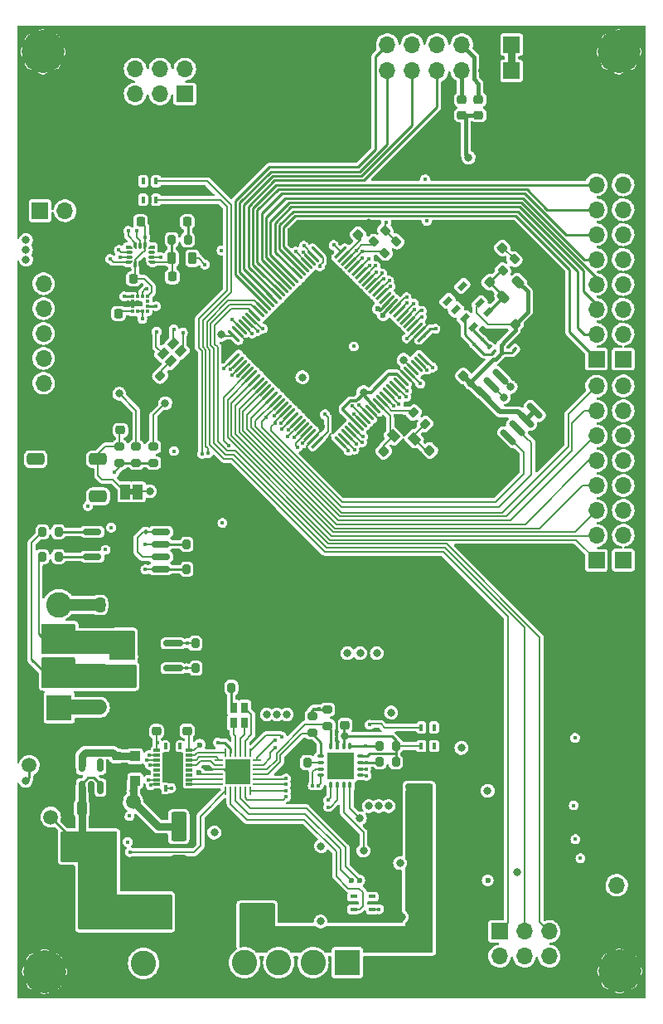
<source format=gbr>
%TF.GenerationSoftware,KiCad,Pcbnew,(6.0.9)*%
%TF.CreationDate,2022-10-31T13:49:49+01:00*%
%TF.ProjectId,marvin_fc_board,6d617276-696e-45f6-9663-5f626f617264,rev?*%
%TF.SameCoordinates,Original*%
%TF.FileFunction,Copper,L1,Top*%
%TF.FilePolarity,Positive*%
%FSLAX46Y46*%
G04 Gerber Fmt 4.6, Leading zero omitted, Abs format (unit mm)*
G04 Created by KiCad (PCBNEW (6.0.9)) date 2022-10-31 13:49:49*
%MOMM*%
%LPD*%
G01*
G04 APERTURE LIST*
G04 Aperture macros list*
%AMRoundRect*
0 Rectangle with rounded corners*
0 $1 Rounding radius*
0 $2 $3 $4 $5 $6 $7 $8 $9 X,Y pos of 4 corners*
0 Add a 4 corners polygon primitive as box body*
4,1,4,$2,$3,$4,$5,$6,$7,$8,$9,$2,$3,0*
0 Add four circle primitives for the rounded corners*
1,1,$1+$1,$2,$3*
1,1,$1+$1,$4,$5*
1,1,$1+$1,$6,$7*
1,1,$1+$1,$8,$9*
0 Add four rect primitives between the rounded corners*
20,1,$1+$1,$2,$3,$4,$5,0*
20,1,$1+$1,$4,$5,$6,$7,0*
20,1,$1+$1,$6,$7,$8,$9,0*
20,1,$1+$1,$8,$9,$2,$3,0*%
%AMRotRect*
0 Rectangle, with rotation*
0 The origin of the aperture is its center*
0 $1 length*
0 $2 width*
0 $3 Rotation angle, in degrees counterclockwise*
0 Add horizontal line*
21,1,$1,$2,0,0,$3*%
%AMFreePoly0*
4,1,48,0.036020,0.199191,0.037970,0.199714,0.040958,0.198321,0.057086,0.195477,0.069630,0.184951,0.084467,0.178033,0.290533,-0.028033,0.293203,-0.031847,0.294953,-0.032857,0.296081,-0.035957,0.305473,-0.049370,0.306900,-0.065680,0.312500,-0.081066,0.312500,-0.125000,0.310782,-0.134742,0.311361,-0.138024,0.309695,-0.140910,0.307977,-0.150652,0.295451,-0.165579,0.285709,-0.182453,
0.279350,-0.184767,0.275000,-0.189952,0.255809,-0.193336,0.237500,-0.200000,-0.237500,-0.200000,-0.247242,-0.198282,-0.250524,-0.198861,-0.253410,-0.197195,-0.263152,-0.195477,-0.278079,-0.182951,-0.294953,-0.173209,-0.297267,-0.166850,-0.302452,-0.162500,-0.305836,-0.143309,-0.312500,-0.125000,-0.312500,0.125000,-0.310782,0.134742,-0.311361,0.138024,-0.309695,0.140910,-0.307977,0.150652,
-0.295451,0.165579,-0.285709,0.182453,-0.279350,0.184767,-0.275000,0.189952,-0.255809,0.193336,-0.237500,0.200000,0.031434,0.200000,0.036020,0.199191,0.036020,0.199191,$1*%
%AMFreePoly1*
4,1,48,0.247242,0.198282,0.250524,0.198861,0.253410,0.197195,0.263152,0.195477,0.278079,0.182951,0.294953,0.173209,0.297267,0.166850,0.302452,0.162500,0.305836,0.143309,0.312500,0.125000,0.312500,0.081066,0.311691,0.076480,0.312214,0.074529,0.310820,0.071540,0.307977,0.055414,0.297452,0.042871,0.290533,0.028033,0.084467,-0.178033,0.080653,-0.180703,0.079643,-0.182453,
0.076543,-0.183581,0.063130,-0.192973,0.046819,-0.194400,0.031434,-0.200000,-0.237500,-0.200000,-0.247242,-0.198282,-0.250524,-0.198861,-0.253410,-0.197195,-0.263152,-0.195477,-0.278079,-0.182951,-0.294953,-0.173209,-0.297267,-0.166850,-0.302452,-0.162500,-0.305836,-0.143309,-0.312500,-0.125000,-0.312500,0.125000,-0.310782,0.134742,-0.311361,0.138024,-0.309695,0.140910,-0.307977,0.150652,
-0.295451,0.165579,-0.285709,0.182453,-0.279350,0.184767,-0.275000,0.189952,-0.255809,0.193336,-0.237500,0.200000,0.237500,0.200000,0.247242,0.198282,0.247242,0.198282,$1*%
%AMFreePoly2*
4,1,48,0.134742,0.310782,0.138024,0.311361,0.140910,0.309695,0.150652,0.307977,0.165579,0.295451,0.182453,0.285709,0.184767,0.279350,0.189952,0.275000,0.193336,0.255809,0.200000,0.237500,0.200000,-0.237500,0.198282,-0.247242,0.198861,-0.250524,0.197195,-0.253410,0.195477,-0.263152,0.182951,-0.278079,0.173209,-0.294953,0.166850,-0.297267,0.162500,-0.302452,0.143309,-0.305836,
0.125000,-0.312500,-0.125000,-0.312500,-0.134742,-0.310782,-0.138024,-0.311361,-0.140910,-0.309695,-0.150652,-0.307977,-0.165579,-0.295451,-0.182453,-0.285709,-0.184767,-0.279350,-0.189952,-0.275000,-0.193336,-0.255809,-0.200000,-0.237500,-0.200000,0.031434,-0.199191,0.036020,-0.199714,0.037970,-0.198321,0.040958,-0.195477,0.057086,-0.184951,0.069630,-0.178033,0.084467,0.028033,0.290533,
0.031847,0.293203,0.032857,0.294953,0.035957,0.296081,0.049370,0.305473,0.065680,0.306900,0.081066,0.312500,0.125000,0.312500,0.134742,0.310782,0.134742,0.310782,$1*%
%AMFreePoly3*
4,1,48,-0.076480,0.311691,-0.074530,0.312214,-0.071542,0.310821,-0.055414,0.307977,-0.042870,0.297451,-0.028033,0.290533,0.178033,0.084467,0.180703,0.080653,0.182453,0.079643,0.183581,0.076543,0.192973,0.063130,0.194400,0.046820,0.200000,0.031434,0.200000,-0.237500,0.198282,-0.247242,0.198861,-0.250524,0.197195,-0.253410,0.195477,-0.263152,0.182951,-0.278079,0.173209,-0.294953,
0.166850,-0.297267,0.162500,-0.302452,0.143309,-0.305836,0.125000,-0.312500,-0.125000,-0.312500,-0.134742,-0.310782,-0.138024,-0.311361,-0.140910,-0.309695,-0.150652,-0.307977,-0.165579,-0.295451,-0.182453,-0.285709,-0.184767,-0.279350,-0.189952,-0.275000,-0.193336,-0.255809,-0.200000,-0.237500,-0.200000,0.237500,-0.198282,0.247242,-0.198861,0.250524,-0.197195,0.253410,-0.195477,0.263152,
-0.182951,0.278079,-0.173209,0.294953,-0.166850,0.297267,-0.162500,0.302452,-0.143309,0.305836,-0.125000,0.312500,-0.081066,0.312500,-0.076480,0.311691,-0.076480,0.311691,$1*%
%AMFreePoly4*
4,1,48,0.247242,0.198282,0.250524,0.198861,0.253410,0.197195,0.263152,0.195477,0.278079,0.182951,0.294953,0.173209,0.297267,0.166850,0.302452,0.162500,0.305836,0.143309,0.312500,0.125000,0.312500,-0.125000,0.310782,-0.134742,0.311361,-0.138024,0.309695,-0.140910,0.307977,-0.150652,0.295451,-0.165579,0.285709,-0.182453,0.279350,-0.184767,0.275000,-0.189952,0.255809,-0.193336,
0.237500,-0.200000,-0.031434,-0.200000,-0.036020,-0.199191,-0.037971,-0.199714,-0.040960,-0.198320,-0.057086,-0.195477,-0.069629,-0.184952,-0.084467,-0.178033,-0.290533,0.028033,-0.293203,0.031847,-0.294953,0.032857,-0.296081,0.035957,-0.305473,0.049370,-0.306900,0.065681,-0.312500,0.081066,-0.312500,0.125000,-0.310782,0.134742,-0.311361,0.138024,-0.309695,0.140910,-0.307977,0.150652,
-0.295451,0.165579,-0.285709,0.182453,-0.279350,0.184767,-0.275000,0.189952,-0.255809,0.193336,-0.237500,0.200000,0.237500,0.200000,0.247242,0.198282,0.247242,0.198282,$1*%
%AMFreePoly5*
4,1,48,0.247242,0.198282,0.250524,0.198861,0.253410,0.197195,0.263152,0.195477,0.278079,0.182951,0.294953,0.173209,0.297267,0.166850,0.302452,0.162500,0.305836,0.143309,0.312500,0.125000,0.312500,-0.125000,0.310782,-0.134742,0.311361,-0.138024,0.309695,-0.140910,0.307977,-0.150652,0.295451,-0.165579,0.285709,-0.182453,0.279350,-0.184767,0.275000,-0.189952,0.255809,-0.193336,
0.237500,-0.200000,-0.237500,-0.200000,-0.247242,-0.198282,-0.250524,-0.198861,-0.253410,-0.197195,-0.263152,-0.195477,-0.278079,-0.182951,-0.294953,-0.173209,-0.297267,-0.166850,-0.302452,-0.162500,-0.305836,-0.143309,-0.312500,-0.125000,-0.312500,-0.081066,-0.311691,-0.076480,-0.312214,-0.074530,-0.310821,-0.071542,-0.307977,-0.055414,-0.297451,-0.042870,-0.290533,-0.028033,-0.084467,0.178033,
-0.080653,0.180703,-0.079643,0.182453,-0.076543,0.183581,-0.063130,0.192973,-0.046820,0.194400,-0.031434,0.200000,0.237500,0.200000,0.247242,0.198282,0.247242,0.198282,$1*%
%AMFreePoly6*
4,1,48,0.134742,0.310782,0.138024,0.311361,0.140910,0.309695,0.150652,0.307977,0.165579,0.295451,0.182453,0.285709,0.184767,0.279350,0.189952,0.275000,0.193336,0.255809,0.200000,0.237500,0.200000,-0.031434,0.199191,-0.036020,0.199714,-0.037971,0.198320,-0.040960,0.195477,-0.057086,0.184952,-0.069629,0.178033,-0.084467,-0.028033,-0.290533,-0.031847,-0.293203,-0.032857,-0.294953,
-0.035957,-0.296081,-0.049370,-0.305473,-0.065681,-0.306900,-0.081066,-0.312500,-0.125000,-0.312500,-0.134742,-0.310782,-0.138024,-0.311361,-0.140910,-0.309695,-0.150652,-0.307977,-0.165579,-0.295451,-0.182453,-0.285709,-0.184767,-0.279350,-0.189952,-0.275000,-0.193336,-0.255809,-0.200000,-0.237500,-0.200000,0.237500,-0.198282,0.247242,-0.198861,0.250524,-0.197195,0.253410,-0.195477,0.263152,
-0.182951,0.278079,-0.173209,0.294953,-0.166850,0.297267,-0.162500,0.302452,-0.143309,0.305836,-0.125000,0.312500,0.125000,0.312500,0.134742,0.310782,0.134742,0.310782,$1*%
%AMFreePoly7*
4,1,48,0.134742,0.310782,0.138024,0.311361,0.140910,0.309695,0.150652,0.307977,0.165579,0.295451,0.182453,0.285709,0.184767,0.279350,0.189952,0.275000,0.193336,0.255809,0.200000,0.237500,0.200000,-0.237500,0.198282,-0.247242,0.198861,-0.250524,0.197195,-0.253410,0.195477,-0.263152,0.182951,-0.278079,0.173209,-0.294953,0.166850,-0.297267,0.162500,-0.302452,0.143309,-0.305836,
0.125000,-0.312500,0.081066,-0.312500,0.076480,-0.311691,0.074529,-0.312214,0.071540,-0.310820,0.055414,-0.307977,0.042871,-0.297452,0.028033,-0.290533,-0.178033,-0.084467,-0.180703,-0.080653,-0.182453,-0.079643,-0.183581,-0.076543,-0.192973,-0.063130,-0.194400,-0.046819,-0.200000,-0.031434,-0.200000,0.237500,-0.198282,0.247242,-0.198861,0.250524,-0.197195,0.253410,-0.195477,0.263152,
-0.182951,0.278079,-0.173209,0.294953,-0.166850,0.297267,-0.162500,0.302452,-0.143309,0.305836,-0.125000,0.312500,0.125000,0.312500,0.134742,0.310782,0.134742,0.310782,$1*%
G04 Aperture macros list end*
%TA.AperFunction,SMDPad,CuDef*%
%ADD10RoundRect,0.225000X-0.250000X0.225000X-0.250000X-0.225000X0.250000X-0.225000X0.250000X0.225000X0*%
%TD*%
%TA.AperFunction,SMDPad,CuDef*%
%ADD11RoundRect,0.300000X-0.600000X-0.300000X0.600000X-0.300000X0.600000X0.300000X-0.600000X0.300000X0*%
%TD*%
%TA.AperFunction,SMDPad,CuDef*%
%ADD12RoundRect,0.300450X-0.600149X-0.300449X0.600149X-0.300449X0.600149X0.300449X-0.600149X0.300449X0*%
%TD*%
%TA.AperFunction,SMDPad,CuDef*%
%ADD13RoundRect,0.225000X-0.335876X-0.017678X-0.017678X-0.335876X0.335876X0.017678X0.017678X0.335876X0*%
%TD*%
%TA.AperFunction,ComponentPad*%
%ADD14C,0.700000*%
%TD*%
%TA.AperFunction,ComponentPad*%
%ADD15C,4.400000*%
%TD*%
%TA.AperFunction,SMDPad,CuDef*%
%ADD16RoundRect,0.225000X0.335876X0.017678X0.017678X0.335876X-0.335876X-0.017678X-0.017678X-0.335876X0*%
%TD*%
%TA.AperFunction,SMDPad,CuDef*%
%ADD17RoundRect,0.200000X-0.053033X0.335876X-0.335876X0.053033X0.053033X-0.335876X0.335876X-0.053033X0*%
%TD*%
%TA.AperFunction,SMDPad,CuDef*%
%ADD18RoundRect,0.225000X0.017678X-0.335876X0.335876X-0.017678X-0.017678X0.335876X-0.335876X0.017678X0*%
%TD*%
%TA.AperFunction,SMDPad,CuDef*%
%ADD19O,0.350000X0.800000*%
%TD*%
%TA.AperFunction,SMDPad,CuDef*%
%ADD20O,0.800000X0.350000*%
%TD*%
%TA.AperFunction,SMDPad,CuDef*%
%ADD21R,2.700000X2.700000*%
%TD*%
%TA.AperFunction,ComponentPad*%
%ADD22R,1.700000X1.700000*%
%TD*%
%TA.AperFunction,ComponentPad*%
%ADD23O,1.700000X1.700000*%
%TD*%
%TA.AperFunction,SMDPad,CuDef*%
%ADD24RoundRect,0.200000X0.200000X0.275000X-0.200000X0.275000X-0.200000X-0.275000X0.200000X-0.275000X0*%
%TD*%
%TA.AperFunction,SMDPad,CuDef*%
%ADD25RoundRect,0.200000X-0.275000X0.200000X-0.275000X-0.200000X0.275000X-0.200000X0.275000X0.200000X0*%
%TD*%
%TA.AperFunction,SMDPad,CuDef*%
%ADD26RoundRect,0.218750X-0.256250X0.218750X-0.256250X-0.218750X0.256250X-0.218750X0.256250X0.218750X0*%
%TD*%
%TA.AperFunction,SMDPad,CuDef*%
%ADD27RoundRect,0.200000X-0.200000X-0.275000X0.200000X-0.275000X0.200000X0.275000X-0.200000X0.275000X0*%
%TD*%
%TA.AperFunction,SMDPad,CuDef*%
%ADD28R,0.400000X0.650000*%
%TD*%
%TA.AperFunction,ComponentPad*%
%ADD29R,2.600000X2.600000*%
%TD*%
%TA.AperFunction,ComponentPad*%
%ADD30C,2.600000*%
%TD*%
%TA.AperFunction,SMDPad,CuDef*%
%ADD31RoundRect,0.225000X0.250000X-0.225000X0.250000X0.225000X-0.250000X0.225000X-0.250000X-0.225000X0*%
%TD*%
%TA.AperFunction,SMDPad,CuDef*%
%ADD32RoundRect,0.218750X0.218750X0.381250X-0.218750X0.381250X-0.218750X-0.381250X0.218750X-0.381250X0*%
%TD*%
%TA.AperFunction,SMDPad,CuDef*%
%ADD33RoundRect,0.150000X-0.800000X-0.150000X0.800000X-0.150000X0.800000X0.150000X-0.800000X0.150000X0*%
%TD*%
%TA.AperFunction,SMDPad,CuDef*%
%ADD34RoundRect,0.250000X-0.550000X1.250000X-0.550000X-1.250000X0.550000X-1.250000X0.550000X1.250000X0*%
%TD*%
%TA.AperFunction,SMDPad,CuDef*%
%ADD35RoundRect,0.150000X-0.689429X0.477297X0.477297X-0.689429X0.689429X-0.477297X-0.477297X0.689429X0*%
%TD*%
%TA.AperFunction,SMDPad,CuDef*%
%ADD36RoundRect,0.225000X-0.225000X-0.250000X0.225000X-0.250000X0.225000X0.250000X-0.225000X0.250000X0*%
%TD*%
%TA.AperFunction,SMDPad,CuDef*%
%ADD37RoundRect,0.002400X-0.117600X-0.297600X0.117600X-0.297600X0.117600X0.297600X-0.117600X0.297600X0*%
%TD*%
%TA.AperFunction,SMDPad,CuDef*%
%ADD38RoundRect,0.002400X-0.297600X-0.117600X0.297600X-0.117600X0.297600X0.117600X-0.297600X0.117600X0*%
%TD*%
%TA.AperFunction,SMDPad,CuDef*%
%ADD39R,2.050000X3.050000*%
%TD*%
%TA.AperFunction,SMDPad,CuDef*%
%ADD40RotRect,1.100000X0.900000X315.000000*%
%TD*%
%TA.AperFunction,SMDPad,CuDef*%
%ADD41R,0.375000X0.350000*%
%TD*%
%TA.AperFunction,SMDPad,CuDef*%
%ADD42R,0.350000X0.375000*%
%TD*%
%TA.AperFunction,SMDPad,CuDef*%
%ADD43RotRect,0.500000X0.350000X225.000000*%
%TD*%
%TA.AperFunction,SMDPad,CuDef*%
%ADD44RotRect,1.000000X0.800000X45.000000*%
%TD*%
%TA.AperFunction,SMDPad,CuDef*%
%ADD45RoundRect,0.200000X0.335876X0.053033X0.053033X0.335876X-0.335876X-0.053033X-0.053033X-0.335876X0*%
%TD*%
%TA.AperFunction,SMDPad,CuDef*%
%ADD46RoundRect,0.250000X-0.250000X-0.475000X0.250000X-0.475000X0.250000X0.475000X-0.250000X0.475000X0*%
%TD*%
%TA.AperFunction,SMDPad,CuDef*%
%ADD47RoundRect,0.150000X0.150000X-0.512500X0.150000X0.512500X-0.150000X0.512500X-0.150000X-0.512500X0*%
%TD*%
%TA.AperFunction,SMDPad,CuDef*%
%ADD48R,1.000000X1.000000*%
%TD*%
%TA.AperFunction,SMDPad,CuDef*%
%ADD49FreePoly0,0.000000*%
%TD*%
%TA.AperFunction,SMDPad,CuDef*%
%ADD50RoundRect,0.100000X-0.212500X-0.100000X0.212500X-0.100000X0.212500X0.100000X-0.212500X0.100000X0*%
%TD*%
%TA.AperFunction,SMDPad,CuDef*%
%ADD51FreePoly1,0.000000*%
%TD*%
%TA.AperFunction,SMDPad,CuDef*%
%ADD52FreePoly2,0.000000*%
%TD*%
%TA.AperFunction,SMDPad,CuDef*%
%ADD53RoundRect,0.100000X-0.100000X-0.212500X0.100000X-0.212500X0.100000X0.212500X-0.100000X0.212500X0*%
%TD*%
%TA.AperFunction,SMDPad,CuDef*%
%ADD54FreePoly3,0.000000*%
%TD*%
%TA.AperFunction,SMDPad,CuDef*%
%ADD55FreePoly4,0.000000*%
%TD*%
%TA.AperFunction,SMDPad,CuDef*%
%ADD56FreePoly5,0.000000*%
%TD*%
%TA.AperFunction,SMDPad,CuDef*%
%ADD57FreePoly6,0.000000*%
%TD*%
%TA.AperFunction,SMDPad,CuDef*%
%ADD58FreePoly7,0.000000*%
%TD*%
%TA.AperFunction,SMDPad,CuDef*%
%ADD59C,1.500000*%
%TD*%
%TA.AperFunction,SMDPad,CuDef*%
%ADD60RoundRect,0.218750X-0.114905X0.424264X-0.424264X0.114905X0.114905X-0.424264X0.424264X-0.114905X0*%
%TD*%
%TA.AperFunction,SMDPad,CuDef*%
%ADD61RoundRect,0.200000X0.053033X-0.335876X0.335876X-0.053033X-0.053033X0.335876X-0.335876X0.053033X0*%
%TD*%
%TA.AperFunction,SMDPad,CuDef*%
%ADD62RoundRect,0.250000X1.500000X0.550000X-1.500000X0.550000X-1.500000X-0.550000X1.500000X-0.550000X0*%
%TD*%
%TA.AperFunction,SMDPad,CuDef*%
%ADD63RoundRect,0.225000X-0.017678X0.335876X-0.335876X0.017678X0.017678X-0.335876X0.335876X-0.017678X0*%
%TD*%
%TA.AperFunction,SMDPad,CuDef*%
%ADD64RoundRect,0.225000X0.225000X0.250000X-0.225000X0.250000X-0.225000X-0.250000X0.225000X-0.250000X0*%
%TD*%
%TA.AperFunction,SMDPad,CuDef*%
%ADD65R,0.800000X1.000000*%
%TD*%
%TA.AperFunction,SMDPad,CuDef*%
%ADD66RoundRect,0.075000X0.565685X-0.459619X-0.459619X0.565685X-0.565685X0.459619X0.459619X-0.565685X0*%
%TD*%
%TA.AperFunction,SMDPad,CuDef*%
%ADD67RoundRect,0.075000X0.565685X0.459619X0.459619X0.565685X-0.565685X-0.459619X-0.459619X-0.565685X0*%
%TD*%
%TA.AperFunction,SMDPad,CuDef*%
%ADD68RoundRect,0.062500X-0.350000X-0.062500X0.350000X-0.062500X0.350000X0.062500X-0.350000X0.062500X0*%
%TD*%
%TA.AperFunction,SMDPad,CuDef*%
%ADD69RoundRect,0.062500X-0.062500X-0.350000X0.062500X-0.350000X0.062500X0.350000X-0.062500X0.350000X0*%
%TD*%
%TA.AperFunction,SMDPad,CuDef*%
%ADD70R,2.600000X2.600000*%
%TD*%
%TA.AperFunction,SMDPad,CuDef*%
%ADD71RotRect,0.950000X0.550000X225.000000*%
%TD*%
%TA.AperFunction,SMDPad,CuDef*%
%ADD72R,1.000000X1.500000*%
%TD*%
%TA.AperFunction,SMDPad,CuDef*%
%ADD73RoundRect,0.150000X0.825000X0.150000X-0.825000X0.150000X-0.825000X-0.150000X0.825000X-0.150000X0*%
%TD*%
%TA.AperFunction,SMDPad,CuDef*%
%ADD74R,0.650000X0.400000*%
%TD*%
%TA.AperFunction,ViaPad*%
%ADD75C,0.800000*%
%TD*%
%TA.AperFunction,ViaPad*%
%ADD76C,0.400000*%
%TD*%
%TA.AperFunction,ViaPad*%
%ADD77C,0.500000*%
%TD*%
%TA.AperFunction,ViaPad*%
%ADD78C,0.600000*%
%TD*%
%TA.AperFunction,Conductor*%
%ADD79C,0.200000*%
%TD*%
%TA.AperFunction,Conductor*%
%ADD80C,0.250000*%
%TD*%
%TA.AperFunction,Conductor*%
%ADD81C,0.400000*%
%TD*%
%TA.AperFunction,Conductor*%
%ADD82C,0.300000*%
%TD*%
%TA.AperFunction,Conductor*%
%ADD83C,0.500000*%
%TD*%
%TA.AperFunction,Conductor*%
%ADD84C,0.750000*%
%TD*%
%TA.AperFunction,Conductor*%
%ADD85C,1.500000*%
%TD*%
%TA.AperFunction,Conductor*%
%ADD86C,1.200000*%
%TD*%
G04 APERTURE END LIST*
%TO.C,JP2*%
G36*
X105800000Y-102240000D02*
G01*
X105300000Y-102240000D01*
X105300000Y-101640000D01*
X105800000Y-101640000D01*
X105800000Y-102240000D01*
G37*
%TD*%
D10*
%TO.P,C17,1*%
%TO.N,Net-(C17-Pad1)*%
X104013000Y-128892000D03*
%TO.P,C17,2*%
%TO.N,GND*%
X104013000Y-130442000D03*
%TD*%
D11*
%TO.P,SW1,1,1*%
%TO.N,Net-(C9-Pad1)*%
X102140000Y-98600000D03*
%TO.P,SW1,2,2*%
%TO.N,GND*%
X95740000Y-102400000D03*
D12*
%TO.P,SW1,3*%
%TO.N,N/C*%
X95740000Y-98600000D03*
D11*
%TO.P,SW1,4*%
X102140000Y-102400000D03*
%TD*%
D13*
%TO.P,C13,1*%
%TO.N,+3V3*%
X144753862Y-84890506D03*
%TO.P,C13,2*%
%TO.N,GND*%
X145849878Y-85986522D03*
%TD*%
D14*
%TO.P,REF\u002A\u002A,1*%
%TO.N,N/C*%
X157060000Y-150840000D03*
D15*
%TO.N,GND*%
X155410000Y-150840000D03*
D14*
%TO.N,N/C*%
X155410000Y-149190000D03*
X155410000Y-152490000D03*
X153760000Y-150840000D03*
X154243274Y-152006726D03*
X156576726Y-152006726D03*
X156576726Y-149673274D03*
X154243274Y-149673274D03*
%TD*%
D16*
%TO.P,C1,1*%
%TO.N,GND*%
X132399408Y-98871408D03*
%TO.P,C1,2*%
%TO.N,Net-(C1-Pad2)*%
X131303392Y-97775392D03*
%TD*%
D17*
%TO.P,R38,1*%
%TO.N,+3V3*%
X132587163Y-76378637D03*
%TO.P,R38,2*%
%TO.N,/I2C2.SCL*%
X131420437Y-77545363D03*
%TD*%
D18*
%TO.P,C2,1*%
%TO.N,GND*%
X134910192Y-98795208D03*
%TO.P,C2,2*%
%TO.N,Net-(C2-Pad2)*%
X136006208Y-97699192D03*
%TD*%
D19*
%TO.P,U8,1,SLOW/~{ALERT1}*%
%TO.N,/Power supply/ALERT2*%
X127873400Y-127895600D03*
%TO.P,U8,2,VDD*%
%TO.N,/Power supply/5V*%
X127223400Y-127895600D03*
%TO.P,U8,3,GND*%
%TO.N,GND*%
X126573400Y-127895600D03*
%TO.P,U8,4,SM_CLK*%
%TO.N,/Power supply/BUS_1.SCL*%
X125923400Y-127895600D03*
D20*
%TO.P,U8,5,SM_DATA*%
%TO.N,/Power supply/BUS_1.SDA*%
X124898400Y-128920600D03*
%TO.P,U8,6,ADDRSEL*%
%TO.N,Net-(R22-Pad1)*%
X124898400Y-129570600D03*
%TO.P,U8,7,IN3-*%
%TO.N,/Power supply/VBAT_SENSE-*%
X124898400Y-130220600D03*
%TO.P,U8,8,IN3+*%
%TO.N,/Power supply/VBAT_SENSE+*%
X124898400Y-130870600D03*
D19*
%TO.P,U8,9,IN4-*%
%TO.N,/Power supply/V5P_SENSE-*%
X125923400Y-131895600D03*
%TO.P,U8,10,IN4+*%
%TO.N,/Power supply/V5P_SENSE+*%
X126573400Y-131895600D03*
%TO.P,U8,11,IN1+*%
%TO.N,/Power supply/3V3_SENSE+*%
X127223400Y-131895600D03*
%TO.P,U8,12,IN1-*%
%TO.N,/Power supply/3V3_SENSE-*%
X127873400Y-131895600D03*
D20*
%TO.P,U8,13,IN2+*%
%TO.N,/Power supply/V5L_SENSE+*%
X128898400Y-130870600D03*
%TO.P,U8,14,IN2-*%
%TO.N,/Power supply/V5L_SENSE-*%
X128898400Y-130220600D03*
%TO.P,U8,15,GPIO/~{ALERT2}*%
%TO.N,/Power supply/ALERT1*%
X128898400Y-129570600D03*
%TO.P,U8,16,~{PWRDN}*%
%TO.N,/Power supply/5V*%
X128898400Y-128920600D03*
D21*
%TO.P,U8,17,EP*%
%TO.N,unconnected-(U8-Pad17)*%
X126898400Y-129895600D03*
%TD*%
D22*
%TO.P,J3,1,Pin_1*%
%TO.N,/PE0*%
X155780000Y-108910000D03*
D23*
%TO.P,J3,2,Pin_2*%
%TO.N,/PE1*%
X155780000Y-106370000D03*
%TO.P,J3,3,Pin_3*%
%TO.N,/PE2*%
X155780000Y-103830000D03*
%TO.P,J3,4,Pin_4*%
%TO.N,/PE3*%
X155780000Y-101290000D03*
%TO.P,J3,5,Pin_5*%
%TO.N,/PE4*%
X155780000Y-98750000D03*
%TO.P,J3,6,Pin_6*%
%TO.N,/PE5*%
X155780000Y-96210000D03*
%TO.P,J3,7,Pin_7*%
%TO.N,/PE6*%
X155780000Y-93670000D03*
%TO.P,J3,8,Pin_8*%
%TO.N,/PE7*%
X155780000Y-91130000D03*
%TD*%
D24*
%TO.P,R24,1*%
%TO.N,/Power supply/5V*%
X132549400Y-129489200D03*
%TO.P,R24,2*%
%TO.N,/Power supply/ALERT1*%
X130899400Y-129489200D03*
%TD*%
D25*
%TO.P,R28,1*%
%TO.N,/Power supply/5V*%
X124002800Y-124854200D03*
%TO.P,R28,2*%
%TO.N,/Power supply/BUS_1.SDA*%
X124002800Y-126504200D03*
%TD*%
D17*
%TO.P,R37,1*%
%TO.N,+3V3*%
X131470400Y-75260200D03*
%TO.P,R37,2*%
%TO.N,/I2C2.SDA*%
X130303674Y-76426926D03*
%TD*%
D26*
%TO.P,F1,1*%
%TO.N,Net-(F1-Pad1)*%
X141000000Y-61912500D03*
%TO.P,F1,2*%
%TO.N,+3V3*%
X141000000Y-63487500D03*
%TD*%
D27*
%TO.P,R44,1*%
%TO.N,/PYRO2_SENSE*%
X111174800Y-107296600D03*
%TO.P,R44,2*%
%TO.N,GND*%
X112824800Y-107296600D03*
%TD*%
D28*
%TO.P,U18,1,NC*%
%TO.N,unconnected-(U18-Pad1)*%
X106741200Y-72146200D03*
%TO.P,U18,2,GND*%
%TO.N,GND*%
X107391200Y-72146200D03*
%TO.P,U18,3,Vout*%
%TO.N,/Power supply/Sensor Array/TEMP_3*%
X108041200Y-72146200D03*
%TO.P,U18,4,Vdd*%
%TO.N,/Power supply/5V*%
X108041200Y-70246200D03*
%TO.P,U18,5,NC*%
%TO.N,unconnected-(U18-Pad5)*%
X106741200Y-70246200D03*
%TD*%
D29*
%TO.P,J18,1,Pin_1*%
%TO.N,+BATT*%
X98154444Y-123960136D03*
D30*
%TO.P,J18,2,Pin_2*%
%TO.N,Net-(J18-Pad2)*%
X98154444Y-120460136D03*
%TD*%
D14*
%TO.P,REF\u002A\u002A,1*%
%TO.N,N/C*%
X155340000Y-58700000D03*
D15*
%TO.N,GND*%
X155340000Y-57050000D03*
D14*
%TO.N,N/C*%
X154173274Y-55883274D03*
X154173274Y-58216726D03*
X156990000Y-57050000D03*
X153690000Y-57050000D03*
X156506726Y-58216726D03*
X156506726Y-55883274D03*
X155340000Y-55400000D03*
%TD*%
D31*
%TO.P,C22,1*%
%TO.N,/Power supply/5V*%
X127355600Y-125743000D03*
%TO.P,C22,2*%
%TO.N,GND*%
X127355600Y-124193000D03*
%TD*%
D32*
%TO.P,FB1,1*%
%TO.N,+3V3*%
X111785000Y-78120000D03*
%TO.P,FB1,2*%
%TO.N,/Marvin Peripherals Deck/Power Filter1/OUT*%
X109660000Y-78120000D03*
%TD*%
D22*
%TO.P,J4,1,Pin_1*%
%TO.N,GND*%
X143134994Y-151874998D03*
D23*
%TO.P,J4,2,Pin_2*%
%TO.N,+5VP*%
X143134994Y-149334998D03*
%TO.P,J4,3,Pin_3*%
%TO.N,GND*%
X145674994Y-151874998D03*
%TO.P,J4,4,Pin_4*%
%TO.N,+5VP*%
X145674994Y-149334998D03*
%TO.P,J4,5,Pin_5*%
%TO.N,GND*%
X148214994Y-151874998D03*
%TO.P,J4,6,Pin_6*%
%TO.N,+5VP*%
X148214994Y-149334998D03*
%TD*%
D27*
%TO.P,R40,1*%
%TO.N,Net-(J17-Pad1)*%
X96442800Y-108566600D03*
%TO.P,R40,2*%
%TO.N,Net-(R40-Pad2)*%
X98092800Y-108566600D03*
%TD*%
D22*
%TO.P,J1,1,Pin_1*%
%TO.N,GND*%
X96560000Y-93400000D03*
D23*
%TO.P,J1,2,Pin_2*%
%TO.N,+3V3*%
X96560000Y-90860000D03*
%TO.P,J1,3,Pin_3*%
%TO.N,/SWCLK*%
X96560000Y-88320000D03*
%TO.P,J1,4,Pin_4*%
%TO.N,/SWDIO*%
X96560000Y-85780000D03*
%TO.P,J1,5,Pin_5*%
%TO.N,/DBG_UART_TX*%
X96560000Y-83240000D03*
%TO.P,J1,6,Pin_6*%
%TO.N,/DBG_UART_RX*%
X96560000Y-80700000D03*
%TD*%
D16*
%TO.P,C32,1*%
%TO.N,/Marvin Peripherals Deck/Power Filter/OUT*%
X142109878Y-80546522D03*
%TO.P,C32,2*%
%TO.N,GND*%
X141013862Y-79450506D03*
%TD*%
D33*
%TO.P,U13,1*%
%TO.N,Net-(R43-Pad2)*%
X101514800Y-106026600D03*
%TO.P,U13,2*%
%TO.N,GND*%
X101514800Y-107296600D03*
%TO.P,U13,3*%
%TO.N,Net-(R40-Pad2)*%
X101514800Y-108566600D03*
%TO.P,U13,4*%
%TO.N,GND*%
X101514800Y-109836600D03*
%TO.P,U13,5*%
%TO.N,/PYRO1_SENSE*%
X108514800Y-109836600D03*
%TO.P,U13,6*%
%TO.N,+3V3*%
X108514800Y-108566600D03*
%TO.P,U13,7*%
%TO.N,/PYRO2_SENSE*%
X108514800Y-107296600D03*
%TO.P,U13,8*%
%TO.N,+3V3*%
X108514800Y-106026600D03*
%TD*%
D25*
%TO.P,R7,1*%
%TO.N,/BTN0*%
X107790000Y-97335000D03*
%TO.P,R7,2*%
%TO.N,+3V3*%
X107790000Y-98985000D03*
%TD*%
D34*
%TO.P,C19,1*%
%TO.N,/Power supply/5V*%
X110363000Y-136103000D03*
%TO.P,C19,2*%
%TO.N,GND*%
X110363000Y-140503000D03*
%TD*%
D22*
%TO.P,J7,1,Pin_1*%
%TO.N,/PE8*%
X155770000Y-88390000D03*
D23*
%TO.P,J7,2,Pin_2*%
%TO.N,/PE9*%
X155770000Y-85850000D03*
%TO.P,J7,3,Pin_3*%
%TO.N,/PE10*%
X155770000Y-83310000D03*
%TO.P,J7,4,Pin_4*%
%TO.N,/PE11*%
X155770000Y-80770000D03*
%TO.P,J7,5,Pin_5*%
%TO.N,/PE12*%
X155770000Y-78230000D03*
%TO.P,J7,6,Pin_6*%
%TO.N,/PE13*%
X155770000Y-75690000D03*
%TO.P,J7,7,Pin_7*%
%TO.N,/PE14*%
X155770000Y-73150000D03*
%TO.P,J7,8,Pin_8*%
%TO.N,/PE15*%
X155770000Y-70610000D03*
%TD*%
D35*
%TO.P,U11,1,/CS*%
%TO.N,/FLASH_CS*%
X143233949Y-90171672D03*
%TO.P,U11,2,DO_IO1*%
%TO.N,/SPI3.MISO*%
X142335924Y-91069698D03*
%TO.P,U11,3,/WP*%
%TO.N,+3V3*%
X141437898Y-91967724D03*
%TO.P,U11,4,GND*%
%TO.N,GND*%
X140539872Y-92865749D03*
%TO.P,U11,5,DI_IO0*%
%TO.N,/SPI3.MOSI*%
X144040051Y-96365928D03*
%TO.P,U11,6,CLK*%
%TO.N,/SPI3.SCK*%
X144938076Y-95467902D03*
%TO.P,U11,7,/HOLD*%
%TO.N,+3V3*%
X145836102Y-94569876D03*
%TO.P,U11,8,VCC*%
X146734128Y-93671851D03*
%TD*%
D25*
%TO.P,R26,1*%
%TO.N,/Power supply/5V*%
X125571000Y-124155200D03*
%TO.P,R26,2*%
%TO.N,/Power supply/BUS_1.SCL*%
X125571000Y-125805200D03*
%TD*%
D36*
%TO.P,C11,1*%
%TO.N,+3V3*%
X106465000Y-74370000D03*
%TO.P,C11,2*%
%TO.N,GND*%
X108015000Y-74370000D03*
%TD*%
D37*
%TO.P,U10,1,A1*%
%TO.N,unconnected-(U10-Pad1)*%
X109003400Y-127906500D03*
D38*
%TO.P,U10,2,VCCA*%
%TO.N,+3V3*%
X108103400Y-128306500D03*
%TO.P,U10,3,A2*%
%TO.N,/SPI3.MOSI*%
X108103400Y-128806500D03*
%TO.P,U10,4,A3*%
%TO.N,/SPI3.MISO*%
X108103400Y-129306500D03*
%TO.P,U10,5,A4*%
%TO.N,/SPI3.SCK*%
X108103400Y-129806500D03*
%TO.P,U10,6,A5*%
%TO.N,unconnected-(U10-Pad6)*%
X108103400Y-130306500D03*
%TO.P,U10,7,A6*%
%TO.N,unconnected-(U10-Pad7)*%
X108103400Y-130806500D03*
%TO.P,U10,8,A7*%
%TO.N,/PSU_CS*%
X108103400Y-131306500D03*
%TO.P,U10,9,A8*%
%TO.N,/PSU_ALERT*%
X108103400Y-131806500D03*
D37*
%TO.P,U10,10,OE*%
%TO.N,+3V3*%
X109003400Y-132206500D03*
%TO.P,U10,11,GND*%
%TO.N,GND*%
X110503400Y-132206500D03*
D38*
%TO.P,U10,12,B8*%
%TO.N,Net-(U10-Pad12)*%
X111403400Y-131806500D03*
%TO.P,U10,13,B7*%
%TO.N,Net-(U10-Pad13)*%
X111403400Y-131306500D03*
%TO.P,U10,14,B6*%
%TO.N,unconnected-(U10-Pad14)*%
X111403400Y-130806500D03*
%TO.P,U10,15,B5*%
%TO.N,unconnected-(U10-Pad15)*%
X111403400Y-130306500D03*
%TO.P,U10,16,B4*%
%TO.N,Net-(U10-Pad16)*%
X111403400Y-129806500D03*
%TO.P,U10,17,B3*%
%TO.N,Net-(U10-Pad17)*%
X111403400Y-129306500D03*
%TO.P,U10,18,B2*%
%TO.N,Net-(U10-Pad18)*%
X111403400Y-128806500D03*
%TO.P,U10,19,VCCB*%
%TO.N,/Power supply/5V*%
X111403400Y-128306500D03*
D37*
%TO.P,U10,20,B1*%
%TO.N,unconnected-(U10-Pad20)*%
X110503400Y-127906500D03*
D39*
%TO.P,U10,21,GP*%
%TO.N,GND*%
X109753400Y-130056500D03*
%TD*%
D40*
%TO.P,Y1,1,1*%
%TO.N,Net-(C1-Pad2)*%
X132289340Y-96226179D03*
%TO.P,Y1,2,2*%
%TO.N,GND*%
X133491421Y-97428260D03*
%TO.P,Y1,3,3*%
%TO.N,Net-(C2-Pad2)*%
X134410660Y-96509021D03*
%TO.P,Y1,4,4*%
%TO.N,GND*%
X133208579Y-95306940D03*
%TD*%
D22*
%TO.P,J2,1,Pin_1*%
%TO.N,/PORTA0*%
X153030000Y-108930000D03*
D23*
%TO.P,J2,2,Pin_2*%
%TO.N,/PORTA1*%
X153030000Y-106390000D03*
%TO.P,J2,3,Pin_3*%
%TO.N,/PORTA2*%
X153030000Y-103850000D03*
%TO.P,J2,4,Pin_4*%
%TO.N,/PORTA3*%
X153030000Y-101310000D03*
%TO.P,J2,5,Pin_5*%
%TO.N,/PORTA4*%
X153030000Y-98770000D03*
%TO.P,J2,6,Pin_6*%
%TO.N,/PORTA5*%
X153030000Y-96230000D03*
%TO.P,J2,7,Pin_7*%
%TO.N,/PORTA6*%
X153030000Y-93690000D03*
%TO.P,J2,8,Pin_8*%
%TO.N,/PORTA7*%
X153030000Y-91150000D03*
%TD*%
D25*
%TO.P,R8,1*%
%TO.N,/BTN1*%
X106030000Y-97345000D03*
%TO.P,R8,2*%
%TO.N,+3V3*%
X106030000Y-98995000D03*
%TD*%
D27*
%TO.P,R32,1*%
%TO.N,Net-(D7-Pad4)*%
X115750400Y-121905600D03*
%TO.P,R32,2*%
%TO.N,GND*%
X117400400Y-121905600D03*
%TD*%
D14*
%TO.P,REF\u002A\u002A,1*%
%TO.N,N/C*%
X97656726Y-58206726D03*
X96490000Y-58690000D03*
X95323274Y-58206726D03*
X95323274Y-55873274D03*
X94840000Y-57040000D03*
X97656726Y-55873274D03*
X98140000Y-57040000D03*
D15*
%TO.N,GND*%
X96490000Y-57040000D03*
D14*
%TO.N,N/C*%
X96490000Y-55390000D03*
%TD*%
D41*
%TO.P,U4,1,SCL/SPC*%
%TO.N,Net-(JP3-Pad2)*%
X105638100Y-82003200D03*
%TO.P,U4,2,RES*%
%TO.N,GND*%
X105638100Y-82503200D03*
%TO.P,U4,3,GND*%
X105638100Y-83003200D03*
%TO.P,U4,4,C1*%
%TO.N,Net-(C10-Pad2)*%
X105638100Y-83503200D03*
D42*
%TO.P,U4,5,VDD*%
%TO.N,+3V3*%
X106150600Y-83515700D03*
%TO.P,U4,6,VDD_IO*%
X106650600Y-83515700D03*
D41*
%TO.P,U4,7,INT*%
%TO.N,unconnected-(U4-Pad7)*%
X107163100Y-83503200D03*
%TO.P,U4,8,DRDY*%
%TO.N,/Marvin Peripherals Deck/DRDY*%
X107163100Y-83003200D03*
%TO.P,U4,9,SDO/SA1*%
%TO.N,unconnected-(U4-Pad9)*%
X107163100Y-82503200D03*
%TO.P,U4,10,CS*%
%TO.N,+3V3*%
X107163100Y-82003200D03*
D42*
%TO.P,U4,11,SDA/SDI/SDO*%
%TO.N,Net-(JP5-Pad2)*%
X106650600Y-81990700D03*
%TO.P,U4,12,RES*%
%TO.N,GND*%
X106150600Y-81990700D03*
%TD*%
D29*
%TO.P,J17,1,Pin_1*%
%TO.N,Net-(J17-Pad1)*%
X98129444Y-116950136D03*
D30*
%TO.P,J17,2,Pin_2*%
%TO.N,+BATT*%
X98129444Y-113450136D03*
%TD*%
D24*
%TO.P,R22,1*%
%TO.N,Net-(R22-Pad1)*%
X123481600Y-129565400D03*
%TO.P,R22,2*%
%TO.N,GND*%
X121831600Y-129565400D03*
%TD*%
D29*
%TO.P,J12,1,Pin_1*%
%TO.N,GND*%
X103275000Y-150045000D03*
D30*
%TO.P,J12,2,Pin_2*%
%TO.N,Net-(C16-Pad1)*%
X106775000Y-150045000D03*
%TD*%
D43*
%TO.P,U2,1,GND*%
%TO.N,GND*%
X143525614Y-88553629D03*
%TO.P,U2,2,CSB*%
%TO.N,+3V3*%
X143065994Y-88094009D03*
%TO.P,U2,3,SDI*%
%TO.N,/I2C1.SDA*%
X142606375Y-87634390D03*
%TO.P,U2,4,SCK*%
%TO.N,/I2C1.SCL*%
X142146755Y-87174770D03*
%TO.P,U2,5,SDO*%
%TO.N,GND*%
X143278126Y-86043399D03*
%TO.P,U2,6,VDDIO*%
%TO.N,+3V3*%
X143737746Y-86503019D03*
%TO.P,U2,7,GND*%
%TO.N,GND*%
X144197365Y-86962638D03*
%TO.P,U2,8,VDD*%
%TO.N,+3V3*%
X144656985Y-87422258D03*
%TD*%
D44*
%TO.P,D1,1,RA*%
%TO.N,/R*%
X108760761Y-87841421D03*
%TO.P,D1,2,GA*%
%TO.N,/G*%
X109821421Y-86780761D03*
%TO.P,D1,3,BA*%
%TO.N,/B*%
X110599239Y-87558579D03*
%TO.P,D1,4,K*%
%TO.N,Net-(D1-Pad4)*%
X109538579Y-88619239D03*
%TD*%
D28*
%TO.P,U17,1,NC*%
%TO.N,unconnected-(U17-Pad1)*%
X136450000Y-125975000D03*
%TO.P,U17,2,GND*%
%TO.N,GND*%
X135800000Y-125975000D03*
%TO.P,U17,3,Vout*%
%TO.N,/Power supply/Sensor Array/TEMP_2*%
X135150000Y-125975000D03*
%TO.P,U17,4,Vdd*%
%TO.N,/Power supply/5V*%
X135150000Y-127875000D03*
%TO.P,U17,5,NC*%
%TO.N,unconnected-(U17-Pad5)*%
X136450000Y-127875000D03*
%TD*%
D45*
%TO.P,R5,1*%
%TO.N,Net-(D1-Pad4)*%
X108483363Y-90083363D03*
%TO.P,R5,2*%
%TO.N,GND*%
X107316637Y-88916637D03*
%TD*%
D22*
%TO.P,J5,1,Pin_1*%
%TO.N,GND*%
X110990000Y-56260000D03*
D23*
%TO.P,J5,2,Pin_2*%
%TO.N,+5VP*%
X110990000Y-58800000D03*
%TO.P,J5,3,Pin_3*%
%TO.N,GND*%
X108450000Y-56260000D03*
%TO.P,J5,4,Pin_4*%
%TO.N,+5VP*%
X108450000Y-58800000D03*
%TO.P,J5,5,Pin_5*%
%TO.N,GND*%
X105910000Y-56260000D03*
%TO.P,J5,6,Pin_6*%
%TO.N,+5VP*%
X105910000Y-58800000D03*
%TD*%
D46*
%TO.P,C38,1*%
%TO.N,+BATT*%
X102314800Y-113481600D03*
%TO.P,C38,2*%
%TO.N,GND*%
X104214800Y-113481600D03*
%TD*%
D47*
%TO.P,U6,1,IN*%
%TO.N,VBUS*%
X100457000Y-132115500D03*
%TO.P,U6,2,GND*%
%TO.N,GND*%
X101407000Y-132115500D03*
%TO.P,U6,3,EN*%
%TO.N,VBUS*%
X102357000Y-132115500D03*
%TO.P,U6,4,NC*%
%TO.N,unconnected-(U6-Pad4)*%
X102357000Y-129840500D03*
%TO.P,U6,5,OUT*%
%TO.N,Net-(C17-Pad1)*%
X100457000Y-129840500D03*
%TD*%
D48*
%TO.P,D2,1,K*%
%TO.N,/Power supply/5V*%
X105918000Y-131425000D03*
%TO.P,D2,2,A*%
%TO.N,Net-(C17-Pad1)*%
X105918000Y-128925000D03*
%TD*%
D36*
%TO.P,C10,1*%
%TO.N,GND*%
X102675000Y-83750000D03*
%TO.P,C10,2*%
%TO.N,Net-(C10-Pad2)*%
X104225000Y-83750000D03*
%TD*%
D26*
%TO.P,F2,1*%
%TO.N,Net-(F2-Pad1)*%
X139300000Y-61912500D03*
%TO.P,F2,2*%
%TO.N,+3V3*%
X139300000Y-63487500D03*
%TD*%
D24*
%TO.P,R25,1*%
%TO.N,/Power supply/5V*%
X132549400Y-127863600D03*
%TO.P,R25,2*%
%TO.N,/Power supply/ALERT2*%
X130899400Y-127863600D03*
%TD*%
D46*
%TO.P,C39,1*%
%TO.N,+BATT*%
X102275000Y-123925000D03*
%TO.P,C39,2*%
%TO.N,GND*%
X104175000Y-123925000D03*
%TD*%
D27*
%TO.P,R42,1*%
%TO.N,/PYRO2_TRIG*%
X112103400Y-119938800D03*
%TO.P,R42,2*%
%TO.N,GND*%
X113753400Y-119938800D03*
%TD*%
D49*
%TO.P,U3,1,SDO/SA0*%
%TO.N,unconnected-(U3-Pad1)*%
X105277500Y-76990000D03*
D50*
%TO.P,U3,2,SDx*%
%TO.N,/Marvin Peripherals Deck/I2CF_SDA*%
X105277500Y-77490000D03*
%TO.P,U3,3,SCx*%
%TO.N,/Marvin Peripherals Deck/I2CF_SCL*%
X105277500Y-77990000D03*
D51*
%TO.P,U3,4,INT1*%
%TO.N,/IMU_INT*%
X105277500Y-78490000D03*
D52*
%TO.P,U3,5,VDDIO*%
%TO.N,+3V3*%
X105940000Y-78652500D03*
D53*
%TO.P,U3,6,GND*%
%TO.N,GND*%
X106440000Y-78652500D03*
D54*
%TO.P,U3,7,GND*%
X106940000Y-78652500D03*
D55*
%TO.P,U3,8,VDD*%
%TO.N,/Marvin Peripherals Deck/Power Filter1/OUT*%
X107602500Y-78490000D03*
D50*
%TO.P,U3,9,INT2*%
%TO.N,/Marvin Peripherals Deck/DRDY*%
X107602500Y-77990000D03*
%TO.P,U3,10,OCS_Aux*%
%TO.N,unconnected-(U3-Pad10)*%
X107602500Y-77490000D03*
D56*
%TO.P,U3,11,SDO_Aux*%
%TO.N,unconnected-(U3-Pad11)*%
X107602500Y-76990000D03*
D57*
%TO.P,U3,12,CS*%
%TO.N,+3V3*%
X106940000Y-76827500D03*
D53*
%TO.P,U3,13,SCL*%
%TO.N,/I2C2.SCL*%
X106440000Y-76827500D03*
D58*
%TO.P,U3,14,SDA*%
%TO.N,/I2C2.SDA*%
X105940000Y-76827500D03*
%TD*%
D59*
%TO.P,TP1,1,1*%
%TO.N,/Power supply/5V*%
X105714800Y-133553200D03*
%TD*%
D60*
%TO.P,FB2,1*%
%TO.N,+3V3*%
X145043171Y-80527212D03*
%TO.P,FB2,2*%
%TO.N,/Marvin Peripherals Deck/Power Filter/OUT*%
X143540569Y-82029814D03*
%TD*%
D22*
%TO.P,J6,1,Pin_1*%
%TO.N,/PORTA8*%
X153030000Y-88390000D03*
D23*
%TO.P,J6,2,Pin_2*%
%TO.N,/PORTA9*%
X153030000Y-85850000D03*
%TO.P,J6,3,Pin_3*%
%TO.N,/PORTA10*%
X153030000Y-83310000D03*
%TO.P,J6,4,Pin_4*%
%TO.N,/PORTA11*%
X153030000Y-80770000D03*
%TO.P,J6,5,Pin_5*%
%TO.N,/PORTA12*%
X153030000Y-78230000D03*
%TO.P,J6,6,Pin_6*%
%TO.N,/PORTA13*%
X153030000Y-75690000D03*
%TO.P,J6,7,Pin_7*%
%TO.N,/PORTA14*%
X153030000Y-73150000D03*
%TO.P,J6,8,Pin_8*%
%TO.N,/PORTA15*%
X153030000Y-70610000D03*
%TD*%
D61*
%TO.P,R36,1*%
%TO.N,/Marvin Peripherals Deck/Power Filter/OUT*%
X143498506Y-79371878D03*
%TO.P,R36,2*%
%TO.N,Net-(C33-Pad1)*%
X144665232Y-78205152D03*
%TD*%
D62*
%TO.P,C18,1*%
%TO.N,VBUS*%
X102217200Y-141071600D03*
%TO.P,C18,2*%
%TO.N,GND*%
X96817200Y-141071600D03*
%TD*%
D59*
%TO.P,TP3,1,1*%
%TO.N,+BATT*%
X95097600Y-129844800D03*
%TD*%
D22*
%TO.P,J8,1,Pin_1*%
%TO.N,/PWM0*%
X143135000Y-146790000D03*
D23*
%TO.P,J8,2,Pin_2*%
%TO.N,/PWM1*%
X145675000Y-146790000D03*
%TO.P,J8,3,Pin_3*%
%TO.N,/PWM2*%
X148215000Y-146790000D03*
%TD*%
D36*
%TO.P,C30,1*%
%TO.N,/Marvin Peripherals Deck/Power Filter1/OUT*%
X109705000Y-79990000D03*
%TO.P,C30,2*%
%TO.N,GND*%
X111255000Y-79990000D03*
%TD*%
D22*
%TO.P,J15,1,Pin_1*%
%TO.N,/Power supply/UPDI*%
X96205000Y-73260000D03*
D23*
%TO.P,J15,2,Pin_2*%
%TO.N,/Power supply/TXD*%
X98745000Y-73260000D03*
%TO.P,J15,3,Pin_3*%
%TO.N,GND*%
X101285000Y-73260000D03*
%TD*%
D22*
%TO.P,J9,1,Pin_1*%
%TO.N,/PWM5*%
X110990000Y-61345000D03*
D23*
%TO.P,J9,2,Pin_2*%
%TO.N,/PWM4*%
X108450000Y-61345000D03*
%TO.P,J9,3,Pin_3*%
%TO.N,/PWM3*%
X105910000Y-61345000D03*
%TD*%
D63*
%TO.P,C5,1*%
%TO.N,GND*%
X129798008Y-74601992D03*
%TO.P,C5,2*%
%TO.N,Net-(C5-Pad2)*%
X128701992Y-75698008D03*
%TD*%
D27*
%TO.P,R43,1*%
%TO.N,Net-(J18-Pad2)*%
X96442800Y-106026600D03*
%TO.P,R43,2*%
%TO.N,Net-(R43-Pad2)*%
X98092800Y-106026600D03*
%TD*%
%TO.P,R41,1*%
%TO.N,/PYRO1_SENSE*%
X111174800Y-109836600D03*
%TO.P,R41,2*%
%TO.N,GND*%
X112824800Y-109836600D03*
%TD*%
D64*
%TO.P,C12,1*%
%TO.N,+3V3*%
X105725000Y-80200000D03*
%TO.P,C12,2*%
%TO.N,GND*%
X104175000Y-80200000D03*
%TD*%
%TO.P,C31,1*%
%TO.N,Net-(C31-Pad1)*%
X111225000Y-74390000D03*
%TO.P,C31,2*%
%TO.N,GND*%
X109675000Y-74390000D03*
%TD*%
D14*
%TO.P,REF\u002A\u002A,1*%
%TO.N,N/C*%
X97813726Y-152042726D03*
X97813726Y-149709274D03*
X98297000Y-150876000D03*
X95480274Y-149709274D03*
X95480274Y-152042726D03*
X94997000Y-150876000D03*
X96647000Y-149226000D03*
X96647000Y-152526000D03*
D15*
%TO.N,GND*%
X96647000Y-150876000D03*
%TD*%
D46*
%TO.P,C28,1*%
%TO.N,VBUS*%
X100457000Y-134239000D03*
%TO.P,C28,2*%
%TO.N,GND*%
X102357000Y-134239000D03*
%TD*%
D31*
%TO.P,C29,1*%
%TO.N,+3V3*%
X108102400Y-126378000D03*
%TO.P,C29,2*%
%TO.N,GND*%
X108102400Y-124828000D03*
%TD*%
%TO.P,C9,1*%
%TO.N,Net-(C9-Pad1)*%
X104414800Y-95656600D03*
%TO.P,C9,2*%
%TO.N,GND*%
X104414800Y-94106600D03*
%TD*%
D27*
%TO.P,R39,1*%
%TO.N,/PYRO1_TRIG*%
X112052600Y-117398800D03*
%TO.P,R39,2*%
%TO.N,GND*%
X113702600Y-117398800D03*
%TD*%
%TO.P,R33,1*%
%TO.N,/Marvin Peripherals Deck/Power Filter1/OUT*%
X109645000Y-76200000D03*
%TO.P,R33,2*%
%TO.N,Net-(C31-Pad1)*%
X111295000Y-76200000D03*
%TD*%
D45*
%TO.P,R2,1*%
%TO.N,Net-(C2-Pad2)*%
X135533563Y-95020563D03*
%TO.P,R2,2*%
%TO.N,Net-(R2-Pad2)*%
X134366837Y-93853837D03*
%TD*%
D65*
%TO.P,D7,1,RA*%
%TO.N,/Power supply/R*%
X117100000Y-123975000D03*
%TO.P,D7,2,GA*%
%TO.N,/Power supply/G*%
X117100000Y-125475000D03*
%TO.P,D7,3,BA*%
%TO.N,/Power supply/B*%
X116000000Y-125475000D03*
%TO.P,D7,4,K*%
%TO.N,Net-(D7-Pad4)*%
X116000000Y-123975000D03*
%TD*%
D66*
%TO.P,U1,1,PE2*%
%TO.N,/PE2*%
X126874404Y-96869685D03*
%TO.P,U1,2,PE3*%
%TO.N,/PE3*%
X127227957Y-96516132D03*
%TO.P,U1,3,PE4*%
%TO.N,/PE4*%
X127581511Y-96162578D03*
%TO.P,U1,4,PE5*%
%TO.N,/PE5*%
X127935064Y-95809025D03*
%TO.P,U1,5,PE6*%
%TO.N,/PE6*%
X128288617Y-95455472D03*
%TO.P,U1,6,VBAT*%
%TO.N,+3V3*%
X128642171Y-95101918D03*
%TO.P,U1,7,PC13*%
%TO.N,/PYRO1_SENSE*%
X128995724Y-94748365D03*
%TO.P,U1,8,PC14*%
%TO.N,/PYRO2_TRIG*%
X129349278Y-94394811D03*
%TO.P,U1,9,PC15*%
%TO.N,/PYRO2_SENSE*%
X129702831Y-94041258D03*
%TO.P,U1,10,VSS*%
%TO.N,GND*%
X130056384Y-93687705D03*
%TO.P,U1,11,VDD*%
%TO.N,+3V3*%
X130409938Y-93334151D03*
%TO.P,U1,12,PH0*%
%TO.N,Net-(C1-Pad2)*%
X130763491Y-92980598D03*
%TO.P,U1,13,PH1*%
%TO.N,Net-(R2-Pad2)*%
X131117045Y-92627045D03*
%TO.P,U1,14,NRST*%
%TO.N,/NRST*%
X131470598Y-92273491D03*
%TO.P,U1,15,PC0*%
%TO.N,/RADIO_CS*%
X131824151Y-91919938D03*
%TO.P,U1,16,PC1*%
%TO.N,/RADIO_RST*%
X132177705Y-91566384D03*
%TO.P,U1,17,PC2*%
%TO.N,/RADIO_INT*%
X132531258Y-91212831D03*
%TO.P,U1,18,PC3*%
%TO.N,/R*%
X132884811Y-90859278D03*
%TO.P,U1,19,VDD*%
%TO.N,+3V3*%
X133238365Y-90505724D03*
%TO.P,U1,20,VSSA*%
%TO.N,GND*%
X133591918Y-90152171D03*
%TO.P,U1,21,VREF+*%
%TO.N,/VREF*%
X133945472Y-89798617D03*
%TO.P,U1,22,VDDA*%
%TO.N,/VDDA*%
X134299025Y-89445064D03*
%TO.P,U1,23,PA0*%
%TO.N,unconnected-(U1-Pad23)*%
X134652578Y-89091511D03*
%TO.P,U1,24,PA1*%
%TO.N,/PSU_CS*%
X135006132Y-88737957D03*
%TO.P,U1,25,PA2*%
%TO.N,/PSU_ALERT*%
X135359685Y-88384404D03*
D67*
%TO.P,U1,26,PA3*%
%TO.N,/FLASH_CS*%
X135359685Y-86015596D03*
%TO.P,U1,27,VSS*%
%TO.N,GND*%
X135006132Y-85662043D03*
%TO.P,U1,28,VDD*%
%TO.N,+3V3*%
X134652578Y-85308489D03*
%TO.P,U1,29,PA4*%
%TO.N,/TF_CS*%
X134299025Y-84954936D03*
%TO.P,U1,30,PA5*%
%TO.N,/SPI1.SCK*%
X133945472Y-84601383D03*
%TO.P,U1,31,PA6*%
%TO.N,/SPI1.MISO*%
X133591918Y-84247829D03*
%TO.P,U1,32,PA7*%
%TO.N,/SPI1.MOSI*%
X133238365Y-83894276D03*
%TO.P,U1,33,PC4*%
%TO.N,/G*%
X132884811Y-83540722D03*
%TO.P,U1,34,PC5*%
%TO.N,/B*%
X132531258Y-83187169D03*
%TO.P,U1,35,PB0*%
%TO.N,/PWM4*%
X132177705Y-82833616D03*
%TO.P,U1,36,PB1*%
%TO.N,/PWM5*%
X131824151Y-82480062D03*
%TO.P,U1,37,PB2*%
%TO.N,unconnected-(U1-Pad37)*%
X131470598Y-82126509D03*
%TO.P,U1,38,PE7*%
%TO.N,/PE7*%
X131117045Y-81772955D03*
%TO.P,U1,39,PE8*%
%TO.N,/PE8*%
X130763491Y-81419402D03*
%TO.P,U1,40,PE9*%
%TO.N,/PE9*%
X130409938Y-81065849D03*
%TO.P,U1,41,PE10*%
%TO.N,/PE10*%
X130056384Y-80712295D03*
%TO.P,U1,42,PE11*%
%TO.N,/PE11*%
X129702831Y-80358742D03*
%TO.P,U1,43,PE12*%
%TO.N,/PE12*%
X129349278Y-80005189D03*
%TO.P,U1,44,PE13*%
%TO.N,/PE13*%
X128995724Y-79651635D03*
%TO.P,U1,45,PE14*%
%TO.N,/PE14*%
X128642171Y-79298082D03*
%TO.P,U1,46,PE15*%
%TO.N,/PE15*%
X128288617Y-78944528D03*
%TO.P,U1,47,PB10*%
%TO.N,/I2C2.SCL*%
X127935064Y-78590975D03*
%TO.P,U1,48,PB11*%
%TO.N,/I2C2.SDA*%
X127581511Y-78237422D03*
%TO.P,U1,49,VCAP_1*%
%TO.N,Net-(C5-Pad2)*%
X127227957Y-77883868D03*
%TO.P,U1,50,VDD*%
%TO.N,+3V3*%
X126874404Y-77530315D03*
D66*
%TO.P,U1,51,PB12*%
%TO.N,/IMU_INT*%
X124505596Y-77530315D03*
%TO.P,U1,52,PB13*%
%TO.N,/SPI2.SCK*%
X124152043Y-77883868D03*
%TO.P,U1,53,PB14*%
%TO.N,/SPI2.MISO*%
X123798489Y-78237422D03*
%TO.P,U1,54,PB15*%
%TO.N,/SPI2.MOSI*%
X123444936Y-78590975D03*
%TO.P,U1,55,PD8*%
%TO.N,/PORTA8*%
X123091383Y-78944528D03*
%TO.P,U1,56,PD9*%
%TO.N,/PORTA9*%
X122737829Y-79298082D03*
%TO.P,U1,57,PD10*%
%TO.N,/PORTA10*%
X122384276Y-79651635D03*
%TO.P,U1,58,PD11*%
%TO.N,/PORTA11*%
X122030722Y-80005189D03*
%TO.P,U1,59,PD12*%
%TO.N,/PORTA12*%
X121677169Y-80358742D03*
%TO.P,U1,60,PD13*%
%TO.N,/PORTA13*%
X121323616Y-80712295D03*
%TO.P,U1,61,PD14*%
%TO.N,/PORTA14*%
X120970062Y-81065849D03*
%TO.P,U1,62,PD15*%
%TO.N,/PORTA15*%
X120616509Y-81419402D03*
%TO.P,U1,63,PC6*%
%TO.N,/USART6.TX*%
X120262955Y-81772955D03*
%TO.P,U1,64,PC7*%
%TO.N,/USART6.RX*%
X119909402Y-82126509D03*
%TO.P,U1,65,PC8*%
%TO.N,/EXP2*%
X119555849Y-82480062D03*
%TO.P,U1,66,PC9*%
%TO.N,/EXP1*%
X119202295Y-82833616D03*
%TO.P,U1,67,PA8*%
%TO.N,/PWM0*%
X118848742Y-83187169D03*
%TO.P,U1,68,PA9*%
%TO.N,/PWM1*%
X118495189Y-83540722D03*
%TO.P,U1,69,PA10*%
%TO.N,/PWM2*%
X118141635Y-83894276D03*
%TO.P,U1,70,PA11*%
%TO.N,/PWM3*%
X117788082Y-84247829D03*
%TO.P,U1,71,PA12*%
%TO.N,/BTN0*%
X117434528Y-84601383D03*
%TO.P,U1,72,PA13*%
%TO.N,/SWDIO*%
X117080975Y-84954936D03*
%TO.P,U1,73,VCAP_2*%
%TO.N,Net-(C6-Pad2)*%
X116727422Y-85308489D03*
%TO.P,U1,74,VSS*%
%TO.N,GND*%
X116373868Y-85662043D03*
%TO.P,U1,75,VDD*%
%TO.N,+3V3*%
X116020315Y-86015596D03*
D67*
%TO.P,U1,76,PA14*%
%TO.N,/SWCLK*%
X116020315Y-88384404D03*
%TO.P,U1,77,PA15*%
%TO.N,/BTN1*%
X116373868Y-88737957D03*
%TO.P,U1,78,PC10*%
%TO.N,/UART4.TX*%
X116727422Y-89091511D03*
%TO.P,U1,79,PC11*%
%TO.N,/UART4.RX*%
X117080975Y-89445064D03*
%TO.P,U1,80,PC12*%
%TO.N,/PYRO1_TRIG*%
X117434528Y-89798617D03*
%TO.P,U1,81,PD0*%
%TO.N,/PORTA0*%
X117788082Y-90152171D03*
%TO.P,U1,82,PD1*%
%TO.N,/PORTA1*%
X118141635Y-90505724D03*
%TO.P,U1,83,PD2*%
%TO.N,/PORTA2*%
X118495189Y-90859278D03*
%TO.P,U1,84,PD3*%
%TO.N,/PORTA3*%
X118848742Y-91212831D03*
%TO.P,U1,85,PD4*%
%TO.N,/PORTA4*%
X119202295Y-91566384D03*
%TO.P,U1,86,PD5*%
%TO.N,/PORTA5*%
X119555849Y-91919938D03*
%TO.P,U1,87,PD6*%
%TO.N,/PORTA6*%
X119909402Y-92273491D03*
%TO.P,U1,88,PD7*%
%TO.N,/PORTA7*%
X120262955Y-92627045D03*
%TO.P,U1,89,PB3*%
%TO.N,/SPI3.SCK*%
X120616509Y-92980598D03*
%TO.P,U1,90,PB4*%
%TO.N,/SPI3.MISO*%
X120970062Y-93334151D03*
%TO.P,U1,91,PB5*%
%TO.N,/SPI3.MOSI*%
X121323616Y-93687705D03*
%TO.P,U1,92,PB6*%
%TO.N,/DBG_UART_RX*%
X121677169Y-94041258D03*
%TO.P,U1,93,PB7*%
%TO.N,/DBG_UART_TX*%
X122030722Y-94394811D03*
%TO.P,U1,94,BOOT0*%
%TO.N,Net-(R1-Pad2)*%
X122384276Y-94748365D03*
%TO.P,U1,95,PB8*%
%TO.N,/I2C1.SCL*%
X122737829Y-95101918D03*
%TO.P,U1,96,PB9*%
%TO.N,/I2C1.SDA*%
X123091383Y-95455472D03*
%TO.P,U1,97,PE0*%
%TO.N,/PE0*%
X123444936Y-95809025D03*
%TO.P,U1,98,PE1*%
%TO.N,/PE1*%
X123798489Y-96162578D03*
%TO.P,U1,99,VSS*%
%TO.N,GND*%
X124152043Y-96516132D03*
%TO.P,U1,100,VDD*%
%TO.N,+3V3*%
X124505596Y-96869685D03*
%TD*%
D22*
%TO.P,J13,1,Pin_1*%
%TO.N,GND*%
X152575000Y-142080000D03*
D23*
%TO.P,J13,2,Pin_2*%
%TO.N,Net-(J13-Pad2)*%
X155115000Y-142080000D03*
%TD*%
D22*
%TO.P,J10,1,Pin_1*%
%TO.N,+5VL*%
X144367000Y-56320000D03*
D23*
%TO.P,J10,2,Pin_2*%
%TO.N,GND*%
X141827000Y-56320000D03*
%TO.P,J10,3,Pin_3*%
%TO.N,Net-(F1-Pad1)*%
X139287000Y-56320000D03*
%TO.P,J10,4,Pin_4*%
%TO.N,/UART4.TX*%
X136747000Y-56320000D03*
%TO.P,J10,5,Pin_5*%
%TO.N,/UART4.RX*%
X134207000Y-56320000D03*
%TO.P,J10,6,Pin_6*%
%TO.N,/EXP1*%
X131667000Y-56320000D03*
%TD*%
D63*
%TO.P,C35,1*%
%TO.N,+3V3*%
X139455008Y-90110792D03*
%TO.P,C35,2*%
%TO.N,GND*%
X138358992Y-91206808D03*
%TD*%
D68*
%TO.P,U9,1,PA2*%
%TO.N,Net-(U10-Pad17)*%
X114474700Y-129280600D03*
%TO.P,U9,2,PA3*%
%TO.N,Net-(U10-Pad16)*%
X114474700Y-129780600D03*
%TO.P,U9,3,GND*%
%TO.N,GND*%
X114474700Y-130280600D03*
%TO.P,U9,4,VCC*%
%TO.N,/Power supply/5V*%
X114474700Y-130780600D03*
%TO.P,U9,5,PA4*%
%TO.N,Net-(U10-Pad13)*%
X114474700Y-131280600D03*
%TO.P,U9,6,PA5*%
%TO.N,Net-(U10-Pad12)*%
X114474700Y-131780600D03*
D69*
%TO.P,U9,7,PA6*%
%TO.N,/Power supply/VBAT_EN*%
X115162200Y-132468100D03*
%TO.P,U9,8,PA7*%
%TO.N,/Power supply/T1*%
X115662200Y-132468100D03*
%TO.P,U9,9,PB7*%
%TO.N,/Power supply/V5P_EN*%
X116162200Y-132468100D03*
%TO.P,U9,10,PB6*%
%TO.N,/Power supply/3V3L_EN*%
X116662200Y-132468100D03*
%TO.P,U9,11,PB5*%
%TO.N,/Power supply/V5L_EN*%
X117162200Y-132468100D03*
%TO.P,U9,12,PB4*%
%TO.N,/Power supply/ALERT1*%
X117662200Y-132468100D03*
D68*
%TO.P,U9,13,PB3*%
%TO.N,/Power supply/ALERT2*%
X118349700Y-131780600D03*
%TO.P,U9,14,PB2*%
%TO.N,/Power supply/TXD*%
X118349700Y-131280600D03*
%TO.P,U9,15,PB1*%
%TO.N,/Power supply/BUS_1.SDA*%
X118349700Y-130780600D03*
%TO.P,U9,16,PB0*%
%TO.N,/Power supply/BUS_1.SCL*%
X118349700Y-130280600D03*
%TO.P,U9,17,PC0*%
%TO.N,Net-(J13-Pad2)*%
X118349700Y-129780600D03*
%TO.P,U9,18,PC1*%
%TO.N,/Power supply/Sensor Array/TEMP_2*%
X118349700Y-129280600D03*
D69*
%TO.P,U9,19,PC2*%
%TO.N,/Power supply/Sensor Array/TEMP_3*%
X117662200Y-128593100D03*
%TO.P,U9,20,PC3*%
%TO.N,/Power supply/R*%
X117162200Y-128593100D03*
%TO.P,U9,21,PC4*%
%TO.N,/Power supply/G*%
X116662200Y-128593100D03*
%TO.P,U9,22,PC5*%
%TO.N,/Power supply/B*%
X116162200Y-128593100D03*
%TO.P,U9,23,~{RESET}/PA0*%
%TO.N,/Power supply/UPDI*%
X115662200Y-128593100D03*
%TO.P,U9,24,PA1*%
%TO.N,Net-(U10-Pad18)*%
X115162200Y-128593100D03*
D70*
%TO.P,U9,25,GND*%
%TO.N,GND*%
X116412200Y-130530600D03*
%TD*%
D71*
%TO.P,U5,1,VDD*%
%TO.N,/Marvin Peripherals Deck/Power Filter/OUT*%
X141987835Y-83584199D03*
%TO.P,U5,2,PS*%
%TO.N,+3V3*%
X141103952Y-82700316D03*
%TO.P,U5,3,GND*%
%TO.N,GND*%
X140220068Y-81816432D03*
%TO.P,U5,4,CSB*%
%TO.N,unconnected-(U5-Pad4)*%
X139336185Y-80932549D03*
%TO.P,U5,5,CSB*%
X137815905Y-82452829D03*
%TO.P,U5,6,SDO*%
%TO.N,unconnected-(U5-Pad6)*%
X138699788Y-83336712D03*
%TO.P,U5,7,SDI/SDA*%
%TO.N,/I2C1.SDA*%
X139583672Y-84220596D03*
%TO.P,U5,8,SCLK*%
%TO.N,/I2C1.SCL*%
X140467555Y-85104479D03*
%TD*%
D72*
%TO.P,JP2,1,A*%
%TO.N,/NRST*%
X106200000Y-101940000D03*
%TO.P,JP2,2,B*%
%TO.N,Net-(C9-Pad1)*%
X104900000Y-101940000D03*
%TD*%
D29*
%TO.P,J14,1,Pin_1*%
%TO.N,+5VL*%
X127590000Y-149980000D03*
D30*
%TO.P,J14,2,Pin_2*%
%TO.N,+3V3*%
X124090000Y-149980000D03*
%TO.P,J14,3,Pin_3*%
%TO.N,+5VP*%
X120590000Y-149980000D03*
%TO.P,J14,4,Pin_4*%
%TO.N,+BATT*%
X117090000Y-149980000D03*
%TO.P,J14,5,Pin_5*%
%TO.N,GND*%
X113590000Y-149980000D03*
%TD*%
D59*
%TO.P,TP2,1,1*%
%TO.N,VBUS*%
X97282000Y-135128000D03*
%TD*%
D73*
%TO.P,Q4,1,S1*%
%TO.N,GND*%
X109787444Y-121204136D03*
%TO.P,Q4,2,G1*%
%TO.N,/PYRO2_TRIG*%
X109787444Y-119934136D03*
%TO.P,Q4,3,S2*%
%TO.N,GND*%
X109787444Y-118664136D03*
%TO.P,Q4,4,G2*%
%TO.N,/PYRO1_TRIG*%
X109787444Y-117394136D03*
%TO.P,Q4,5,D2*%
%TO.N,Net-(J17-Pad1)*%
X104837444Y-117394136D03*
%TO.P,Q4,6,D2*%
X104837444Y-118664136D03*
%TO.P,Q4,7,D1*%
%TO.N,Net-(J18-Pad2)*%
X104837444Y-119934136D03*
%TO.P,Q4,8,D1*%
X104837444Y-121204136D03*
%TD*%
D25*
%TO.P,R6,1*%
%TO.N,Net-(C9-Pad1)*%
X104330000Y-97320000D03*
%TO.P,R6,2*%
%TO.N,+3V3*%
X104330000Y-98970000D03*
%TD*%
D74*
%TO.P,U16,1,NC*%
%TO.N,unconnected-(U16-Pad1)*%
X128234400Y-143241000D03*
%TO.P,U16,2,GND*%
%TO.N,GND*%
X128234400Y-143891000D03*
%TO.P,U16,3,Vout*%
%TO.N,/Power supply/T1*%
X128234400Y-144541000D03*
%TO.P,U16,4,Vdd*%
%TO.N,/Power supply/5V*%
X130134400Y-144541000D03*
%TO.P,U16,5,NC*%
%TO.N,unconnected-(U16-Pad5)*%
X130134400Y-143241000D03*
%TD*%
D22*
%TO.P,J11,1,Pin_1*%
%TO.N,+5VL*%
X144370000Y-58980000D03*
D23*
%TO.P,J11,2,Pin_2*%
%TO.N,GND*%
X141830000Y-58980000D03*
%TO.P,J11,3,Pin_3*%
%TO.N,Net-(F2-Pad1)*%
X139290000Y-58980000D03*
%TO.P,J11,4,Pin_4*%
%TO.N,/USART6.TX*%
X136750000Y-58980000D03*
%TO.P,J11,5,Pin_5*%
%TO.N,/USART6.RX*%
X134210000Y-58980000D03*
%TO.P,J11,6,Pin_6*%
%TO.N,/EXP2*%
X131670000Y-58980000D03*
%TD*%
D31*
%TO.P,C27,1*%
%TO.N,/Power supply/5V*%
X111226600Y-126327200D03*
%TO.P,C27,2*%
%TO.N,GND*%
X111226600Y-124777200D03*
%TD*%
D63*
%TO.P,C33,1*%
%TO.N,Net-(C33-Pad1)*%
X143429878Y-77060506D03*
%TO.P,C33,2*%
%TO.N,GND*%
X142333862Y-78156522D03*
%TD*%
D75*
%TO.N,GND*%
X128066800Y-111937800D03*
X133146800Y-145338800D03*
D76*
X113385600Y-133019800D03*
D75*
X121005600Y-89128600D03*
D76*
X129850000Y-90700000D03*
D77*
X123190000Y-98094800D03*
D76*
X133654800Y-99644200D03*
D75*
X114452400Y-80772000D03*
X122682000Y-139319000D03*
X142468600Y-74803000D03*
X115200000Y-138100000D03*
X122682000Y-144780000D03*
X121285000Y-139319000D03*
X128092200Y-100507800D03*
X123494800Y-114020600D03*
X121285000Y-144780000D03*
X125700000Y-83650000D03*
X132283200Y-113766600D03*
D77*
X117678200Y-87016700D03*
D75*
X113792000Y-102108000D03*
X135600000Y-123750000D03*
X143078200Y-128905000D03*
X147600000Y-87750000D03*
X98425000Y-143256000D03*
X122809000Y-128473200D03*
X128117600Y-101879400D03*
X132765800Y-130886200D03*
D77*
X135737600Y-86995000D03*
D78*
X113328696Y-130081100D03*
D76*
X125044200Y-76174600D03*
D75*
X119200000Y-138176000D03*
X104089200Y-132334000D03*
X107693444Y-118664136D03*
X128041400Y-115798600D03*
X140350000Y-101250000D03*
X122682000Y-143637000D03*
X123494800Y-115925600D03*
X96266000Y-143256000D03*
X132283200Y-115722400D03*
X132308600Y-111861600D03*
X125800000Y-89450000D03*
X122682000Y-138176000D03*
X123545600Y-111937800D03*
X114477800Y-79425800D03*
D76*
X111480600Y-133070600D03*
D75*
X121350000Y-83600000D03*
X121285000Y-138176000D03*
X132867400Y-132334000D03*
X128041400Y-113842800D03*
D76*
X132511800Y-94183200D03*
D75*
X121285000Y-143637000D03*
X97282000Y-143256000D03*
X107693444Y-121204136D03*
X135575000Y-124750000D03*
D76*
%TO.N,Net-(C6-Pad2)*%
X115785467Y-84366533D03*
D75*
%TO.N,/VDDA*%
X133330000Y-88470000D03*
D76*
%TO.N,/VREF*%
X135050000Y-90899500D03*
X128250000Y-87100000D03*
D75*
%TO.N,+3V3*%
X139979400Y-67843400D03*
X130800000Y-134000000D03*
D76*
X109601000Y-132181600D03*
X133684669Y-86277105D03*
D75*
X140195008Y-90850792D03*
D76*
X131546600Y-74484500D03*
D77*
X106977800Y-106026600D03*
D76*
X126187200Y-76758800D03*
D75*
X114731800Y-85902800D03*
D76*
X150723600Y-133934200D03*
X125298200Y-94030800D03*
X106650000Y-84300000D03*
D75*
X129235200Y-91770200D03*
D76*
X103784400Y-99974400D03*
D75*
X122990000Y-90250000D03*
D76*
X106940000Y-75960000D03*
D75*
X129800000Y-134000000D03*
D76*
X108153200Y-127533400D03*
X113050000Y-78750000D03*
D75*
X131800000Y-134000000D03*
%TO.N,VBUS*%
X108712000Y-144272000D03*
X119176800Y-144678400D03*
X98806000Y-138176000D03*
X134400000Y-133600000D03*
X124908022Y-138091978D03*
X135675000Y-133550000D03*
X132860000Y-147860000D03*
X119176800Y-146100800D03*
X107175000Y-145925000D03*
X135610600Y-132384800D03*
X99441000Y-137414000D03*
X108712000Y-145923000D03*
X117754400Y-144678400D03*
X107188000Y-144272000D03*
X134332200Y-132384800D03*
X130920000Y-147020000D03*
X131560000Y-147870000D03*
X100203000Y-138176000D03*
X132180000Y-147030000D03*
X100838000Y-137414000D03*
X117703600Y-146100800D03*
D78*
%TO.N,/Power supply/5V*%
X112500000Y-127750000D03*
X112395000Y-130581100D03*
D75*
X105714800Y-132485200D03*
X127297900Y-126847600D03*
D76*
X113351057Y-98014257D03*
X130840000Y-144530000D03*
X124739400Y-124104400D03*
X151409400Y-139319000D03*
D75*
%TO.N,Net-(C20-Pad1)*%
X113995200Y-136702800D03*
X124866400Y-145770600D03*
%TO.N,+BATT*%
X94742000Y-131445000D03*
D76*
X150901400Y-137388600D03*
D75*
%TO.N,/Power supply/Medium Power Converter A/VOUT*%
X141933448Y-132435600D03*
X132054600Y-124460000D03*
%TO.N,/Power supply/Medium Power Converter B/VOUT*%
X132969000Y-139827000D03*
X144975500Y-140766800D03*
D76*
%TO.N,/DBG_UART_RX*%
X120802273Y-94917636D03*
D75*
%TO.N,+5VP*%
X120400000Y-124650000D03*
X121400000Y-124640000D03*
X94760000Y-77240000D03*
X94770000Y-78240000D03*
X94760000Y-76240000D03*
X119360000Y-124650000D03*
D76*
%TO.N,/PWM3*%
X118973449Y-85281118D03*
D78*
%TO.N,/PWM4*%
X131253369Y-83904909D03*
%TO.N,/PWM5*%
X130700000Y-83280409D03*
D75*
%TO.N,+5VL*%
X128900000Y-118400000D03*
D76*
X150850600Y-127050800D03*
D75*
X127600000Y-118400000D03*
X130600000Y-118400000D03*
D76*
%TO.N,/UART4.TX*%
X115821661Y-90023652D03*
%TO.N,/UART4.RX*%
X116411851Y-90128911D03*
%TO.N,/Power supply/UPDI*%
X114340000Y-127520000D03*
%TO.N,/TF_CS*%
X114833400Y-105105200D03*
X109890000Y-97780000D03*
X135204200Y-84109700D03*
%TO.N,/SPI3.MOSI*%
X120200000Y-94900000D03*
X107380000Y-128770000D03*
%TO.N,/SPI3.SCK*%
X107391200Y-129819400D03*
X119301400Y-94307800D03*
%TO.N,/SPI3.MISO*%
X120145300Y-94161100D03*
D75*
X143567000Y-92278800D03*
D76*
X107060515Y-129319349D03*
%TO.N,/NRST*%
X132288091Y-93131691D03*
D75*
X107414800Y-101881600D03*
D76*
%TO.N,Net-(JP3-Pad2)*%
X104800000Y-82000000D03*
%TO.N,/I2C2.SCL*%
X129121800Y-77371800D03*
X106100000Y-75300000D03*
%TO.N,/I2C2.SDA*%
X128509112Y-77309113D03*
X105200000Y-75300000D03*
%TO.N,Net-(JP5-Pad2)*%
X107100000Y-81250000D03*
%TO.N,/BTN0*%
X118423663Y-85520155D03*
D75*
X108991400Y-92887800D03*
D76*
%TO.N,/SPI2.MISO*%
X123060578Y-77472422D03*
%TO.N,/PSU_ALERT*%
X136296400Y-89255600D03*
X107487646Y-131883845D03*
%TO.N,/SPI2.MOSI*%
X122300978Y-77419222D03*
%TO.N,/PSU_CS*%
X107289600Y-131318000D03*
X135737600Y-89484200D03*
%TO.N,/SPI2.SCK*%
X123139200Y-76835000D03*
%TO.N,/PYRO2_TRIG*%
X128092200Y-93167200D03*
X111180464Y-119934136D03*
%TO.N,/PYRO1_TRIG*%
X115513641Y-97262159D03*
X111205864Y-117394136D03*
%TO.N,Net-(R1-Pad2)*%
X121533407Y-95600009D03*
%TO.N,/BTN1*%
X115620800Y-89458800D03*
D75*
X104292400Y-91922600D03*
D78*
%TO.N,/Power supply/V5P_EN*%
X128016000Y-141605000D03*
D76*
%TO.N,Net-(J13-Pad2)*%
X120233300Y-128031100D03*
%TO.N,/Power supply/VBAT_EN*%
X105359200Y-138684000D03*
%TO.N,/Power supply/ALERT1*%
X129550000Y-129550000D03*
X121350000Y-132450497D03*
%TO.N,/Power supply/ALERT2*%
X129438400Y-127863600D03*
X121350000Y-131800000D03*
%TO.N,/I2C1.SDA*%
X140538200Y-86868000D03*
X122163961Y-96382962D03*
%TO.N,/I2C1.SCL*%
X141379593Y-86407607D03*
X121523420Y-96316396D03*
%TO.N,/PYRO1_SENSE*%
X106959400Y-109855000D03*
X128240358Y-93992265D03*
%TO.N,/PYRO2_SENSE*%
X106959400Y-107315000D03*
X128778000Y-93116400D03*
%TO.N,/Power supply/V5L_EN*%
X121350000Y-133050000D03*
D75*
X139242800Y-128066800D03*
D78*
%TO.N,/Power supply/3V3L_EN*%
X128814597Y-141566972D03*
X141935995Y-141572533D03*
D76*
%TO.N,/PE2*%
X127693675Y-97736407D03*
%TO.N,/PE3*%
X128306834Y-97643166D03*
%TO.N,/PE4*%
X128484819Y-97065181D03*
%TO.N,/PE5*%
X129100000Y-96880500D03*
%TO.N,/PE6*%
X129206230Y-96288108D03*
D75*
%TO.N,/FLASH_CS*%
X144277000Y-91238800D03*
D76*
X136600000Y-85300000D03*
%TO.N,/Marvin Peripherals Deck/I2CF_SCL*%
X104344565Y-77967859D03*
%TO.N,/RADIO_CS*%
X132867823Y-92979000D03*
X114731800Y-77300877D03*
%TO.N,/RADIO_RST*%
X135550000Y-70050000D03*
X132922612Y-92327388D03*
%TO.N,/RADIO_INT*%
X133600000Y-92250000D03*
X135700000Y-74300000D03*
%TO.N,/SPI1.SCK*%
X103477857Y-105577857D03*
X135204200Y-83464400D03*
%TO.N,/SPI1.MISO*%
X134478253Y-83348053D03*
X102900000Y-107850000D03*
%TO.N,/SPI1.MOSI*%
X101100000Y-103400000D03*
X134391400Y-82727800D03*
%TO.N,/Marvin Peripherals Deck/I2CF_SDA*%
X104250000Y-77250000D03*
%TO.N,/PE7*%
X131978200Y-80978200D03*
%TO.N,/PE8*%
X131864155Y-80389647D03*
%TO.N,/PE9*%
X131284954Y-80234954D03*
%TO.N,/PE10*%
X131144481Y-79652142D03*
%TO.N,/PE11*%
X130553200Y-79553200D03*
%TO.N,/PE12*%
X130489397Y-78893719D03*
%TO.N,/PE13*%
X129838358Y-78838358D03*
%TO.N,/PE14*%
X129809929Y-78140071D03*
%TO.N,/PE15*%
X129141927Y-78091926D03*
%TO.N,/IMU_INT*%
X124782760Y-78920506D03*
X103350000Y-78175000D03*
%TO.N,/SWDIO*%
X117881400Y-85775800D03*
%TO.N,/SWCLK*%
X114984611Y-89388588D03*
%TO.N,/DBG_UART_TX*%
X120900000Y-95500000D03*
%TO.N,/PE0*%
X122525995Y-97357829D03*
%TO.N,/PE1*%
X123034637Y-96985344D03*
D75*
%TO.N,/Power supply/3V3_SENSE-*%
X128879600Y-135255000D03*
%TO.N,/Power supply/3V3_SENSE+*%
X129235200Y-138557000D03*
D76*
%TO.N,/Power supply/V5L_SENSE-*%
X129500000Y-130250000D03*
%TO.N,/Power supply/V5L_SENSE+*%
X129550000Y-130900000D03*
%TO.N,/Power supply/VBAT_SENSE+*%
X124652690Y-131899359D03*
X105156000Y-137668000D03*
%TO.N,/Power supply/VBAT_SENSE-*%
X124053200Y-131903200D03*
X105333800Y-135026400D03*
%TO.N,/Power supply/V5P_SENSE+*%
X125650000Y-134100000D03*
%TO.N,/Power supply/V5P_SENSE-*%
X125628400Y-133400800D03*
%TO.N,/Power supply/TXD*%
X121336336Y-131200653D03*
%TO.N,/Power supply/Sensor Array/TEMP_2*%
X129875000Y-125700000D03*
X120192800Y-127254000D03*
%TO.N,/Power supply/Sensor Array/TEMP_3*%
X120929400Y-126923748D03*
X112750600Y-98069400D03*
%TO.N,/Marvin Peripherals Deck/DRDY*%
X108500000Y-77990500D03*
X108050000Y-83000000D03*
%TO.N,/R*%
X133678200Y-91621800D03*
X108100000Y-85600000D03*
%TO.N,/G*%
X133720700Y-82692100D03*
X109850000Y-85350000D03*
%TO.N,/B*%
X110794800Y-85699600D03*
X133637854Y-82098349D03*
%TD*%
D79*
%TO.N,GND*%
X124714000Y-98145600D02*
X125730000Y-97129600D01*
X123482100Y-97523300D02*
X123482100Y-98145600D01*
D80*
X101407000Y-132115500D02*
X101407000Y-133289000D01*
D79*
X125679200Y-79273400D02*
X125730000Y-79324200D01*
X125044200Y-76809600D02*
X125679200Y-77444600D01*
X125679200Y-77444600D02*
X125679200Y-79273400D01*
X124152043Y-96586842D02*
X123613800Y-97125085D01*
X125196600Y-95402400D02*
X125196600Y-95199200D01*
X133208579Y-94879979D02*
X132511800Y-94183200D01*
X106150600Y-81990700D02*
X106150600Y-81175600D01*
X123469400Y-97510600D02*
X123482100Y-97523300D01*
D80*
X126520000Y-127842200D02*
X126520000Y-125028600D01*
D79*
X124152043Y-96446957D02*
X125196600Y-95402400D01*
X130056384Y-93687705D02*
X130056384Y-93758415D01*
X125730000Y-97129600D02*
X125730000Y-96240600D01*
X124152043Y-96516132D02*
X124152043Y-96573957D01*
X129798008Y-74601992D02*
X126235808Y-74601992D01*
X124152043Y-96516132D02*
X124152043Y-96446957D01*
X133591918Y-90152171D02*
X133591918Y-90132518D01*
X114474700Y-130280600D02*
X116162200Y-130280600D01*
X124152043Y-96516132D02*
X124152043Y-96586842D01*
X135737600Y-86995000D02*
X136169400Y-86969600D01*
X117703600Y-86995000D02*
X117703600Y-86969600D01*
X125374400Y-75463400D02*
X125374400Y-76073000D01*
D80*
X126520000Y-125028600D02*
X127355600Y-124193000D01*
D79*
X116396043Y-85662043D02*
X116373868Y-85662043D01*
X117703600Y-86969600D02*
X116396043Y-85662043D01*
X106440000Y-78652500D02*
X106440000Y-79440000D01*
X106440000Y-79440000D02*
X106600000Y-79600000D01*
X133832600Y-86835575D02*
X133832600Y-86969600D01*
X135006132Y-85662043D02*
X135006132Y-85592868D01*
X134400000Y-91150000D02*
X134400000Y-91350000D01*
X123190000Y-97815400D02*
X123482100Y-97523300D01*
X130518585Y-94220616D02*
X131319369Y-95021400D01*
X133591918Y-90152171D02*
X134400000Y-90960253D01*
X126235808Y-74601992D02*
X125374400Y-75463400D01*
X126206200Y-95764400D02*
X126206200Y-95281800D01*
X125044200Y-76174600D02*
X125044200Y-76809600D01*
D80*
X126573400Y-127895600D02*
X126520000Y-127842200D01*
D79*
X130056384Y-93758415D02*
X130518585Y-94220616D01*
X135006132Y-85592868D02*
X136093200Y-84505800D01*
X123469400Y-97256600D02*
X123469400Y-97510600D01*
X125196600Y-95173800D02*
X124764800Y-94742000D01*
X123482100Y-98145600D02*
X124714000Y-98145600D01*
X125196600Y-95199200D02*
X125196600Y-95173800D01*
X133591918Y-90132518D02*
X132257800Y-88798400D01*
X133208579Y-95306940D02*
X133208579Y-94879979D01*
X116162200Y-130280600D02*
X116412200Y-130530600D01*
X124152043Y-96573957D02*
X123534637Y-97191363D01*
X117681900Y-87016700D02*
X117703600Y-86995000D01*
X133832600Y-86969600D02*
X135737600Y-86995000D01*
X125730000Y-96240600D02*
X126206200Y-95764400D01*
X125145800Y-76073000D02*
X125044200Y-76174600D01*
X117678200Y-87016700D02*
X117681900Y-87016700D01*
X124152043Y-96516132D02*
X124152043Y-96567864D01*
X109753400Y-130056500D02*
X109753400Y-126847600D01*
D80*
X101407000Y-133289000D02*
X102357000Y-134239000D01*
D79*
X113528196Y-130280600D02*
X113328696Y-130081100D01*
X123534637Y-97191363D02*
X123469400Y-97256600D01*
X126206200Y-95281800D02*
X126695200Y-94792800D01*
X114474700Y-130280600D02*
X113528196Y-130280600D01*
X109753400Y-126847600D02*
X109905800Y-126695200D01*
X135006132Y-85662043D02*
X133832600Y-86835575D01*
X125374400Y-76073000D02*
X125145800Y-76073000D01*
X123190000Y-98094800D02*
X123190000Y-97815400D01*
%TO.N,Net-(C1-Pad2)*%
X131978400Y-95915239D02*
X131978400Y-94195507D01*
X131978400Y-94195507D02*
X130763491Y-92980598D01*
X131303392Y-97212127D02*
X132289340Y-96226179D01*
X132289340Y-96226179D02*
X131978400Y-95915239D01*
X131303392Y-97775392D02*
X131303392Y-97212127D01*
%TO.N,Net-(C2-Pad2)*%
X134410660Y-96143466D02*
X135533563Y-95020563D01*
X135600831Y-97699192D02*
X134410660Y-96509021D01*
X134410660Y-96509021D02*
X134410660Y-96143466D01*
X136006208Y-97699192D02*
X135600831Y-97699192D01*
%TO.N,Net-(C5-Pad2)*%
X128903984Y-76207841D02*
X128903984Y-75996016D01*
X127227957Y-77883868D02*
X128903984Y-76207841D01*
%TO.N,Net-(C6-Pad2)*%
X116727422Y-85308489D02*
X115785467Y-84366533D01*
%TO.N,/VDDA*%
X134299025Y-89445064D02*
X134299025Y-89439025D01*
X134299025Y-89439025D02*
X133330000Y-88470000D01*
%TO.N,/VREF*%
X135050000Y-90899500D02*
X135049500Y-90899500D01*
X133948617Y-89798617D02*
X133945472Y-89798617D01*
X135049500Y-90899500D02*
X133948617Y-89798617D01*
%TO.N,Net-(C9-Pad1)*%
X103660000Y-100700000D02*
X104900000Y-101940000D01*
X104330000Y-95741400D02*
X104414800Y-95656600D01*
X102140000Y-98600000D02*
X102140000Y-100285800D01*
X102554200Y-100700000D02*
X103660000Y-100700000D01*
X102880000Y-97320000D02*
X102140000Y-98060000D01*
X104330000Y-97320000D02*
X104330000Y-95741400D01*
X102140000Y-98060000D02*
X102140000Y-98600000D01*
X104330000Y-97320000D02*
X102880000Y-97320000D01*
X102140000Y-100285800D02*
X102554200Y-100700000D01*
%TO.N,Net-(C10-Pad2)*%
X104471800Y-83503200D02*
X104225000Y-83750000D01*
X105638100Y-83503200D02*
X104471800Y-83503200D01*
%TO.N,+3V3*%
X108103400Y-127583200D02*
X108103400Y-128306500D01*
D81*
X141000000Y-63487500D02*
X139300000Y-63487500D01*
D79*
X111785000Y-78120000D02*
X112420000Y-78120000D01*
X125596600Y-94329200D02*
X125596600Y-95778681D01*
D82*
X133238365Y-90505724D02*
X132651234Y-89918593D01*
D80*
X144656985Y-87483399D02*
X144361870Y-87778514D01*
D79*
X140750000Y-83080000D02*
X140750000Y-83710000D01*
X105940000Y-78652500D02*
X105940000Y-78274315D01*
X112420000Y-78120000D02*
X113050000Y-78750000D01*
X140750000Y-83710000D02*
X141940000Y-84900000D01*
X108514800Y-108566600D02*
X106666600Y-108566600D01*
D81*
X146024600Y-81508641D02*
X145043171Y-80527212D01*
D82*
X128516000Y-92667200D02*
X127885093Y-92667200D01*
D83*
X141437898Y-91967724D02*
X141437898Y-92049698D01*
D79*
X114844596Y-86015596D02*
X116020315Y-86015596D01*
D80*
X107780000Y-98995000D02*
X107790000Y-98985000D01*
D82*
X129863348Y-92716851D02*
X129235200Y-92088703D01*
D80*
X144656985Y-87422258D02*
X144656985Y-87483399D01*
D79*
X132587163Y-76376963D02*
X131470400Y-75260200D01*
D83*
X141437898Y-91967724D02*
X141311940Y-91967724D01*
X141311940Y-91967724D02*
X140195008Y-90850792D01*
D79*
X144744368Y-84900000D02*
X144753862Y-84890506D01*
D81*
X144753862Y-84836738D02*
X146024600Y-83566000D01*
X139674600Y-67538600D02*
X139674600Y-63862100D01*
D79*
X126874404Y-77530315D02*
X126874404Y-77446004D01*
D83*
X143157000Y-93768800D02*
X145035026Y-93768800D01*
D79*
X134652578Y-85308489D02*
X134652578Y-85309196D01*
D81*
X143381489Y-87778514D02*
X143300000Y-87697025D01*
X142726489Y-88433514D02*
X143065994Y-88094009D01*
D79*
X141103952Y-82700316D02*
X141103952Y-82726048D01*
X108103400Y-128306500D02*
X108103400Y-126480600D01*
X106723800Y-106026600D02*
X106977800Y-106026600D01*
D80*
X144361870Y-87778514D02*
X143381489Y-87778514D01*
D79*
X106146600Y-106603800D02*
X106723800Y-106026600D01*
D80*
X106030000Y-98995000D02*
X107780000Y-98995000D01*
D79*
X104330000Y-99428800D02*
X103784400Y-99974400D01*
X106940000Y-77286200D02*
X106940000Y-76827500D01*
X106650600Y-83515700D02*
X106650600Y-84299400D01*
D82*
X127152400Y-93399893D02*
X127152400Y-93612147D01*
X127885093Y-92667200D02*
X127152400Y-93399893D01*
D79*
X105940000Y-78274315D02*
X106795115Y-77419200D01*
X107600000Y-81000000D02*
X107600000Y-81566300D01*
X106650600Y-84299400D02*
X106650000Y-84300000D01*
X105725000Y-80200000D02*
X106800000Y-80200000D01*
X106150600Y-83515700D02*
X106650600Y-83515700D01*
D83*
X145035026Y-93768800D02*
X145836102Y-94569876D01*
D82*
X129997200Y-91770200D02*
X129235200Y-91770200D01*
D79*
X106940000Y-75960000D02*
X106940000Y-74845000D01*
D83*
X145043171Y-80527212D02*
X145234473Y-80718514D01*
D81*
X139674600Y-63862100D02*
X139300000Y-63487500D01*
X144753862Y-85486903D02*
X144753862Y-84890506D01*
D79*
X108153200Y-127533400D02*
X108103400Y-127583200D01*
D80*
X143381489Y-87778514D02*
X143065994Y-88094009D01*
D79*
X106795115Y-77419200D02*
X106807000Y-77419200D01*
D82*
X130409938Y-93334151D02*
X130409938Y-93263441D01*
D81*
X146024600Y-83566000D02*
X146024600Y-81508641D01*
D79*
X105940000Y-78652500D02*
X105940000Y-79985000D01*
D82*
X127152400Y-93612147D02*
X128642171Y-95101918D01*
D83*
X141437898Y-92049698D02*
X143157000Y-93768800D01*
D79*
X134652578Y-85309196D02*
X133684669Y-86277105D01*
D82*
X130409938Y-93263441D02*
X129863348Y-92716851D01*
D79*
X132587163Y-76378637D02*
X132587163Y-76376963D01*
D82*
X129235200Y-91770200D02*
X129235200Y-91948000D01*
X129235200Y-91948000D02*
X128516000Y-92667200D01*
D79*
X109601000Y-132181600D02*
X109576100Y-132206500D01*
D81*
X143300000Y-86940765D02*
X143737746Y-86503019D01*
D79*
X106146600Y-108046600D02*
X106146600Y-106603800D01*
X106666600Y-108566600D02*
X106146600Y-108046600D01*
D82*
X131848807Y-89918593D02*
X129997200Y-91770200D01*
D79*
X108514800Y-106026600D02*
X106977800Y-106026600D01*
D82*
X132651234Y-89918593D02*
X131848807Y-89918593D01*
D79*
X131470400Y-75260200D02*
X131470400Y-74560700D01*
X106940000Y-76827500D02*
X106940000Y-75960000D01*
X126874404Y-77446004D02*
X126187200Y-76758800D01*
D82*
X129235200Y-92088703D02*
X129235200Y-91770200D01*
D79*
X141103952Y-82726048D02*
X140750000Y-83080000D01*
D83*
X145836102Y-94569876D02*
X146734128Y-93671851D01*
D79*
X104330000Y-98970000D02*
X104330000Y-99428800D01*
X109576100Y-132206500D02*
X109003400Y-132206500D01*
X106940000Y-74845000D02*
X106465000Y-74370000D01*
D81*
X140195008Y-90716392D02*
X142477886Y-88433514D01*
D79*
X131470400Y-74560700D02*
X131546600Y-74484500D01*
X125596600Y-95778681D02*
X124505596Y-96869685D01*
D81*
X140195008Y-90850792D02*
X140195008Y-90716392D01*
D79*
X141940000Y-84900000D02*
X144744368Y-84900000D01*
D81*
X143300000Y-87697025D02*
X143300000Y-86940765D01*
D80*
X104330000Y-98970000D02*
X106005000Y-98970000D01*
D81*
X143737746Y-86503019D02*
X144753862Y-85486903D01*
X142477886Y-88433514D02*
X142726489Y-88433514D01*
X144753862Y-84890506D02*
X144753862Y-84836738D01*
D80*
X106005000Y-98970000D02*
X106030000Y-98995000D01*
D83*
X140195008Y-90850792D02*
X139455008Y-90110792D01*
D79*
X106807000Y-77419200D02*
X106940000Y-77286200D01*
X106800000Y-80200000D02*
X107600000Y-81000000D01*
X107600000Y-81566300D02*
X107163100Y-82003200D01*
D81*
X139979400Y-67843400D02*
X139674600Y-67538600D01*
D79*
X114731800Y-85902800D02*
X114844596Y-86015596D01*
X125298200Y-94030800D02*
X125596600Y-94329200D01*
D80*
%TO.N,VBUS*%
X100203000Y-138176000D02*
X99441000Y-137414000D01*
X102357000Y-132115500D02*
X102357000Y-131731249D01*
X100838000Y-138176000D02*
X102217200Y-139555200D01*
X99441000Y-137287000D02*
X97282000Y-135128000D01*
X100457000Y-131731249D02*
X100457000Y-132115500D01*
X100203000Y-138049000D02*
X100838000Y-137414000D01*
X102357000Y-131731249D02*
X101689751Y-131064000D01*
D84*
X100457000Y-134239000D02*
X100457000Y-137033000D01*
D80*
X99441000Y-137414000D02*
X99441000Y-137287000D01*
X100838000Y-137414000D02*
X100838000Y-138176000D01*
X101689751Y-131064000D02*
X101124249Y-131064000D01*
X102217200Y-139555200D02*
X102217200Y-141071600D01*
X99441000Y-137541000D02*
X99441000Y-137414000D01*
D84*
X100457000Y-137033000D02*
X100838000Y-137414000D01*
D80*
X98806000Y-138176000D02*
X99441000Y-137541000D01*
X100203000Y-138176000D02*
X100203000Y-138049000D01*
D84*
X100457000Y-134239000D02*
X100457000Y-132115500D01*
D80*
X101124249Y-131064000D02*
X100457000Y-131731249D01*
X99568000Y-137287000D02*
X99441000Y-137414000D01*
D79*
%TO.N,/Power supply/5V*%
X135150000Y-127875000D02*
X132560800Y-127875000D01*
X113144800Y-97297482D02*
X113144800Y-87494800D01*
X111403400Y-126504000D02*
X111226600Y-126327200D01*
X111943500Y-128306500D02*
X112500000Y-127750000D01*
D80*
X105664000Y-133502400D02*
X105714800Y-133553200D01*
D79*
X111403400Y-128306500D02*
X111943500Y-128306500D01*
X130829000Y-144541000D02*
X130134400Y-144541000D01*
D80*
X132549400Y-127863600D02*
X132549400Y-127266200D01*
X127277700Y-126827400D02*
X127223400Y-126827400D01*
D79*
X112594500Y-130780600D02*
X112395000Y-130581100D01*
X111403400Y-128306500D02*
X111403400Y-126504000D01*
D80*
X124113800Y-124104400D02*
X123934600Y-124283600D01*
X129600600Y-128920600D02*
X129844800Y-128676400D01*
X124739400Y-124104400D02*
X124113800Y-124104400D01*
D84*
X108290000Y-136103000D02*
X110363000Y-136103000D01*
D80*
X127348700Y-126898400D02*
X132181600Y-126898400D01*
X124087000Y-124131200D02*
X125547000Y-124131200D01*
D84*
X105664000Y-133477000D02*
X108290000Y-136103000D01*
X105664000Y-133451600D02*
X105664000Y-133477000D01*
D79*
X132560800Y-127875000D02*
X132549400Y-127863600D01*
D80*
X132486400Y-128676400D02*
X132549400Y-128739400D01*
D79*
X113144800Y-87494800D02*
X112831800Y-87181800D01*
X114474700Y-130780600D02*
X112594500Y-130780600D01*
D80*
X129844800Y-128676400D02*
X132486400Y-128676400D01*
D79*
X113266400Y-70246200D02*
X108041200Y-70246200D01*
X112831800Y-84454742D02*
X115715000Y-81571542D01*
X115715000Y-72694801D02*
X113266400Y-70246200D01*
X130840000Y-144530000D02*
X130829000Y-144541000D01*
D84*
X105714800Y-131628200D02*
X105918000Y-131425000D01*
D80*
X127297900Y-126847600D02*
X127277700Y-126827400D01*
X132549400Y-128739400D02*
X132549400Y-128066800D01*
X127223400Y-127895600D02*
X127223400Y-126827400D01*
D79*
X113351057Y-97503740D02*
X113144800Y-97297482D01*
D84*
X105714800Y-132485200D02*
X105714800Y-131628200D01*
D80*
X127223400Y-125875200D02*
X127355600Y-125743000D01*
D79*
X113351057Y-98014257D02*
X113351057Y-97503740D01*
D84*
X105714800Y-133553200D02*
X105714800Y-132485200D01*
D80*
X132549400Y-129489200D02*
X132549400Y-128739400D01*
X127297900Y-126847600D02*
X127348700Y-126898400D01*
X132549400Y-127266200D02*
X132181600Y-126898400D01*
X128898400Y-128920600D02*
X129600600Y-128920600D01*
X127223400Y-126827400D02*
X127223400Y-125875200D01*
D79*
X115715000Y-81571542D02*
X115715000Y-72694801D01*
D80*
X123934600Y-124982600D02*
X123934600Y-124283600D01*
D79*
X112831800Y-87181800D02*
X112831800Y-84454742D01*
D80*
X123934600Y-124283600D02*
X124087000Y-124131200D01*
X105664000Y-133451600D02*
X105664000Y-133502400D01*
D84*
%TO.N,Net-(C17-Pad1)*%
X105918000Y-128925000D02*
X104046000Y-128925000D01*
X100457000Y-128905000D02*
X100838000Y-128524000D01*
X104046000Y-128925000D02*
X104013000Y-128892000D01*
X100457000Y-129840500D02*
X100457000Y-128905000D01*
X103645000Y-128524000D02*
X104013000Y-128892000D01*
X100838000Y-128524000D02*
X103645000Y-128524000D01*
D80*
%TO.N,Net-(C31-Pad1)*%
X111295000Y-76200000D02*
X111295000Y-74460000D01*
X111295000Y-74460000D02*
X111225000Y-74390000D01*
%TO.N,/Marvin Peripherals Deck/Power Filter1/OUT*%
X109660000Y-76215000D02*
X109645000Y-76200000D01*
D79*
X109705000Y-78165000D02*
X109660000Y-78120000D01*
D80*
X109660000Y-78120000D02*
X109660000Y-76215000D01*
D79*
X107602500Y-78490000D02*
X109290000Y-78490000D01*
X109705000Y-79990000D02*
X109705000Y-78165000D01*
X109290000Y-78490000D02*
X109660000Y-78120000D01*
%TO.N,Net-(C33-Pad1)*%
X143520586Y-77060506D02*
X144665232Y-78205152D01*
X143429878Y-77060506D02*
X143520586Y-77060506D01*
D85*
%TO.N,+BATT*%
X98213380Y-123901200D02*
X98154444Y-123960136D01*
D86*
X102314800Y-113481600D02*
X98160908Y-113481600D01*
D80*
X95097600Y-131089400D02*
X94742000Y-131445000D01*
D86*
X98160908Y-113481600D02*
X98129444Y-113450136D01*
D85*
X98189580Y-123925000D02*
X98154444Y-123960136D01*
X102275000Y-123925000D02*
X98189580Y-123925000D01*
D80*
X95097600Y-129844800D02*
X95097600Y-131089400D01*
D79*
%TO.N,Net-(D1-Pad4)*%
X108616726Y-90066726D02*
X108616726Y-89541092D01*
X108616726Y-89541092D02*
X109538579Y-88619239D01*
%TO.N,/Power supply/G*%
X116662200Y-128593100D02*
X116662200Y-127137800D01*
X116662200Y-127137800D02*
X117100000Y-126700000D01*
X117100000Y-126700000D02*
X117100000Y-125475000D01*
%TO.N,/Power supply/B*%
X116000000Y-126700000D02*
X116000000Y-125475000D01*
X116162200Y-128593100D02*
X116162200Y-126862200D01*
X116162200Y-126862200D02*
X116000000Y-126700000D01*
%TO.N,/Power supply/R*%
X117162200Y-127337800D02*
X117800000Y-126700000D01*
X117800000Y-126700000D02*
X117800000Y-124675000D01*
X117800000Y-124675000D02*
X117100000Y-123975000D01*
X117162200Y-128593100D02*
X117162200Y-127337800D01*
D81*
%TO.N,Net-(F1-Pad1)*%
X141000000Y-60300000D02*
X140540000Y-59840000D01*
X140540000Y-57573000D02*
X139287000Y-56320000D01*
X140540000Y-59840000D02*
X140540000Y-57573000D01*
X141000000Y-61912500D02*
X141000000Y-60300000D01*
%TO.N,Net-(F2-Pad1)*%
X139300000Y-61912500D02*
X139300000Y-58990000D01*
X139300000Y-58990000D02*
X139290000Y-58980000D01*
D79*
%TO.N,/DBG_UART_RX*%
X120802273Y-94917636D02*
X121677169Y-94042740D01*
D80*
X121677169Y-94042831D02*
X121677169Y-94041258D01*
D79*
X121677169Y-94042740D02*
X121677169Y-94041258D01*
%TO.N,/PWM0*%
X118097373Y-82435800D02*
X115416429Y-82435800D01*
X115416429Y-82435800D02*
X113231800Y-84620428D01*
X144018000Y-114679400D02*
X144018000Y-145907000D01*
X118848742Y-83187169D02*
X118097373Y-82435800D01*
X113231800Y-87157536D02*
X113544800Y-87470536D01*
X115822986Y-98562159D02*
X125310827Y-108050000D01*
X144018000Y-145907000D02*
X143135000Y-146790000D01*
X113544800Y-97131797D02*
X114975164Y-98562159D01*
X113231800Y-84620428D02*
X113231800Y-87157536D01*
X114975164Y-98562159D02*
X115822986Y-98562159D01*
X113544800Y-87470536D02*
X113544800Y-97131797D01*
X137388600Y-108050000D02*
X144018000Y-114679400D01*
X125310827Y-108050000D02*
X137388600Y-108050000D01*
%TO.N,/PWM1*%
X137571200Y-107650000D02*
X125476515Y-107650000D01*
X145675000Y-115753800D02*
X137571200Y-107650000D01*
X113944800Y-87319800D02*
X113631800Y-87006800D01*
X145675000Y-146790000D02*
X145675000Y-115753800D01*
X115988672Y-98162159D02*
X115140849Y-98162159D01*
X115582115Y-82835800D02*
X117790267Y-82835800D01*
X117790267Y-82835800D02*
X118495189Y-83540722D01*
X125476515Y-107650000D02*
X115988672Y-98162159D01*
X113944800Y-96966110D02*
X113944800Y-87319800D01*
X113631800Y-84786114D02*
X115582115Y-82835800D01*
X115140849Y-98162159D02*
X113944800Y-96966110D01*
X113631800Y-87006800D02*
X113631800Y-84786114D01*
%TO.N,/PWM2*%
X115306534Y-97762159D02*
X116154358Y-97762159D01*
X115747800Y-83235800D02*
X114031800Y-84951800D01*
X125642200Y-107250000D02*
X137736886Y-107250000D01*
X118141635Y-83894276D02*
X117483159Y-83235800D01*
X114344800Y-87169800D02*
X114344800Y-96800425D01*
X114031800Y-84951800D02*
X114031800Y-86856800D01*
X147243800Y-116756914D02*
X147243800Y-145818800D01*
X114031800Y-86856800D02*
X114344800Y-87169800D01*
X116154358Y-97762159D02*
X125642200Y-107250000D01*
X114344800Y-96800425D02*
X115306534Y-97762159D01*
X137736886Y-107250000D02*
X147243800Y-116756914D01*
X117483159Y-83235800D02*
X115747800Y-83235800D01*
X147243800Y-145818800D02*
X148215000Y-146790000D01*
%TO.N,/PWM3*%
X117858444Y-84247829D02*
X117788082Y-84247829D01*
X118973449Y-85281118D02*
X118891733Y-85281118D01*
X118891733Y-85281118D02*
X117858444Y-84247829D01*
D80*
%TO.N,/PWM4*%
X131253369Y-83757952D02*
X132177705Y-82833616D01*
X131253369Y-83904909D02*
X131253369Y-83757952D01*
%TO.N,/PWM5*%
X130900000Y-83390000D02*
X131809938Y-82480062D01*
X131809938Y-82480062D02*
X131824151Y-82480062D01*
X130809591Y-83390000D02*
X130900000Y-83390000D01*
X130700000Y-83280409D02*
X130809591Y-83390000D01*
D84*
%TO.N,+5VL*%
X144367000Y-56320000D02*
X144367000Y-58977000D01*
X144367000Y-58977000D02*
X144370000Y-58980000D01*
D79*
%TO.N,/UART4.TX*%
X115798600Y-89958800D02*
X115798600Y-90000591D01*
X115798600Y-90000591D02*
X115821661Y-90023652D01*
X116727422Y-89091511D02*
X115860133Y-89958800D01*
X115860133Y-89958800D02*
X115798600Y-89958800D01*
%TO.N,/UART4.RX*%
X117080975Y-89459787D02*
X116411851Y-90128911D01*
X117080975Y-89445064D02*
X117080975Y-89459787D01*
D80*
%TO.N,/EXP1*%
X119202295Y-82833616D02*
X119202295Y-82812295D01*
X116140000Y-72258020D02*
X119588020Y-68810000D01*
X130495000Y-66995812D02*
X130495000Y-57492000D01*
X128680812Y-68810000D02*
X130495000Y-66995812D01*
X130495000Y-57492000D02*
X131667000Y-56320000D01*
X116140000Y-79750000D02*
X116140000Y-72258020D01*
X119202295Y-82812295D02*
X116140000Y-79750000D01*
X119588020Y-68810000D02*
X128680812Y-68810000D01*
%TO.N,/USART6.TX*%
X120147208Y-70160000D02*
X129240000Y-70160000D01*
X117490000Y-72817208D02*
X120147208Y-70160000D01*
X120262955Y-81772955D02*
X117490000Y-79000000D01*
X129240000Y-70160000D02*
X136750000Y-62650000D01*
X136750000Y-62650000D02*
X136750000Y-58980000D01*
X117490000Y-79000000D02*
X117490000Y-72817208D01*
%TO.N,/USART6.RX*%
X129053604Y-69710000D02*
X134210000Y-64553604D01*
X119909402Y-82126509D02*
X119909402Y-82099402D01*
X119909402Y-82099402D02*
X117040000Y-79230000D01*
X134210000Y-64553604D02*
X134210000Y-58980000D01*
X119960812Y-69710000D02*
X129053604Y-69710000D01*
X117040000Y-79230000D02*
X117040000Y-72630812D01*
X117040000Y-72630812D02*
X119960812Y-69710000D01*
%TO.N,/EXP2*%
X119774416Y-69260000D02*
X128867208Y-69260000D01*
X119555849Y-82480062D02*
X119555849Y-82465849D01*
X131670000Y-66457208D02*
X131670000Y-58980000D01*
X119555849Y-82465849D02*
X116590000Y-79500000D01*
X116590000Y-79500000D02*
X116590000Y-72444416D01*
X128867208Y-69260000D02*
X131670000Y-66457208D01*
X116590000Y-72444416D02*
X119774416Y-69260000D01*
%TO.N,/Power supply/UPDI*%
X115029608Y-127500000D02*
X115662200Y-128132592D01*
X115662200Y-128132592D02*
X115662200Y-128593100D01*
X114300000Y-127500000D02*
X115029608Y-127500000D01*
D79*
%TO.N,/TF_CS*%
X135204200Y-84109700D02*
X135144261Y-84109700D01*
X135144261Y-84109700D02*
X134299025Y-84954936D01*
%TO.N,/SPI3.MOSI*%
X119786400Y-95724978D02*
X119786400Y-95307233D01*
X107416500Y-128806500D02*
X108103400Y-128806500D01*
X145600000Y-97898800D02*
X145600000Y-100100000D01*
X127061422Y-103000000D02*
X119786400Y-95724978D01*
X144040051Y-96365928D02*
X144067128Y-96365928D01*
X119792767Y-95307233D02*
X120200000Y-94900000D01*
X120200000Y-94811321D02*
X121323616Y-93687705D01*
X120200000Y-94900000D02*
X120200000Y-94811321D01*
X144067128Y-96365928D02*
X145600000Y-97898800D01*
X142700000Y-103000000D02*
X127061422Y-103000000D01*
X145600000Y-100100000D02*
X142700000Y-103000000D01*
X107380000Y-128770000D02*
X107416500Y-128806500D01*
X119786400Y-95307233D02*
X119792767Y-95307233D01*
%TO.N,/SPI3.SCK*%
X118850000Y-94759200D02*
X119301400Y-94307800D01*
X119301400Y-94298600D02*
X120616509Y-92983491D01*
X118850000Y-95354264D02*
X118850000Y-94759200D01*
X146405600Y-96926400D02*
X146405600Y-100194400D01*
X144938076Y-95467902D02*
X145897600Y-96427426D01*
X119301400Y-94307800D02*
X119301400Y-94298600D01*
X145897600Y-96427426D02*
X145906626Y-96427426D01*
X108103400Y-129806500D02*
X107404100Y-129806500D01*
X145906626Y-96427426D02*
X146405600Y-96926400D01*
X143100000Y-103500000D02*
X126995736Y-103500000D01*
X107404100Y-129806500D02*
X107391200Y-129819400D01*
X146405600Y-100194400D02*
X143100000Y-103500000D01*
X126995736Y-103500000D02*
X118850000Y-95354264D01*
%TO.N,/SPI3.MISO*%
X107060515Y-129319349D02*
X107073364Y-129306500D01*
X120145300Y-94154700D02*
X120965849Y-93334151D01*
X142335924Y-91069698D02*
X142357898Y-91069698D01*
X107073364Y-129306500D02*
X108103400Y-129306500D01*
X120145300Y-94161100D02*
X120145300Y-94154700D01*
X142357898Y-91069698D02*
X143567000Y-92278800D01*
%TO.N,/NRST*%
X131470598Y-92314198D02*
X132288091Y-93131691D01*
X107414800Y-101881600D02*
X106258400Y-101881600D01*
X106258400Y-101881600D02*
X106200000Y-101940000D01*
X131470598Y-92273491D02*
X131470598Y-92314198D01*
D80*
%TO.N,/Marvin Peripherals Deck/Power Filter/OUT*%
X141987835Y-83584199D02*
X143540569Y-82031465D01*
X143540569Y-82029814D02*
X143540569Y-81977213D01*
X143540569Y-81977213D02*
X142109878Y-80546522D01*
X143284522Y-79371878D02*
X143498506Y-79371878D01*
X143540569Y-82031465D02*
X143540569Y-82029814D01*
X142109878Y-80546522D02*
X143284522Y-79371878D01*
%TO.N,Net-(JP3-Pad2)*%
X105125600Y-82003200D02*
X105638100Y-82003200D01*
X105122400Y-82000000D02*
X105125600Y-82003200D01*
X104800000Y-82000000D02*
X105122400Y-82000000D01*
D79*
%TO.N,/I2C2.SCL*%
X106440000Y-76300000D02*
X106440000Y-76827500D01*
X106100000Y-75960000D02*
X106440000Y-76300000D01*
X129121800Y-77371800D02*
X131246874Y-77371800D01*
X131246874Y-77371800D02*
X131420437Y-77545363D01*
X106100000Y-75300000D02*
X106100000Y-75960000D01*
X129121800Y-77371800D02*
X129121800Y-77404239D01*
X129121800Y-77404239D02*
X127935064Y-78590975D01*
%TO.N,/I2C2.SDA*%
X105200000Y-75830000D02*
X105940000Y-76570000D01*
X127581511Y-78236714D02*
X127581511Y-78237422D01*
X105200000Y-75300000D02*
X105200000Y-75830000D01*
X129053930Y-76732563D02*
X128661546Y-77124947D01*
X128509112Y-77309113D02*
X127581511Y-78236714D01*
X129998037Y-76732563D02*
X130303674Y-76426926D01*
X105940000Y-76570000D02*
X105940000Y-76827500D01*
X129998037Y-76732563D02*
X129053930Y-76732563D01*
%TO.N,Net-(JP5-Pad2)*%
X107100000Y-81250000D02*
X106953800Y-81250000D01*
X106650600Y-81553200D02*
X106650600Y-81990700D01*
X106953800Y-81250000D02*
X106650600Y-81553200D01*
%TO.N,/BTN0*%
X117434528Y-84601383D02*
X117504891Y-84601383D01*
X107790000Y-94089200D02*
X107790000Y-97335000D01*
X117504891Y-84601383D02*
X118423663Y-85520155D01*
X108991400Y-92887800D02*
X107790000Y-94089200D01*
%TO.N,/SPI2.MISO*%
X123798489Y-78237422D02*
X123798489Y-78210333D01*
X123798489Y-78210333D02*
X123060578Y-77472422D01*
%TO.N,/PSU_ALERT*%
X108103400Y-131806500D02*
X107564991Y-131806500D01*
X107564991Y-131806500D02*
X107487646Y-131883845D01*
X135359685Y-88384404D02*
X135425204Y-88384404D01*
X135425204Y-88384404D02*
X136296400Y-89255600D01*
%TO.N,/SPI2.MOSI*%
X123444936Y-78563180D02*
X122300978Y-77419222D01*
%TO.N,/PSU_CS*%
X135006132Y-88737957D02*
X135006132Y-88752732D01*
X107301100Y-131306500D02*
X107289600Y-131318000D01*
X135006132Y-88752732D02*
X135737600Y-89484200D01*
X108103400Y-131306500D02*
X107301100Y-131306500D01*
%TO.N,/SPI2.SCK*%
X124152043Y-77883868D02*
X124152043Y-77847843D01*
X124152043Y-77847843D02*
X123139200Y-76835000D01*
%TO.N,/PYRO2_TRIG*%
X112098736Y-119934136D02*
X112103400Y-119938800D01*
X129349278Y-94394785D02*
X128437146Y-93482653D01*
X129349278Y-94394811D02*
X129349278Y-94394785D01*
X111180464Y-119934136D02*
X112098736Y-119934136D01*
X128437146Y-93482653D02*
X128121693Y-93167200D01*
X128121693Y-93167200D02*
X128092200Y-93167200D01*
X109787444Y-119934136D02*
X111180464Y-119934136D01*
%TO.N,/PYRO1_TRIG*%
X115513641Y-97262159D02*
X114950000Y-96698518D01*
X117434528Y-89813341D02*
X117434528Y-89798617D01*
X109787444Y-117394136D02*
X111205864Y-117394136D01*
X114950000Y-92297869D02*
X117434528Y-89813341D01*
X112047936Y-117394136D02*
X112052600Y-117398800D01*
X111205864Y-117394136D02*
X112047936Y-117394136D01*
X114950000Y-96698518D02*
X114950000Y-92297869D01*
%TO.N,Net-(R1-Pad2)*%
X121533407Y-95600009D02*
X121533407Y-95599234D01*
X121533407Y-95599234D02*
X122384276Y-94748365D01*
%TO.N,/BTN1*%
X104292400Y-91922600D02*
X106030000Y-93660200D01*
X106030000Y-93660200D02*
X106030000Y-97345000D01*
X116373868Y-88737957D02*
X116341643Y-88737957D01*
X116341643Y-88737957D02*
X115620800Y-89458800D01*
%TO.N,/Power supply/V5P_EN*%
X117500000Y-134800000D02*
X116162200Y-133462200D01*
X116162200Y-133462200D02*
X116162200Y-132468100D01*
X128016000Y-141605000D02*
X126899000Y-140488000D01*
X123300000Y-134800000D02*
X117500000Y-134800000D01*
X126899000Y-138399000D02*
X123300000Y-134800000D01*
X126899000Y-140488000D02*
X126899000Y-138399000D01*
%TO.N,Net-(J13-Pad2)*%
X119735600Y-128528800D02*
X119735600Y-129064400D01*
X119019400Y-129780600D02*
X118349700Y-129780600D01*
X119735600Y-129064400D02*
X119019400Y-129780600D01*
X120233300Y-128031100D02*
X119735600Y-128528800D01*
%TO.N,/Power supply/VBAT_EN*%
X112596800Y-138050400D02*
X112596800Y-135033500D01*
X111944200Y-138703000D02*
X112596800Y-138050400D01*
X105727600Y-138684000D02*
X105746600Y-138703000D01*
X105746600Y-138703000D02*
X111944200Y-138703000D01*
X105359200Y-138684000D02*
X105727600Y-138684000D01*
X112596800Y-135033500D02*
X115162200Y-132468100D01*
D80*
%TO.N,/Power supply/ALERT1*%
X129550000Y-129550000D02*
X129560000Y-129540000D01*
D79*
X121332397Y-132468100D02*
X117662200Y-132468100D01*
D80*
X129529400Y-129570600D02*
X128898400Y-129570600D01*
X129560000Y-129540000D02*
X130645400Y-129540000D01*
D79*
X121350000Y-132450497D02*
X121332397Y-132468100D01*
D80*
X129550000Y-129550000D02*
X129529400Y-129570600D01*
%TO.N,/Power supply/ALERT2*%
X129406400Y-127895600D02*
X127873400Y-127895600D01*
X129438400Y-127863600D02*
X129406400Y-127895600D01*
D79*
X121330600Y-131780600D02*
X118349700Y-131780600D01*
X121350000Y-131800000D02*
X121330600Y-131780600D01*
D80*
X129438400Y-127863600D02*
X130899400Y-127863600D01*
D79*
%TO.N,/Power supply/BUS_1.SCL*%
X119401400Y-130280600D02*
X120350000Y-129332000D01*
X118349700Y-130280600D02*
X119401400Y-130280600D01*
X125445000Y-125679200D02*
X125571000Y-125805200D01*
D80*
X125923400Y-127895600D02*
X125923400Y-126157600D01*
D79*
X120350000Y-128620800D02*
X123291600Y-125679200D01*
X120350000Y-129332000D02*
X120350000Y-128620800D01*
D80*
X125923400Y-126157600D02*
X125571000Y-125805200D01*
D79*
X123291600Y-125679200D02*
X125445000Y-125679200D01*
D80*
%TO.N,/Power supply/BUS_1.SDA*%
X124898400Y-128920600D02*
X124898400Y-127997200D01*
X124898400Y-127494800D02*
X124036200Y-126632600D01*
D79*
X124022600Y-126619000D02*
X124036200Y-126632600D01*
X118349700Y-130780600D02*
X119467086Y-130780600D01*
X122961400Y-126619000D02*
X124022600Y-126619000D01*
X119467086Y-130780600D02*
X120750000Y-129497686D01*
D80*
X124898400Y-127997200D02*
X124898400Y-127494800D01*
D79*
X120750000Y-128830400D02*
X122961400Y-126619000D01*
X120750000Y-129497686D02*
X120750000Y-128830400D01*
%TO.N,/I2C1.SDA*%
X122163961Y-96382894D02*
X123091383Y-95455472D01*
D80*
X139583672Y-85913472D02*
X139583672Y-84220596D01*
X142332251Y-87908514D02*
X141578714Y-87908514D01*
X140538200Y-86868000D02*
X139583672Y-85913472D01*
D79*
X122163961Y-96382962D02*
X122163961Y-96382894D01*
D80*
X141578714Y-87908514D02*
X140538200Y-86868000D01*
X142606375Y-87634390D02*
X142332251Y-87908514D01*
%TO.N,/I2C1.SCL*%
X142146755Y-87174770D02*
X141379593Y-86407607D01*
X140467555Y-85495570D02*
X140467555Y-85104479D01*
D79*
X121524126Y-96316396D02*
X122737829Y-95102693D01*
X121523420Y-96316396D02*
X121524126Y-96316396D01*
D80*
X141379593Y-86407607D02*
X140467555Y-85495570D01*
D79*
%TO.N,/PYRO1_SENSE*%
X128282265Y-93992265D02*
X128240358Y-93992265D01*
D80*
X111174800Y-109836600D02*
X108514800Y-109836600D01*
D79*
X108514800Y-109836600D02*
X106977800Y-109836600D01*
X128447800Y-94157800D02*
X128282265Y-93992265D01*
X128995724Y-94705724D02*
X128447800Y-94157800D01*
X128995724Y-94748365D02*
X128995724Y-94705724D01*
X106977800Y-109836600D02*
X106959400Y-109855000D01*
D80*
%TO.N,/PYRO2_SENSE*%
X108514800Y-107296600D02*
X111174800Y-107296600D01*
D79*
X106977800Y-107296600D02*
X106959400Y-107315000D01*
X129159000Y-93497400D02*
X128778000Y-93116400D01*
X108514800Y-107296600D02*
X106977800Y-107296600D01*
X129702831Y-94041258D02*
X129702831Y-94041231D01*
X129702831Y-94041231D02*
X129159000Y-93497400D01*
%TO.N,/Power supply/V5L_EN*%
X117162200Y-133157314D02*
X117162200Y-132468100D01*
X121050000Y-133350000D02*
X117354886Y-133350000D01*
X117354886Y-133350000D02*
X117162200Y-133157314D01*
X121350000Y-133050000D02*
X121050000Y-133350000D01*
%TO.N,/Power supply/3V3L_EN*%
X128616000Y-141356471D02*
X128264529Y-141005000D01*
X128616000Y-141368375D02*
X128616000Y-141356471D01*
X127400000Y-140152375D02*
X127400000Y-138200000D01*
X127400000Y-138200000D02*
X123439000Y-134239000D01*
X116662200Y-133223000D02*
X116662200Y-132468100D01*
X128264529Y-141005000D02*
X128252625Y-141005000D01*
X123439000Y-134239000D02*
X117678200Y-134239000D01*
X128814597Y-141566972D02*
X128616000Y-141368375D01*
X117678200Y-134239000D02*
X116662200Y-133223000D01*
X128252625Y-141005000D02*
X127400000Y-140152375D01*
%TO.N,/PE2*%
X127693675Y-97736407D02*
X127693675Y-97688956D01*
X127693675Y-97688956D02*
X126874404Y-96869685D01*
%TO.N,/PE3*%
X128306834Y-97606834D02*
X127227957Y-96527957D01*
X128306834Y-97643166D02*
X128306834Y-97606834D01*
%TO.N,/PE4*%
X128484819Y-97065181D02*
X128484114Y-97065181D01*
X128484114Y-97065181D02*
X127581511Y-96162578D01*
%TO.N,/PE5*%
X129006539Y-96880500D02*
X127935064Y-95809025D01*
X129100000Y-96880500D02*
X129006539Y-96880500D01*
%TO.N,/PE6*%
X129121253Y-96288108D02*
X128288617Y-95455472D01*
X129206230Y-96288108D02*
X129121253Y-96288108D01*
D80*
%TO.N,/FLASH_CS*%
X143233949Y-90195749D02*
X144277000Y-91238800D01*
X136075281Y-85300000D02*
X135359685Y-86015596D01*
X136600000Y-85300000D02*
X136075281Y-85300000D01*
X143233949Y-90171672D02*
X143233949Y-90195749D01*
D79*
%TO.N,/Marvin Peripherals Deck/I2CF_SCL*%
X104344565Y-77967859D02*
X104366706Y-77990000D01*
X104366706Y-77990000D02*
X105277500Y-77990000D01*
%TO.N,/RADIO_CS*%
X131824151Y-91919938D02*
X131824151Y-91935328D01*
X131824151Y-91935328D02*
X132867823Y-92979000D01*
%TO.N,/RADIO_RST*%
X132177705Y-91582481D02*
X132922612Y-92327388D01*
X132177705Y-91566384D02*
X132177705Y-91582481D01*
%TO.N,/RADIO_INT*%
X132562831Y-91212831D02*
X133600000Y-92250000D01*
X132531258Y-91212831D02*
X132562831Y-91212831D01*
%TO.N,/SPI1.SCK*%
X135204200Y-83464400D02*
X135068307Y-83464400D01*
X133945472Y-84587235D02*
X133945472Y-84601383D01*
X135068307Y-83464400D02*
X133945472Y-84587235D01*
%TO.N,/SPI1.MISO*%
X133591918Y-84234388D02*
X133591918Y-84247829D01*
X134478253Y-83348053D02*
X133591918Y-84234388D01*
%TO.N,/SPI1.MOSI*%
X133238365Y-83880835D02*
X134391400Y-82727800D01*
%TO.N,/Marvin Peripherals Deck/I2CF_SDA*%
X104490000Y-77490000D02*
X105277500Y-77490000D01*
X104250000Y-77250000D02*
X104490000Y-77490000D01*
%TO.N,/PE7*%
X131183445Y-81772955D02*
X131978200Y-80978200D01*
X131117045Y-81772955D02*
X131183445Y-81772955D01*
X131117045Y-81772955D02*
X131120453Y-81772955D01*
%TO.N,/PE8*%
X131864155Y-80389647D02*
X131859646Y-80389647D01*
X131859646Y-80389647D02*
X130829891Y-81419402D01*
%TO.N,/PE9*%
X131284954Y-80234954D02*
X131265046Y-80234954D01*
X131265046Y-80234954D02*
X130434151Y-81065849D01*
X130434151Y-81065849D02*
X130409938Y-81065849D01*
%TO.N,/PE10*%
X130613507Y-80200000D02*
X130550000Y-80200000D01*
X131144481Y-79652142D02*
X131144481Y-79669026D01*
X131144481Y-79669026D02*
X130613507Y-80200000D01*
X130550000Y-80200000D02*
X130056384Y-80693616D01*
%TO.N,/PE11*%
X129741258Y-80358742D02*
X130550000Y-79550000D01*
X130550000Y-79550000D02*
X130553200Y-79553200D01*
X129702831Y-80358742D02*
X129741258Y-80358742D01*
%TO.N,/PE12*%
X130489397Y-78893719D02*
X129377927Y-80005189D01*
X129377927Y-80005189D02*
X129349278Y-80005189D01*
%TO.N,/PE13*%
X129838358Y-78838358D02*
X129025081Y-79651635D01*
X128995724Y-79651635D02*
X129017229Y-79651635D01*
X129025081Y-79651635D02*
X128995724Y-79651635D01*
%TO.N,/PE14*%
X129800182Y-78140071D02*
X128642171Y-79298082D01*
X129809929Y-78140071D02*
X129800182Y-78140071D01*
%TO.N,/PE15*%
X129141219Y-78091926D02*
X128288617Y-78944528D01*
X129141927Y-78091926D02*
X129141219Y-78091926D01*
%TO.N,/IMU_INT*%
X124726899Y-78864645D02*
X125092728Y-78498816D01*
X103350000Y-78175000D02*
X103665000Y-78490000D01*
X125092728Y-78498816D02*
X125092728Y-78117447D01*
X103665000Y-78490000D02*
X105277500Y-78490000D01*
X125092728Y-78117447D02*
X124505596Y-77530315D01*
X124782760Y-78920506D02*
X124726899Y-78864645D01*
%TO.N,/SWDIO*%
X117080975Y-84954936D02*
X117080975Y-84975375D01*
X117080975Y-84975375D02*
X117881400Y-85775800D01*
D80*
%TO.N,/SWCLK*%
X116015596Y-88384404D02*
X116020315Y-88384404D01*
D79*
X115988795Y-88384404D02*
X116020315Y-88384404D01*
X114984611Y-89388588D02*
X115988795Y-88384404D01*
%TO.N,/DBG_UART_TX*%
X120876426Y-95512535D02*
X120914480Y-95512535D01*
X121994150Y-94394811D02*
X120876426Y-95512535D01*
X122030722Y-94394811D02*
X121994150Y-94394811D01*
%TO.N,/PE0*%
X122525995Y-97357829D02*
X122351800Y-97183634D01*
X122351800Y-96875600D02*
X122378361Y-96875600D01*
X122378361Y-96875600D02*
X123444936Y-95809025D01*
X122351800Y-97183634D02*
X122351800Y-96875600D01*
%TO.N,/PE1*%
X123798489Y-96162578D02*
X123798489Y-96221492D01*
X123798489Y-96221492D02*
X123034637Y-96985344D01*
%TO.N,/Power supply/3V3_SENSE-*%
X127873400Y-134248800D02*
X127873400Y-131895600D01*
X128879600Y-135255000D02*
X127873400Y-134248800D01*
%TO.N,/Power supply/3V3_SENSE+*%
X129235200Y-136652000D02*
X127223400Y-134640200D01*
X129235200Y-138557000D02*
X129235200Y-136652000D01*
X127223400Y-134640200D02*
X127223400Y-131895600D01*
%TO.N,/Power supply/V5L_SENSE-*%
X129500000Y-130250000D02*
X128927800Y-130250000D01*
X128927800Y-130250000D02*
X128898400Y-130220600D01*
%TO.N,/Power supply/V5L_SENSE+*%
X129520600Y-130870600D02*
X128898400Y-130870600D01*
X129550000Y-130900000D02*
X129520600Y-130870600D01*
%TO.N,/Power supply/VBAT_SENSE+*%
X124898400Y-131653649D02*
X124898400Y-130870600D01*
X124652690Y-131899359D02*
X124898400Y-131653649D01*
%TO.N,/Power supply/VBAT_SENSE-*%
X124053200Y-131903200D02*
X124053200Y-130496800D01*
X124053200Y-130496800D02*
X124329400Y-130220600D01*
X124329400Y-130220600D02*
X124898400Y-130220600D01*
%TO.N,/Power supply/V5P_SENSE+*%
X125850000Y-134100000D02*
X126573400Y-133376600D01*
X125650000Y-134100000D02*
X125850000Y-134100000D01*
X126573400Y-133376600D02*
X126573400Y-131895600D01*
%TO.N,/Power supply/V5P_SENSE-*%
X125900000Y-133129200D02*
X125900000Y-131919000D01*
X125900000Y-131919000D02*
X125923400Y-131895600D01*
X125628400Y-133400800D02*
X125900000Y-133129200D01*
%TO.N,/Power supply/TXD*%
X121256389Y-131280600D02*
X118349700Y-131280600D01*
X121336336Y-131200653D02*
X121256389Y-131280600D01*
%TO.N,/Power supply/Sensor Array/TEMP_2*%
X120192800Y-127254000D02*
X120167400Y-127254000D01*
X118349700Y-129071700D02*
X118349700Y-129280600D01*
X131025000Y-125625000D02*
X131375000Y-125975000D01*
X131375000Y-125975000D02*
X135150000Y-125975000D01*
X129950000Y-125625000D02*
X131025000Y-125625000D01*
X129875000Y-125700000D02*
X129950000Y-125625000D01*
X120167400Y-127254000D02*
X118349700Y-129071700D01*
%TO.N,/Power supply/Sensor Array/TEMP_3*%
X120789652Y-126784000D02*
X119291000Y-126784000D01*
X112744800Y-87544800D02*
X112431800Y-87231800D01*
X115315000Y-72860486D02*
X114600714Y-72146200D01*
X112431800Y-84289056D02*
X115315000Y-81405856D01*
X115315000Y-81405856D02*
X115315000Y-72860486D01*
X114600714Y-72146200D02*
X108041200Y-72146200D01*
X117662200Y-128412800D02*
X117662200Y-128593100D01*
X112744800Y-97463167D02*
X112744800Y-87544800D01*
X112750600Y-98069400D02*
X112750600Y-97468969D01*
X119291000Y-126784000D02*
X117662200Y-128412800D01*
X112750600Y-97468969D02*
X112744800Y-97463167D01*
X112431800Y-87231800D02*
X112431800Y-84289056D01*
X120929400Y-126923748D02*
X120789652Y-126784000D01*
D80*
%TO.N,Net-(J17-Pad1)*%
X96050000Y-116440000D02*
X96590000Y-116980000D01*
X96590000Y-116980000D02*
X98099580Y-116980000D01*
X98099580Y-116980000D02*
X98129444Y-116950136D01*
D79*
X96050000Y-116440000D02*
X96050000Y-108959400D01*
X96050000Y-108959400D02*
X96442800Y-108566600D01*
D80*
%TO.N,Net-(J18-Pad2)*%
X96730136Y-120460136D02*
X98154444Y-120460136D01*
D79*
X95340000Y-119070000D02*
X95340000Y-107129400D01*
D80*
X95340000Y-119070000D02*
X96730136Y-120460136D01*
D79*
X95340000Y-107129400D02*
X96442800Y-106026600D01*
%TO.N,Net-(R2-Pad2)*%
X133342709Y-93631691D02*
X133361018Y-93650000D01*
X132080984Y-93631691D02*
X133342709Y-93631691D01*
X131704176Y-93214176D02*
X131704176Y-93254883D01*
X134163000Y-93650000D02*
X134366837Y-93853837D01*
X133361018Y-93650000D02*
X134163000Y-93650000D01*
X131704176Y-93254883D02*
X132080984Y-93631691D01*
X131117045Y-92627045D02*
X131704176Y-93214176D01*
%TO.N,Net-(R22-Pad1)*%
X123481600Y-129565400D02*
X124893200Y-129565400D01*
X124893200Y-129565400D02*
X124898400Y-129570600D01*
D80*
%TO.N,Net-(R40-Pad2)*%
X98092800Y-108566600D02*
X101514800Y-108566600D01*
%TO.N,Net-(R43-Pad2)*%
X101514800Y-106026600D02*
X98029800Y-106026600D01*
%TO.N,/PORTA8*%
X150303802Y-79264190D02*
X144799612Y-73760000D01*
X121075000Y-74924188D02*
X121075000Y-76935000D01*
X144799612Y-73760000D02*
X122239188Y-73760000D01*
X123084528Y-78944528D02*
X123091383Y-78944528D01*
X122239188Y-73760000D02*
X121075000Y-74924188D01*
X150303802Y-85663802D02*
X150303802Y-79264190D01*
X121075000Y-76935000D02*
X123084528Y-78944528D01*
X153030000Y-88390000D02*
X150303802Y-85663802D01*
%TO.N,/PORTA9*%
X122737829Y-79297829D02*
X120640000Y-77200000D01*
X151788400Y-85850000D02*
X153030000Y-85850000D01*
X120640000Y-74722792D02*
X122052792Y-73310000D01*
X122052792Y-73310000D02*
X144986008Y-73310000D01*
X122737829Y-79298082D02*
X122737829Y-79297829D01*
X120640000Y-77200000D02*
X120640000Y-74722792D01*
X151130000Y-79453992D02*
X151130000Y-85191600D01*
X151130000Y-85191600D02*
X151788400Y-85850000D01*
X144986008Y-73310000D02*
X151130000Y-79453992D01*
%TO.N,/PORTA10*%
X151688800Y-79376396D02*
X145172404Y-72860000D01*
X153030000Y-82824400D02*
X151688800Y-81483200D01*
X121866396Y-72860000D02*
X120190000Y-74536396D01*
X153030000Y-83310000D02*
X153030000Y-82824400D01*
X151688800Y-81483200D02*
X151688800Y-79376396D01*
X120190000Y-74536396D02*
X120190000Y-77457359D01*
X120190000Y-77457359D02*
X122384276Y-79651635D01*
X145172404Y-72860000D02*
X121866396Y-72860000D01*
%TO.N,/PORTA11*%
X119740000Y-77714467D02*
X122030722Y-80005189D01*
X119740000Y-74350000D02*
X119740000Y-77714467D01*
X153030000Y-80770000D02*
X153030000Y-80081200D01*
X153030000Y-80081200D02*
X145358800Y-72410000D01*
X121680000Y-72410000D02*
X119740000Y-74350000D01*
X145358800Y-72410000D02*
X121680000Y-72410000D01*
%TO.N,/PORTA12*%
X121260000Y-71960000D02*
X119290000Y-73930000D01*
X119290000Y-77971573D02*
X121677169Y-80358742D01*
X153030000Y-78230000D02*
X151815196Y-78230000D01*
X151815196Y-78230000D02*
X145545196Y-71960000D01*
X145545196Y-71960000D02*
X121260000Y-71960000D01*
X119290000Y-73930000D02*
X119290000Y-77971573D01*
%TO.N,/PORTA13*%
X145731592Y-71510000D02*
X120890000Y-71510000D01*
X153030000Y-75690000D02*
X149911592Y-75690000D01*
X120890000Y-71510000D02*
X118840000Y-73560000D01*
X118840000Y-78228679D02*
X121323616Y-80712295D01*
X149911592Y-75690000D02*
X145731592Y-71510000D01*
X118840000Y-73560000D02*
X118840000Y-78228679D01*
%TO.N,/PORTA14*%
X145917988Y-71060000D02*
X120520000Y-71060000D01*
X153030000Y-73150000D02*
X148007988Y-73150000D01*
X118390000Y-78485787D02*
X120970062Y-81065849D01*
X120520000Y-71060000D02*
X118390000Y-73190000D01*
X148007988Y-73150000D02*
X145917988Y-71060000D01*
X118390000Y-73190000D02*
X118390000Y-78485787D01*
%TO.N,/PORTA15*%
X117940000Y-73003604D02*
X120333604Y-70610000D01*
X118950000Y-79752893D02*
X118950000Y-79750000D01*
X117940000Y-78740000D02*
X117940000Y-73003604D01*
X118950000Y-79750000D02*
X117940000Y-78740000D01*
X120616509Y-81419402D02*
X118950000Y-79752893D01*
X120333604Y-70610000D02*
X153030000Y-70610000D01*
D79*
%TO.N,/PORTA0*%
X115350000Y-96392116D02*
X125807885Y-106850000D01*
X117788082Y-90152171D02*
X115350000Y-92590253D01*
X150950000Y-106850000D02*
X153030000Y-108930000D01*
X115350000Y-92590253D02*
X115350000Y-96392116D01*
X125807885Y-106850000D02*
X150950000Y-106850000D01*
%TO.N,/PORTA1*%
X115750000Y-96226430D02*
X125973570Y-106450000D01*
X152970000Y-106450000D02*
X153030000Y-106390000D01*
X118141635Y-90505724D02*
X115750000Y-92897359D01*
X115750000Y-92897359D02*
X115750000Y-96226430D01*
X125973570Y-106450000D02*
X152970000Y-106450000D01*
%TO.N,/PORTA2*%
X118436722Y-90859278D02*
X116150000Y-93146000D01*
X126139256Y-106050000D02*
X150830000Y-106050000D01*
X116150000Y-93146000D02*
X116150000Y-96060744D01*
X150830000Y-106050000D02*
X153030000Y-103850000D01*
X116150000Y-96060744D02*
X126139256Y-106050000D01*
X118495189Y-90859278D02*
X118436722Y-90859278D01*
%TO.N,/PORTA3*%
X126304945Y-105650000D02*
X147257800Y-105650000D01*
X118848742Y-91212831D02*
X118845169Y-91212831D01*
X116550000Y-95895055D02*
X126304945Y-105650000D01*
X118845169Y-91212831D02*
X116550000Y-93508000D01*
X116550000Y-93508000D02*
X116550000Y-95895055D01*
X151597800Y-101310000D02*
X153030000Y-101310000D01*
X147257800Y-105650000D02*
X151597800Y-101310000D01*
%TO.N,/PORTA4*%
X116950000Y-95729372D02*
X126470630Y-105250000D01*
X119202295Y-91566384D02*
X119152016Y-91566384D01*
X126470630Y-105250000D02*
X145778200Y-105250000D01*
X145778200Y-105250000D02*
X152258200Y-98770000D01*
X119152016Y-91566384D02*
X116950000Y-93768400D01*
X152258200Y-98770000D02*
X153030000Y-98770000D01*
X116950000Y-93768400D02*
X116950000Y-95729372D01*
%TO.N,/PORTA5*%
X152870000Y-96230000D02*
X153030000Y-96230000D01*
X119555849Y-91919938D02*
X117350000Y-94125787D01*
X144250000Y-104850000D02*
X152870000Y-96230000D01*
X117350000Y-94125787D02*
X117350000Y-95563686D01*
X126636315Y-104850000D02*
X144250000Y-104850000D01*
X117350000Y-95563686D02*
X126636315Y-104850000D01*
%TO.N,/PORTA6*%
X150550000Y-97750000D02*
X150550000Y-94900000D01*
X150550000Y-94900000D02*
X151760000Y-93690000D01*
X117750000Y-94432893D02*
X117750000Y-95398000D01*
X151760000Y-93690000D02*
X153030000Y-93690000D01*
X119909402Y-92273491D02*
X117750000Y-94432893D01*
X143850000Y-104450000D02*
X150550000Y-97750000D01*
X117750000Y-95398000D02*
X126802000Y-104450000D01*
X126802000Y-104450000D02*
X143850000Y-104450000D01*
%TO.N,/PORTA7*%
X150150000Y-94045600D02*
X153030000Y-91165600D01*
X150150000Y-97350000D02*
X150150000Y-94045600D01*
X126980050Y-104050000D02*
X143450000Y-104050000D01*
X120262955Y-92639845D02*
X118200000Y-94702800D01*
X153030000Y-91165600D02*
X153030000Y-91150000D01*
X118200000Y-95269950D02*
X126980050Y-104050000D01*
X143450000Y-104050000D02*
X150150000Y-97350000D01*
X120262955Y-92627045D02*
X120262955Y-92639845D01*
X118200000Y-94702800D02*
X118200000Y-95269950D01*
%TO.N,Net-(U10-Pad17)*%
X114175200Y-128981100D02*
X114474700Y-129280600D01*
X112464415Y-128981100D02*
X114175200Y-128981100D01*
X112139014Y-129306500D02*
X112464415Y-128981100D01*
X111403400Y-129306500D02*
X112139014Y-129306500D01*
%TO.N,Net-(U10-Pad16)*%
X114018146Y-129780600D02*
X113618646Y-129381100D01*
X114474700Y-129780600D02*
X114018146Y-129780600D01*
X112630100Y-129381100D02*
X112204700Y-129806500D01*
X112204700Y-129806500D02*
X111403400Y-129806500D01*
X113618646Y-129381100D02*
X112630100Y-129381100D01*
%TO.N,Net-(U10-Pad13)*%
X114474700Y-131280600D02*
X111429300Y-131280600D01*
X111429300Y-131280600D02*
X111403400Y-131306500D01*
%TO.N,Net-(U10-Pad12)*%
X114448800Y-131806500D02*
X114474700Y-131780600D01*
X111403400Y-131806500D02*
X114448800Y-131806500D01*
%TO.N,Net-(U10-Pad18)*%
X112036300Y-128806500D02*
X112261700Y-128581100D01*
X112261700Y-128581100D02*
X115150200Y-128581100D01*
X115150200Y-128581100D02*
X115162200Y-128593100D01*
X111403400Y-128806500D02*
X112036300Y-128806500D01*
%TO.N,/Power supply/T1*%
X129200000Y-144200000D02*
X129200000Y-142800000D01*
X123205994Y-135400000D02*
X117300000Y-135400000D01*
X129200000Y-142800000D02*
X128800000Y-142400000D01*
X117300000Y-135400000D02*
X115662200Y-133762200D01*
X128234400Y-144541000D02*
X128859000Y-144541000D01*
X127700000Y-142400000D02*
X126449000Y-141149000D01*
X126449000Y-138643006D02*
X123205994Y-135400000D01*
X126449000Y-141149000D02*
X126449000Y-138643006D01*
X115662200Y-133762200D02*
X115662200Y-132468100D01*
X128859000Y-144541000D02*
X129200000Y-144200000D01*
X128800000Y-142400000D02*
X127700000Y-142400000D01*
D80*
%TO.N,/Marvin Peripherals Deck/DRDY*%
X108050000Y-83000000D02*
X108046800Y-83003200D01*
D79*
X108500000Y-77990500D02*
X108499500Y-77990000D01*
X107173100Y-83013200D02*
X107163100Y-83003200D01*
X108499500Y-77990000D02*
X107602500Y-77990000D01*
D80*
X108046800Y-83003200D02*
X107163100Y-83003200D01*
D79*
X108080600Y-83013200D02*
X107173100Y-83013200D01*
%TO.N,/R*%
X132884811Y-90859278D02*
X132915678Y-90859278D01*
X108050000Y-86650000D02*
X108050000Y-85650000D01*
X108050000Y-87130660D02*
X108050000Y-86650000D01*
X108760761Y-87841421D02*
X108050000Y-87130660D01*
X108050000Y-85650000D02*
X108100000Y-85600000D01*
X132915678Y-90859278D02*
X133678200Y-91621800D01*
%TO.N,/G*%
X109821421Y-85378579D02*
X109850000Y-85350000D01*
X109821421Y-86780761D02*
X109821421Y-85378579D01*
X133720700Y-82692100D02*
X132884811Y-83527989D01*
X132884811Y-83527989D02*
X132884811Y-83540722D01*
%TO.N,/B*%
X110794800Y-85699600D02*
X110794800Y-87363018D01*
X110794800Y-87363018D02*
X110599239Y-87558579D01*
X133549368Y-82098349D02*
X132531258Y-83116459D01*
X133637854Y-82098349D02*
X133549368Y-82098349D01*
X132531258Y-83116459D02*
X132531258Y-83187169D01*
D80*
%TO.N,Net-(D7-Pad4)*%
X115750400Y-121905600D02*
X115750400Y-123725400D01*
X115750400Y-123725400D02*
X116000000Y-123975000D01*
%TD*%
%TA.AperFunction,Conductor*%
%TO.N,VBUS*%
G36*
X104009121Y-136601002D02*
G01*
X104055614Y-136654658D01*
X104067000Y-136707000D01*
X104067000Y-143002000D01*
X109564408Y-143004174D01*
X109632520Y-143024203D01*
X109678991Y-143077877D01*
X109690357Y-143129824D01*
X109699657Y-146475845D01*
X109679844Y-146544021D01*
X109626318Y-146590663D01*
X109573629Y-146602195D01*
X102350504Y-146600521D01*
X100225533Y-146600029D01*
X100157417Y-146580011D01*
X100110936Y-146526345D01*
X100099563Y-146474467D01*
X100076063Y-139718118D01*
X100076000Y-139700000D01*
X98426000Y-139700000D01*
X98357879Y-139679998D01*
X98311386Y-139626342D01*
X98300000Y-139574000D01*
X98300000Y-136707000D01*
X98320002Y-136638879D01*
X98373658Y-136592386D01*
X98426000Y-136581000D01*
X103941000Y-136581000D01*
X104009121Y-136601002D01*
G37*
%TD.AperFunction*%
%TD*%
%TA.AperFunction,Conductor*%
%TO.N,Net-(J17-Pad1)*%
G36*
X99756551Y-115426444D02*
G01*
X99803115Y-115480037D01*
X99814518Y-115528870D01*
X99831124Y-116100000D01*
X99832231Y-116138075D01*
X105756200Y-116100793D01*
X105824444Y-116120366D01*
X105871274Y-116173728D01*
X105882990Y-116226032D01*
X105896747Y-118510085D01*
X105899235Y-118923252D01*
X105879643Y-118991492D01*
X105826269Y-119038307D01*
X105773245Y-119050011D01*
X104709587Y-119050068D01*
X103420449Y-119050137D01*
X103352327Y-119030139D01*
X103305831Y-118976485D01*
X103294442Y-118924136D01*
X103294444Y-118528256D01*
X103294444Y-118510140D01*
X98321418Y-118489658D01*
X96489737Y-118482114D01*
X96421699Y-118461831D01*
X96375428Y-118407985D01*
X96364256Y-118356289D01*
X96360364Y-115536962D01*
X96380272Y-115468814D01*
X96433864Y-115422247D01*
X96486197Y-115410788D01*
X99688404Y-115406532D01*
X99756551Y-115426444D01*
G37*
%TD.AperFunction*%
%TD*%
%TA.AperFunction,Conductor*%
%TO.N,GND*%
G36*
X158036621Y-54395502D02*
G01*
X158083114Y-54449158D01*
X158094500Y-54501500D01*
X158094500Y-153498500D01*
X158074498Y-153566621D01*
X158020842Y-153613114D01*
X157968500Y-153624500D01*
X93971500Y-153624500D01*
X93903379Y-153604498D01*
X93856886Y-153550842D01*
X93845500Y-153498500D01*
X93845500Y-150869138D01*
X94341758Y-150869138D01*
X94359035Y-151025633D01*
X94413143Y-151173490D01*
X94417380Y-151179796D01*
X94417382Y-151179799D01*
X94439830Y-151213205D01*
X94500958Y-151304172D01*
X94519357Y-151320914D01*
X94606282Y-151400009D01*
X94617410Y-151410135D01*
X94624085Y-151413759D01*
X94749099Y-151481637D01*
X94749101Y-151481638D01*
X94755776Y-151485262D01*
X94763125Y-151487190D01*
X94792989Y-151495025D01*
X94848922Y-151509698D01*
X94851586Y-151510397D01*
X94912402Y-151547031D01*
X94943757Y-151610728D01*
X94935698Y-151681265D01*
X94922699Y-151704724D01*
X94907147Y-151726851D01*
X94907144Y-151726857D01*
X94902775Y-151733074D01*
X94845583Y-151879765D01*
X94844592Y-151887294D01*
X94826524Y-152024533D01*
X94825032Y-152035864D01*
X94842309Y-152192359D01*
X94896417Y-152340216D01*
X94900654Y-152346522D01*
X94900656Y-152346525D01*
X94933118Y-152394833D01*
X94984232Y-152470898D01*
X95100684Y-152576861D01*
X95107359Y-152580485D01*
X95232373Y-152648363D01*
X95232375Y-152648364D01*
X95239050Y-152651988D01*
X95246399Y-152653916D01*
X95383993Y-152690013D01*
X95383995Y-152690013D01*
X95391343Y-152691941D01*
X95474654Y-152693250D01*
X95541172Y-152694295D01*
X95541175Y-152694295D01*
X95548769Y-152694414D01*
X95702242Y-152659264D01*
X95802835Y-152608671D01*
X95831280Y-152594365D01*
X95901125Y-152581627D01*
X95966768Y-152608671D01*
X96007370Y-152666912D01*
X96008519Y-152670955D01*
X96009035Y-152675633D01*
X96063143Y-152823490D01*
X96067380Y-152829796D01*
X96067382Y-152829799D01*
X96107709Y-152889811D01*
X96150958Y-152954172D01*
X96267410Y-153060135D01*
X96274085Y-153063759D01*
X96399099Y-153131637D01*
X96399101Y-153131638D01*
X96405776Y-153135262D01*
X96413125Y-153137190D01*
X96550719Y-153173287D01*
X96550721Y-153173287D01*
X96558069Y-153175215D01*
X96641380Y-153176524D01*
X96707898Y-153177569D01*
X96707901Y-153177569D01*
X96715495Y-153177688D01*
X96868968Y-153142538D01*
X97009625Y-153071795D01*
X97071411Y-153019025D01*
X97123574Y-152974474D01*
X97123576Y-152974471D01*
X97129348Y-152969542D01*
X97221224Y-152841683D01*
X97279950Y-152695598D01*
X97281152Y-152687153D01*
X97281433Y-152686535D01*
X97282986Y-152680739D01*
X97283952Y-152680998D01*
X97310548Y-152622531D01*
X97370217Y-152584059D01*
X97441214Y-152583953D01*
X97466017Y-152594171D01*
X97565825Y-152648363D01*
X97565827Y-152648364D01*
X97572502Y-152651988D01*
X97579851Y-152653916D01*
X97717445Y-152690013D01*
X97717447Y-152690013D01*
X97724795Y-152691941D01*
X97808106Y-152693250D01*
X97874624Y-152694295D01*
X97874627Y-152694295D01*
X97882221Y-152694414D01*
X98035694Y-152659264D01*
X98176351Y-152588521D01*
X98224280Y-152547586D01*
X98290300Y-152491200D01*
X98290302Y-152491197D01*
X98296074Y-152486268D01*
X98387950Y-152358409D01*
X98446676Y-152212324D01*
X98457238Y-152138113D01*
X98468279Y-152060533D01*
X98468279Y-152060530D01*
X98468860Y-152056449D01*
X98469004Y-152042726D01*
X98450089Y-151886420D01*
X98432865Y-151840837D01*
X98397120Y-151746240D01*
X98397119Y-151746237D01*
X98394436Y-151739138D01*
X98390134Y-151732878D01*
X98369953Y-151703514D01*
X98347853Y-151636045D01*
X98365738Y-151567338D01*
X98417930Y-151519207D01*
X98445664Y-151509327D01*
X98511563Y-151494234D01*
X98518968Y-151492538D01*
X98659625Y-151421795D01*
X98686871Y-151398525D01*
X98773574Y-151324474D01*
X98773576Y-151324471D01*
X98779348Y-151319542D01*
X98871224Y-151191683D01*
X98929950Y-151045598D01*
X98938989Y-150982084D01*
X98951553Y-150893807D01*
X98951553Y-150893804D01*
X98952134Y-150889723D01*
X98952278Y-150876000D01*
X98933363Y-150719694D01*
X98877710Y-150572412D01*
X98788531Y-150442657D01*
X98718549Y-150380305D01*
X98676648Y-150342972D01*
X98676645Y-150342970D01*
X98670976Y-150337919D01*
X98638010Y-150320464D01*
X98538543Y-150267799D01*
X98538544Y-150267799D01*
X98531831Y-150264245D01*
X98448879Y-150243409D01*
X98444110Y-150242211D01*
X98382915Y-150206216D01*
X98350894Y-150142850D01*
X98358215Y-150072232D01*
X98372481Y-150046484D01*
X98373547Y-150045000D01*
X105169551Y-150045000D01*
X105189317Y-150296148D01*
X105190471Y-150300955D01*
X105190472Y-150300961D01*
X105221835Y-150431598D01*
X105248127Y-150541111D01*
X105250020Y-150545682D01*
X105250021Y-150545684D01*
X105319342Y-150713039D01*
X105344534Y-150773859D01*
X105476164Y-150988659D01*
X105479376Y-150992419D01*
X105479379Y-150992424D01*
X105530819Y-151052652D01*
X105639776Y-151180224D01*
X105643538Y-151183437D01*
X105827576Y-151340621D01*
X105827581Y-151340624D01*
X105831341Y-151343836D01*
X106046141Y-151475466D01*
X106050711Y-151477359D01*
X106050715Y-151477361D01*
X106274316Y-151569979D01*
X106278889Y-151571873D01*
X106335438Y-151585449D01*
X106519039Y-151629528D01*
X106519045Y-151629529D01*
X106523852Y-151630683D01*
X106775000Y-151650449D01*
X107026148Y-151630683D01*
X107030955Y-151629529D01*
X107030961Y-151629528D01*
X107214562Y-151585449D01*
X107271111Y-151571873D01*
X107275684Y-151569979D01*
X107499285Y-151477361D01*
X107499289Y-151477359D01*
X107503859Y-151475466D01*
X107718659Y-151343836D01*
X107722419Y-151340624D01*
X107722424Y-151340621D01*
X107906462Y-151183437D01*
X107910224Y-151180224D01*
X108019181Y-151052652D01*
X108070621Y-150992424D01*
X108070624Y-150992419D01*
X108073836Y-150988659D01*
X108205466Y-150773859D01*
X108230659Y-150713039D01*
X108299979Y-150545684D01*
X108299980Y-150545682D01*
X108301873Y-150541111D01*
X108328165Y-150431598D01*
X108359528Y-150300961D01*
X108359529Y-150300955D01*
X108360683Y-150296148D01*
X108380449Y-150045000D01*
X108375333Y-149980000D01*
X115484551Y-149980000D01*
X115504317Y-150231148D01*
X115505471Y-150235955D01*
X115505472Y-150235961D01*
X115527451Y-150327508D01*
X115563127Y-150476111D01*
X115565020Y-150480682D01*
X115565021Y-150480684D01*
X115652234Y-150691234D01*
X115659534Y-150708859D01*
X115791164Y-150923659D01*
X115794376Y-150927419D01*
X115794379Y-150927424D01*
X115878258Y-151025633D01*
X115954776Y-151115224D01*
X115958538Y-151118437D01*
X116142576Y-151275621D01*
X116142581Y-151275624D01*
X116146341Y-151278836D01*
X116361141Y-151410466D01*
X116365711Y-151412359D01*
X116365715Y-151412361D01*
X116588510Y-151504645D01*
X116593889Y-151506873D01*
X116670469Y-151525258D01*
X116834039Y-151564528D01*
X116834045Y-151564529D01*
X116838852Y-151565683D01*
X117090000Y-151585449D01*
X117341148Y-151565683D01*
X117345955Y-151564529D01*
X117345961Y-151564528D01*
X117509531Y-151525258D01*
X117586111Y-151506873D01*
X117591490Y-151504645D01*
X117814285Y-151412361D01*
X117814289Y-151412359D01*
X117818859Y-151410466D01*
X118033659Y-151278836D01*
X118037419Y-151275624D01*
X118037424Y-151275621D01*
X118221462Y-151118437D01*
X118225224Y-151115224D01*
X118301742Y-151025633D01*
X118385621Y-150927424D01*
X118385624Y-150927419D01*
X118388836Y-150923659D01*
X118520466Y-150708859D01*
X118527767Y-150691234D01*
X118614979Y-150480684D01*
X118614980Y-150480682D01*
X118616873Y-150476111D01*
X118652549Y-150327508D01*
X118674528Y-150235961D01*
X118674529Y-150235955D01*
X118675683Y-150231148D01*
X118695449Y-149980000D01*
X118675683Y-149728852D01*
X118674278Y-149722997D01*
X118625024Y-149517842D01*
X118616873Y-149483889D01*
X118611052Y-149469836D01*
X118603226Y-149450941D01*
X118595638Y-149380351D01*
X118627419Y-149316865D01*
X118688478Y-149280638D01*
X118719703Y-149276725D01*
X118869182Y-149276806D01*
X118960379Y-149276856D01*
X119028488Y-149296895D01*
X119074952Y-149350576D01*
X119085018Y-149420856D01*
X119076719Y-149451073D01*
X119065023Y-149479310D01*
X119065023Y-149479311D01*
X119063127Y-149483889D01*
X119054976Y-149517842D01*
X119005723Y-149722997D01*
X119004317Y-149728852D01*
X118984551Y-149980000D01*
X119004317Y-150231148D01*
X119005471Y-150235955D01*
X119005472Y-150235961D01*
X119027451Y-150327508D01*
X119063127Y-150476111D01*
X119065020Y-150480682D01*
X119065021Y-150480684D01*
X119152234Y-150691234D01*
X119159534Y-150708859D01*
X119291164Y-150923659D01*
X119294376Y-150927419D01*
X119294379Y-150927424D01*
X119378258Y-151025633D01*
X119454776Y-151115224D01*
X119458538Y-151118437D01*
X119642576Y-151275621D01*
X119642581Y-151275624D01*
X119646341Y-151278836D01*
X119861141Y-151410466D01*
X119865711Y-151412359D01*
X119865715Y-151412361D01*
X120088510Y-151504645D01*
X120093889Y-151506873D01*
X120170469Y-151525258D01*
X120334039Y-151564528D01*
X120334045Y-151564529D01*
X120338852Y-151565683D01*
X120590000Y-151585449D01*
X120841148Y-151565683D01*
X120845955Y-151564529D01*
X120845961Y-151564528D01*
X121009531Y-151525258D01*
X121086111Y-151506873D01*
X121091490Y-151504645D01*
X121314285Y-151412361D01*
X121314289Y-151412359D01*
X121318859Y-151410466D01*
X121533659Y-151278836D01*
X121537419Y-151275624D01*
X121537424Y-151275621D01*
X121721462Y-151118437D01*
X121725224Y-151115224D01*
X121801742Y-151025633D01*
X121885621Y-150927424D01*
X121885624Y-150927419D01*
X121888836Y-150923659D01*
X122020466Y-150708859D01*
X122027767Y-150691234D01*
X122114979Y-150480684D01*
X122114980Y-150480682D01*
X122116873Y-150476111D01*
X122152549Y-150327508D01*
X122174528Y-150235961D01*
X122174529Y-150235955D01*
X122175683Y-150231148D01*
X122195449Y-149980000D01*
X122175683Y-149728852D01*
X122174278Y-149722997D01*
X122125024Y-149517842D01*
X122116873Y-149483889D01*
X122114977Y-149479310D01*
X122104013Y-149452842D01*
X122096424Y-149382252D01*
X122128203Y-149318765D01*
X122189262Y-149282538D01*
X122220489Y-149278624D01*
X122375371Y-149278708D01*
X122459593Y-149278754D01*
X122527702Y-149298793D01*
X122574166Y-149352474D01*
X122584232Y-149422753D01*
X122575933Y-149452971D01*
X122565023Y-149479311D01*
X122563127Y-149483889D01*
X122554976Y-149517842D01*
X122505723Y-149722997D01*
X122504317Y-149728852D01*
X122484551Y-149980000D01*
X122504317Y-150231148D01*
X122505471Y-150235955D01*
X122505472Y-150235961D01*
X122527451Y-150327508D01*
X122563127Y-150476111D01*
X122565020Y-150480682D01*
X122565021Y-150480684D01*
X122652234Y-150691234D01*
X122659534Y-150708859D01*
X122791164Y-150923659D01*
X122794376Y-150927419D01*
X122794379Y-150927424D01*
X122878258Y-151025633D01*
X122954776Y-151115224D01*
X122958538Y-151118437D01*
X123142576Y-151275621D01*
X123142581Y-151275624D01*
X123146341Y-151278836D01*
X123361141Y-151410466D01*
X123365711Y-151412359D01*
X123365715Y-151412361D01*
X123588510Y-151504645D01*
X123593889Y-151506873D01*
X123670469Y-151525258D01*
X123834039Y-151564528D01*
X123834045Y-151564529D01*
X123838852Y-151565683D01*
X124090000Y-151585449D01*
X124341148Y-151565683D01*
X124345955Y-151564529D01*
X124345961Y-151564528D01*
X124509531Y-151525258D01*
X124586111Y-151506873D01*
X124591490Y-151504645D01*
X124814285Y-151412361D01*
X124814289Y-151412359D01*
X124818859Y-151410466D01*
X125033659Y-151278836D01*
X125037419Y-151275624D01*
X125037424Y-151275621D01*
X125221462Y-151118437D01*
X125225224Y-151115224D01*
X125301742Y-151025633D01*
X125385621Y-150927424D01*
X125385624Y-150927419D01*
X125388836Y-150923659D01*
X125520466Y-150708859D01*
X125527767Y-150691234D01*
X125614979Y-150480684D01*
X125614980Y-150480682D01*
X125616873Y-150476111D01*
X125652549Y-150327508D01*
X125674528Y-150235961D01*
X125674529Y-150235955D01*
X125675683Y-150231148D01*
X125695449Y-149980000D01*
X125675683Y-149728852D01*
X125674278Y-149722997D01*
X125625024Y-149517842D01*
X125616873Y-149483889D01*
X125614977Y-149479310D01*
X125609789Y-149466787D01*
X125604799Y-149454739D01*
X125597210Y-149384151D01*
X125628989Y-149320664D01*
X125690047Y-149284436D01*
X125721275Y-149280522D01*
X125863267Y-149280599D01*
X125863266Y-149282289D01*
X125925898Y-149297119D01*
X125975174Y-149348231D01*
X125989500Y-149406583D01*
X125989500Y-151324646D01*
X125992618Y-151350846D01*
X125996456Y-151359486D01*
X125996456Y-151359487D01*
X126018421Y-151408937D01*
X126038061Y-151453153D01*
X126117287Y-151532241D01*
X126127924Y-151536944D01*
X126127926Y-151536945D01*
X126187459Y-151563264D01*
X126219673Y-151577506D01*
X126245354Y-151580500D01*
X128934646Y-151580500D01*
X128938350Y-151580059D01*
X128938353Y-151580059D01*
X128945746Y-151579179D01*
X128960846Y-151577382D01*
X128970649Y-151573028D01*
X129052518Y-151536663D01*
X129063153Y-151531939D01*
X129084658Y-151510397D01*
X129117636Y-151477361D01*
X129142241Y-151452713D01*
X129151387Y-151432027D01*
X129177510Y-151372937D01*
X129187506Y-151350327D01*
X129190500Y-151324646D01*
X129190500Y-150833138D01*
X153104758Y-150833138D01*
X153122035Y-150989633D01*
X153176143Y-151137490D01*
X153180380Y-151143796D01*
X153180382Y-151143799D01*
X153204853Y-151180215D01*
X153263958Y-151268172D01*
X153313638Y-151313377D01*
X153369282Y-151364009D01*
X153380410Y-151374135D01*
X153418785Y-151394971D01*
X153512099Y-151445637D01*
X153512101Y-151445638D01*
X153518776Y-151449262D01*
X153526125Y-151451190D01*
X153555989Y-151459025D01*
X153611922Y-151473698D01*
X153614586Y-151474397D01*
X153675402Y-151511031D01*
X153706757Y-151574728D01*
X153698698Y-151645265D01*
X153685699Y-151668724D01*
X153670147Y-151690851D01*
X153670144Y-151690857D01*
X153665775Y-151697074D01*
X153608583Y-151843765D01*
X153603576Y-151881798D01*
X153589605Y-151987919D01*
X153588032Y-151999864D01*
X153605309Y-152156359D01*
X153659417Y-152304216D01*
X153663654Y-152310522D01*
X153663656Y-152310525D01*
X153691098Y-152351362D01*
X153747232Y-152434898D01*
X153863684Y-152540861D01*
X153870359Y-152544485D01*
X153995373Y-152612363D01*
X153995375Y-152612364D01*
X154002050Y-152615988D01*
X154009399Y-152617916D01*
X154146993Y-152654013D01*
X154146995Y-152654013D01*
X154154343Y-152655941D01*
X154237654Y-152657250D01*
X154304172Y-152658295D01*
X154304175Y-152658295D01*
X154311769Y-152658414D01*
X154465242Y-152623264D01*
X154565835Y-152572671D01*
X154594280Y-152558365D01*
X154664125Y-152545627D01*
X154729768Y-152572671D01*
X154770370Y-152630912D01*
X154771519Y-152634955D01*
X154772035Y-152639633D01*
X154826143Y-152787490D01*
X154830380Y-152793796D01*
X154830382Y-152793799D01*
X154857824Y-152834636D01*
X154913958Y-152918172D01*
X155030410Y-153024135D01*
X155037085Y-153027759D01*
X155162099Y-153095637D01*
X155162101Y-153095638D01*
X155168776Y-153099262D01*
X155176125Y-153101190D01*
X155313719Y-153137287D01*
X155313721Y-153137287D01*
X155321069Y-153139215D01*
X155404380Y-153140524D01*
X155470898Y-153141569D01*
X155470901Y-153141569D01*
X155478495Y-153141688D01*
X155631968Y-153106538D01*
X155772625Y-153035795D01*
X155844423Y-152974474D01*
X155886574Y-152938474D01*
X155886576Y-152938471D01*
X155892348Y-152933542D01*
X155984224Y-152805683D01*
X156042950Y-152659598D01*
X156044152Y-152651153D01*
X156044433Y-152650535D01*
X156045986Y-152644739D01*
X156046952Y-152644998D01*
X156073548Y-152586531D01*
X156133217Y-152548059D01*
X156204214Y-152547953D01*
X156229017Y-152558171D01*
X156328825Y-152612363D01*
X156328827Y-152612364D01*
X156335502Y-152615988D01*
X156342851Y-152617916D01*
X156480445Y-152654013D01*
X156480447Y-152654013D01*
X156487795Y-152655941D01*
X156571106Y-152657250D01*
X156637624Y-152658295D01*
X156637627Y-152658295D01*
X156645221Y-152658414D01*
X156798694Y-152623264D01*
X156939351Y-152552521D01*
X157012554Y-152490000D01*
X157053300Y-152455200D01*
X157053302Y-152455197D01*
X157059074Y-152450268D01*
X157150950Y-152322409D01*
X157209676Y-152176324D01*
X157231860Y-152020449D01*
X157232004Y-152006726D01*
X157213089Y-151850420D01*
X157171424Y-151740156D01*
X157160120Y-151710240D01*
X157160119Y-151710237D01*
X157157436Y-151703138D01*
X157153134Y-151696878D01*
X157132953Y-151667514D01*
X157110853Y-151600045D01*
X157128738Y-151531338D01*
X157180930Y-151483207D01*
X157208664Y-151473327D01*
X157274563Y-151458234D01*
X157281968Y-151456538D01*
X157422625Y-151385795D01*
X157489881Y-151328353D01*
X157536574Y-151288474D01*
X157536576Y-151288471D01*
X157542348Y-151283542D01*
X157634224Y-151155683D01*
X157692950Y-151009598D01*
X157715134Y-150853723D01*
X157715278Y-150840000D01*
X157696363Y-150683694D01*
X157654698Y-150573430D01*
X157643394Y-150543514D01*
X157643393Y-150543511D01*
X157640710Y-150536412D01*
X157551531Y-150406657D01*
X157490960Y-150352690D01*
X157439648Y-150306972D01*
X157439645Y-150306970D01*
X157433976Y-150301919D01*
X157401010Y-150284464D01*
X157362823Y-150264245D01*
X157294831Y-150228245D01*
X157211879Y-150207409D01*
X157207110Y-150206211D01*
X157145915Y-150170216D01*
X157113894Y-150106850D01*
X157121215Y-150036232D01*
X157135481Y-150010484D01*
X157150950Y-149988957D01*
X157209676Y-149842872D01*
X157222047Y-149755945D01*
X157231279Y-149691081D01*
X157231279Y-149691078D01*
X157231860Y-149686997D01*
X157232004Y-149673274D01*
X157213089Y-149516968D01*
X157188858Y-149452842D01*
X157160120Y-149376788D01*
X157160119Y-149376785D01*
X157157436Y-149369686D01*
X157068257Y-149239931D01*
X156992349Y-149172299D01*
X156956374Y-149140246D01*
X156956371Y-149140244D01*
X156950702Y-149135193D01*
X156941263Y-149130195D01*
X156859635Y-149086975D01*
X156811557Y-149061519D01*
X156804192Y-149059669D01*
X156666224Y-149025014D01*
X156666222Y-149025014D01*
X156658854Y-149023163D01*
X156651256Y-149023123D01*
X156651254Y-149023123D01*
X156584045Y-149022771D01*
X156501410Y-149022339D01*
X156494031Y-149024111D01*
X156494027Y-149024111D01*
X156355693Y-149057322D01*
X156355689Y-149057323D01*
X156348314Y-149059094D01*
X156227067Y-149121674D01*
X156157359Y-149135143D01*
X156091436Y-149108788D01*
X156050226Y-149050975D01*
X156047225Y-149040815D01*
X156046363Y-149033694D01*
X156010909Y-148939868D01*
X155993394Y-148893514D01*
X155993393Y-148893511D01*
X155990710Y-148886412D01*
X155901531Y-148756657D01*
X155825623Y-148689025D01*
X155789648Y-148656972D01*
X155789645Y-148656970D01*
X155783976Y-148651919D01*
X155644831Y-148578245D01*
X155637466Y-148576395D01*
X155499498Y-148541740D01*
X155499496Y-148541740D01*
X155492128Y-148539889D01*
X155484530Y-148539849D01*
X155484528Y-148539849D01*
X155417319Y-148539497D01*
X155334684Y-148539065D01*
X155327305Y-148540837D01*
X155327301Y-148540837D01*
X155188967Y-148574048D01*
X155188963Y-148574049D01*
X155181588Y-148575820D01*
X155041679Y-148648032D01*
X155035957Y-148653024D01*
X155035955Y-148653025D01*
X154928759Y-148746538D01*
X154928756Y-148746541D01*
X154923034Y-148751533D01*
X154893365Y-148793747D01*
X154854858Y-148848538D01*
X154832501Y-148880348D01*
X154775309Y-149027039D01*
X154774317Y-149034570D01*
X154772524Y-149041555D01*
X154736209Y-149102560D01*
X154672676Y-149134248D01*
X154602097Y-149126557D01*
X154591537Y-149121579D01*
X154478105Y-149061519D01*
X154470740Y-149059669D01*
X154332772Y-149025014D01*
X154332770Y-149025014D01*
X154325402Y-149023163D01*
X154317804Y-149023123D01*
X154317802Y-149023123D01*
X154250593Y-149022771D01*
X154167958Y-149022339D01*
X154160579Y-149024111D01*
X154160575Y-149024111D01*
X154022241Y-149057322D01*
X154022237Y-149057323D01*
X154014862Y-149059094D01*
X153940304Y-149097576D01*
X153888260Y-149124438D01*
X153874953Y-149131306D01*
X153869231Y-149136298D01*
X153869229Y-149136299D01*
X153762033Y-149229812D01*
X153762030Y-149229815D01*
X153756308Y-149234807D01*
X153725513Y-149278624D01*
X153673181Y-149353085D01*
X153665775Y-149363622D01*
X153608583Y-149510313D01*
X153588032Y-149666412D01*
X153605309Y-149822907D01*
X153659417Y-149970764D01*
X153688129Y-150013491D01*
X153709520Y-150081186D01*
X153690916Y-150149702D01*
X153638223Y-150197283D01*
X153612961Y-150206284D01*
X153593180Y-150211033D01*
X153531588Y-150225820D01*
X153455095Y-150265301D01*
X153407156Y-150290044D01*
X153391679Y-150298032D01*
X153385957Y-150303024D01*
X153385955Y-150303025D01*
X153278759Y-150396538D01*
X153278756Y-150396541D01*
X153273034Y-150401533D01*
X153243365Y-150443747D01*
X153186875Y-150524125D01*
X153182501Y-150530348D01*
X153125309Y-150677039D01*
X153120564Y-150713079D01*
X153112007Y-150778079D01*
X153104758Y-150833138D01*
X129190500Y-150833138D01*
X129190500Y-149408471D01*
X129210502Y-149340350D01*
X129264158Y-149293857D01*
X129316567Y-149282471D01*
X136212619Y-149286211D01*
X136249052Y-149282289D01*
X136274583Y-149279541D01*
X136274590Y-149279540D01*
X136277970Y-149279176D01*
X136289193Y-149276725D01*
X136328592Y-149268120D01*
X136330630Y-149267675D01*
X136369219Y-149256545D01*
X136395631Y-149241021D01*
X136460985Y-149202607D01*
X136466009Y-149199654D01*
X136484986Y-149183138D01*
X136517169Y-149155128D01*
X136517173Y-149155124D01*
X136519563Y-149153044D01*
X136521728Y-149150737D01*
X136521735Y-149150731D01*
X136555477Y-149114787D01*
X136561642Y-149108220D01*
X136567990Y-149095669D01*
X136599897Y-149032576D01*
X136612310Y-149008032D01*
X136632164Y-148939868D01*
X136644352Y-148853770D01*
X136628470Y-141572533D01*
X141330313Y-141572533D01*
X141350951Y-141729295D01*
X141411459Y-141875374D01*
X141507713Y-142000815D01*
X141633154Y-142097069D01*
X141779233Y-142157577D01*
X141935995Y-142178215D01*
X141944183Y-142177137D01*
X142084569Y-142158655D01*
X142092757Y-142157577D01*
X142238836Y-142097069D01*
X142364277Y-142000815D01*
X142460531Y-141875374D01*
X142521039Y-141729295D01*
X142541677Y-141572533D01*
X142521039Y-141415771D01*
X142460531Y-141269692D01*
X142364277Y-141144251D01*
X142238836Y-141047997D01*
X142092757Y-140987489D01*
X142074520Y-140985088D01*
X141944183Y-140967929D01*
X141935995Y-140966851D01*
X141927807Y-140967929D01*
X141797471Y-140985088D01*
X141779233Y-140987489D01*
X141633154Y-141047997D01*
X141507713Y-141144251D01*
X141411459Y-141269692D01*
X141350951Y-141415771D01*
X141330313Y-141572533D01*
X136628470Y-141572533D01*
X136608525Y-132428211D01*
X141227842Y-132428211D01*
X141246447Y-132596735D01*
X141304714Y-132755956D01*
X141308950Y-132762259D01*
X141308950Y-132762260D01*
X141319239Y-132777572D01*
X141399278Y-132896683D01*
X141404890Y-132901790D01*
X141404893Y-132901793D01*
X141519060Y-133005677D01*
X141519064Y-133005680D01*
X141524681Y-133010791D01*
X141531354Y-133014414D01*
X141531358Y-133014417D01*
X141667006Y-133088067D01*
X141667008Y-133088068D01*
X141673683Y-133091692D01*
X141681032Y-133093620D01*
X141830331Y-133132788D01*
X141830333Y-133132788D01*
X141837681Y-133134716D01*
X141924057Y-133136073D01*
X141999609Y-133137260D01*
X141999612Y-133137260D01*
X142007208Y-133137379D01*
X142014613Y-133135683D01*
X142014614Y-133135683D01*
X142098551Y-133116459D01*
X142172477Y-133099528D01*
X142323946Y-133023347D01*
X142452871Y-132913234D01*
X142551809Y-132775547D01*
X142559685Y-132755956D01*
X142612214Y-132625287D01*
X142612215Y-132625285D01*
X142615049Y-132618234D01*
X142624362Y-132552796D01*
X142638357Y-132454462D01*
X142638357Y-132454459D01*
X142638938Y-132450378D01*
X142639093Y-132435600D01*
X142637288Y-132420680D01*
X142630644Y-132365780D01*
X142618724Y-132267280D01*
X142558793Y-132108677D01*
X142511028Y-132039179D01*
X142467062Y-131975208D01*
X142467061Y-131975207D01*
X142462760Y-131968949D01*
X142445682Y-131953733D01*
X142341840Y-131861212D01*
X142341836Y-131861210D01*
X142336169Y-131856160D01*
X142321763Y-131848532D01*
X142242513Y-131806572D01*
X142186329Y-131776824D01*
X142021889Y-131735519D01*
X142014291Y-131735479D01*
X142014289Y-131735479D01*
X141937116Y-131735075D01*
X141852343Y-131734631D01*
X141844956Y-131736405D01*
X141844952Y-131736405D01*
X141723338Y-131765603D01*
X141687480Y-131774212D01*
X141680736Y-131777693D01*
X141680733Y-131777694D01*
X141560832Y-131839580D01*
X141536817Y-131851975D01*
X141531095Y-131856967D01*
X141531093Y-131856968D01*
X141468934Y-131911193D01*
X141409052Y-131963431D01*
X141404685Y-131969645D01*
X141325191Y-132082754D01*
X141311561Y-132102147D01*
X141249972Y-132260113D01*
X141248980Y-132267646D01*
X141248980Y-132267647D01*
X141229633Y-132414610D01*
X141227842Y-132428211D01*
X136608525Y-132428211D01*
X136607264Y-131850016D01*
X136604214Y-131821918D01*
X136600649Y-131789079D01*
X136600648Y-131789071D01*
X136600289Y-131785767D01*
X136598808Y-131778953D01*
X136589555Y-131736405D01*
X136589026Y-131733972D01*
X136581241Y-131706702D01*
X136580459Y-131703962D01*
X136580457Y-131703958D01*
X136578305Y-131696419D01*
X136540843Y-131632016D01*
X136524784Y-131604407D01*
X136524783Y-131604405D01*
X136521855Y-131599372D01*
X136475489Y-131545607D01*
X136456451Y-131527572D01*
X136437398Y-131509522D01*
X136437396Y-131509521D01*
X136430855Y-131503324D01*
X136420135Y-131497841D01*
X136336089Y-131454856D01*
X136336090Y-131454856D01*
X136330898Y-131452201D01*
X136262825Y-131432038D01*
X136258375Y-131431388D01*
X136258373Y-131431387D01*
X136212724Y-131424714D01*
X136176784Y-131419460D01*
X136172299Y-131419449D01*
X136172293Y-131419449D01*
X133852038Y-131413977D01*
X133662568Y-131413530D01*
X133640645Y-131415835D01*
X133600964Y-131420007D01*
X133600957Y-131420008D01*
X133597601Y-131420361D01*
X133545227Y-131431627D01*
X133531080Y-131435649D01*
X133514574Y-131440341D01*
X133514571Y-131440342D01*
X133506988Y-131442498D01*
X133450771Y-131475203D01*
X133415862Y-131495512D01*
X133409945Y-131498954D01*
X133405539Y-131502754D01*
X133405535Y-131502757D01*
X133365987Y-131536867D01*
X133356183Y-131545323D01*
X133354008Y-131547619D01*
X133354005Y-131547622D01*
X133349736Y-131552129D01*
X133313904Y-131589956D01*
X133262786Y-131689915D01*
X133261133Y-131695496D01*
X133261132Y-131695499D01*
X133254576Y-131717636D01*
X133242626Y-131757989D01*
X133241977Y-131762431D01*
X133241976Y-131762435D01*
X133237118Y-131795680D01*
X133230052Y-131844033D01*
X133229473Y-132094819D01*
X133234379Y-132150062D01*
X133238070Y-132170403D01*
X133241461Y-132189093D01*
X133242512Y-132194888D01*
X133250133Y-132222382D01*
X133250580Y-132223995D01*
X133254244Y-132242510D01*
X133263828Y-132321706D01*
X133263484Y-132354593D01*
X133256689Y-132402342D01*
X133251149Y-132441268D01*
X133247243Y-132459213D01*
X133243078Y-132473311D01*
X133233985Y-132520017D01*
X133228356Y-132577691D01*
X133228349Y-132580688D01*
X133228349Y-132580689D01*
X133213501Y-139004926D01*
X133193341Y-139073001D01*
X133139578Y-139119369D01*
X133071709Y-139129641D01*
X133064805Y-139128769D01*
X133057441Y-139126919D01*
X133049849Y-139126879D01*
X133049847Y-139126879D01*
X132966913Y-139126445D01*
X132887895Y-139126031D01*
X132880508Y-139127805D01*
X132880504Y-139127805D01*
X132795727Y-139148159D01*
X132723032Y-139165612D01*
X132716288Y-139169093D01*
X132716285Y-139169094D01*
X132622470Y-139217516D01*
X132572369Y-139243375D01*
X132566647Y-139248367D01*
X132566645Y-139248368D01*
X132557627Y-139256235D01*
X132444604Y-139354831D01*
X132440237Y-139361045D01*
X132367963Y-139463881D01*
X132347113Y-139493547D01*
X132285524Y-139651513D01*
X132284532Y-139659046D01*
X132284532Y-139659047D01*
X132269216Y-139775390D01*
X132263394Y-139819611D01*
X132281999Y-139988135D01*
X132307976Y-140059121D01*
X132334809Y-140132443D01*
X132340266Y-140147356D01*
X132434830Y-140288083D01*
X132440442Y-140293190D01*
X132440445Y-140293193D01*
X132554612Y-140397077D01*
X132554616Y-140397080D01*
X132560233Y-140402191D01*
X132566906Y-140405814D01*
X132566910Y-140405817D01*
X132702558Y-140479467D01*
X132702560Y-140479468D01*
X132709235Y-140483092D01*
X132716584Y-140485020D01*
X132865883Y-140524188D01*
X132865885Y-140524188D01*
X132873233Y-140526116D01*
X132959609Y-140527473D01*
X133035161Y-140528660D01*
X133035164Y-140528660D01*
X133042760Y-140528779D01*
X133050162Y-140527084D01*
X133050169Y-140527083D01*
X133055572Y-140525845D01*
X133126439Y-140530133D01*
X133183737Y-140572054D01*
X133209276Y-140638298D01*
X133209703Y-140648955D01*
X133200692Y-144547149D01*
X133200424Y-144663302D01*
X133200723Y-144666392D01*
X133200723Y-144666402D01*
X133203178Y-144691814D01*
X133206209Y-144723184D01*
X133215774Y-144771629D01*
X133224378Y-144805110D01*
X133228484Y-144812754D01*
X133264090Y-144879035D01*
X133277508Y-144904014D01*
X133284251Y-144912391D01*
X133309826Y-144944164D01*
X133309829Y-144944167D01*
X133313498Y-144948725D01*
X133314108Y-144948234D01*
X133321111Y-144954889D01*
X133346293Y-144987457D01*
X133350641Y-144991331D01*
X133433897Y-145065509D01*
X133453918Y-145088219D01*
X133490800Y-145141883D01*
X133504826Y-145168713D01*
X133527841Y-145229621D01*
X133535062Y-145259021D01*
X133543228Y-145326503D01*
X133542884Y-145359394D01*
X133533306Y-145426692D01*
X133525470Y-145455935D01*
X133501184Y-145516348D01*
X133486600Y-145542876D01*
X133448600Y-145595760D01*
X133428107Y-145618046D01*
X133350312Y-145684489D01*
X133350300Y-145684500D01*
X133348566Y-145685981D01*
X133317039Y-145717136D01*
X133315530Y-145718861D01*
X133294716Y-145742654D01*
X133293029Y-145744582D01*
X133292418Y-145745325D01*
X133292402Y-145745344D01*
X133288509Y-145750079D01*
X133281155Y-145759024D01*
X133243988Y-145831703D01*
X133195167Y-145883243D01*
X133131829Y-145900332D01*
X133075398Y-145900341D01*
X125698020Y-145901543D01*
X125629897Y-145881552D01*
X125583395Y-145827904D01*
X125572980Y-145778806D01*
X125572228Y-145778847D01*
X125572002Y-145774734D01*
X125572045Y-145770600D01*
X125570240Y-145755680D01*
X125565380Y-145715526D01*
X125551676Y-145602280D01*
X125491745Y-145443677D01*
X125482984Y-145430930D01*
X125400014Y-145310208D01*
X125400013Y-145310207D01*
X125395712Y-145303949D01*
X125383914Y-145293437D01*
X125274792Y-145196212D01*
X125274788Y-145196210D01*
X125269121Y-145191160D01*
X125119281Y-145111824D01*
X124954841Y-145070519D01*
X124947243Y-145070479D01*
X124947241Y-145070479D01*
X124870068Y-145070075D01*
X124785295Y-145069631D01*
X124777908Y-145071405D01*
X124777904Y-145071405D01*
X124634562Y-145105820D01*
X124620432Y-145109212D01*
X124613688Y-145112693D01*
X124613685Y-145112694D01*
X124505151Y-145168713D01*
X124469769Y-145186975D01*
X124342004Y-145298431D01*
X124244513Y-145437147D01*
X124182924Y-145595113D01*
X124181932Y-145602646D01*
X124181932Y-145602647D01*
X124180988Y-145609820D01*
X124160794Y-145763211D01*
X124161628Y-145770764D01*
X124161561Y-145777133D01*
X124140847Y-145845040D01*
X124086708Y-145890969D01*
X124035589Y-145901814D01*
X123364437Y-145901923D01*
X120624274Y-145902369D01*
X120556151Y-145882378D01*
X120509649Y-145828730D01*
X120498254Y-145776366D01*
X120498255Y-145760505D01*
X120498291Y-144270673D01*
X120498297Y-144044856D01*
X120498297Y-144041530D01*
X120497513Y-144034107D01*
X120494132Y-144002128D01*
X120491542Y-143977633D01*
X120480520Y-143926094D01*
X120470053Y-143888859D01*
X120414056Y-143791550D01*
X120367941Y-143737569D01*
X120364778Y-143734544D01*
X120330019Y-143701306D01*
X120330016Y-143701304D01*
X120323504Y-143695077D01*
X120223787Y-143643489D01*
X120155809Y-143623009D01*
X120151367Y-143622339D01*
X120151365Y-143622338D01*
X120074272Y-143610701D01*
X120069827Y-143610030D01*
X120065336Y-143609998D01*
X120065330Y-143609998D01*
X116703367Y-143586396D01*
X116703365Y-143586396D01*
X116699935Y-143586372D01*
X116696532Y-143586720D01*
X116696525Y-143586720D01*
X116647775Y-143591701D01*
X116633906Y-143593118D01*
X116597456Y-143600912D01*
X116585272Y-143603518D01*
X116580684Y-143604499D01*
X116541437Y-143615679D01*
X116534587Y-143619685D01*
X116534584Y-143619686D01*
X116449550Y-143669411D01*
X116449545Y-143669414D01*
X116444520Y-143672353D01*
X116440121Y-143676165D01*
X116440116Y-143676168D01*
X116393260Y-143716765D01*
X116390862Y-143718843D01*
X116388692Y-143721144D01*
X116388685Y-143721151D01*
X116362162Y-143749279D01*
X116348679Y-143763578D01*
X116344597Y-143771605D01*
X116344595Y-143771608D01*
X116314549Y-143830694D01*
X116297789Y-143863653D01*
X116277784Y-143931773D01*
X116265405Y-144017840D01*
X116265267Y-146822207D01*
X116265199Y-148227150D01*
X116265195Y-148298844D01*
X116265523Y-148313015D01*
X116266065Y-148324699D01*
X116287351Y-148423411D01*
X116302941Y-148462624D01*
X116309522Y-148533312D01*
X116276840Y-148596339D01*
X116251691Y-148616605D01*
X116146341Y-148681164D01*
X116142574Y-148684381D01*
X116142573Y-148684382D01*
X116027647Y-148782538D01*
X115954776Y-148844776D01*
X115951563Y-148848538D01*
X115794379Y-149032576D01*
X115794376Y-149032581D01*
X115791164Y-149036341D01*
X115728524Y-149138560D01*
X115666404Y-149239931D01*
X115659534Y-149251141D01*
X115657641Y-149255711D01*
X115657639Y-149255715D01*
X115565023Y-149479311D01*
X115563127Y-149483889D01*
X115554976Y-149517842D01*
X115505723Y-149722997D01*
X115504317Y-149728852D01*
X115484551Y-149980000D01*
X108375333Y-149980000D01*
X108360683Y-149793852D01*
X108356745Y-149777445D01*
X108313907Y-149599013D01*
X108301873Y-149548889D01*
X108288145Y-149515747D01*
X108207361Y-149320715D01*
X108207359Y-149320711D01*
X108205466Y-149316141D01*
X108073836Y-149101341D01*
X108070624Y-149097581D01*
X108070621Y-149097576D01*
X107913437Y-148913538D01*
X107910224Y-148909776D01*
X107849869Y-148858228D01*
X107722424Y-148749379D01*
X107722419Y-148749376D01*
X107718659Y-148746164D01*
X107503859Y-148614534D01*
X107499289Y-148612641D01*
X107499285Y-148612639D01*
X107275684Y-148520021D01*
X107275682Y-148520020D01*
X107271111Y-148518127D01*
X107186711Y-148497865D01*
X107030961Y-148460472D01*
X107030955Y-148460471D01*
X107026148Y-148459317D01*
X106775000Y-148439551D01*
X106523852Y-148459317D01*
X106519045Y-148460471D01*
X106519039Y-148460472D01*
X106363289Y-148497865D01*
X106278889Y-148518127D01*
X106274318Y-148520020D01*
X106274316Y-148520021D01*
X106050715Y-148612639D01*
X106050711Y-148612641D01*
X106046141Y-148614534D01*
X105831341Y-148746164D01*
X105827581Y-148749376D01*
X105827576Y-148749379D01*
X105700131Y-148858228D01*
X105639776Y-148909776D01*
X105636563Y-148913538D01*
X105479379Y-149097576D01*
X105479376Y-149097581D01*
X105476164Y-149101341D01*
X105344534Y-149316141D01*
X105342641Y-149320711D01*
X105342639Y-149320715D01*
X105261855Y-149515747D01*
X105248127Y-149548889D01*
X105236093Y-149599013D01*
X105193256Y-149777445D01*
X105189317Y-149793852D01*
X105169551Y-150045000D01*
X98373547Y-150045000D01*
X98387950Y-150024957D01*
X98446676Y-149878872D01*
X98459461Y-149789039D01*
X98468279Y-149727081D01*
X98468279Y-149727078D01*
X98468860Y-149722997D01*
X98469004Y-149709274D01*
X98450089Y-149552968D01*
X98425805Y-149488701D01*
X98397120Y-149412788D01*
X98397119Y-149412785D01*
X98394436Y-149405686D01*
X98305257Y-149275931D01*
X98224213Y-149203723D01*
X98193374Y-149176246D01*
X98193371Y-149176244D01*
X98187702Y-149171193D01*
X98048557Y-149097519D01*
X98031848Y-149093322D01*
X97903224Y-149061014D01*
X97903222Y-149061014D01*
X97895854Y-149059163D01*
X97888256Y-149059123D01*
X97888254Y-149059123D01*
X97821045Y-149058771D01*
X97738410Y-149058339D01*
X97731031Y-149060111D01*
X97731027Y-149060111D01*
X97592693Y-149093322D01*
X97592689Y-149093323D01*
X97585314Y-149095094D01*
X97464067Y-149157674D01*
X97394359Y-149171143D01*
X97328436Y-149144788D01*
X97287226Y-149086975D01*
X97284225Y-149076815D01*
X97283363Y-149069694D01*
X97257950Y-149002440D01*
X97230394Y-148929514D01*
X97230393Y-148929511D01*
X97227710Y-148922412D01*
X97138531Y-148792657D01*
X97064458Y-148726660D01*
X97026648Y-148692972D01*
X97026645Y-148692970D01*
X97020976Y-148687919D01*
X97003329Y-148678575D01*
X96888543Y-148617799D01*
X96888544Y-148617799D01*
X96881831Y-148614245D01*
X96810544Y-148596339D01*
X96736498Y-148577740D01*
X96736496Y-148577740D01*
X96729128Y-148575889D01*
X96721530Y-148575849D01*
X96721528Y-148575849D01*
X96654319Y-148575497D01*
X96571684Y-148575065D01*
X96564305Y-148576837D01*
X96564301Y-148576837D01*
X96425967Y-148610048D01*
X96425963Y-148610049D01*
X96418588Y-148611820D01*
X96278679Y-148684032D01*
X96272957Y-148689024D01*
X96272955Y-148689025D01*
X96165759Y-148782538D01*
X96165756Y-148782541D01*
X96160034Y-148787533D01*
X96155667Y-148793747D01*
X96089623Y-148887718D01*
X96069501Y-148916348D01*
X96012309Y-149063039D01*
X96011317Y-149070570D01*
X96009524Y-149077555D01*
X95973209Y-149138560D01*
X95909676Y-149170248D01*
X95839097Y-149162557D01*
X95828537Y-149157579D01*
X95715105Y-149097519D01*
X95698396Y-149093322D01*
X95569772Y-149061014D01*
X95569770Y-149061014D01*
X95562402Y-149059163D01*
X95554804Y-149059123D01*
X95554802Y-149059123D01*
X95487593Y-149058771D01*
X95404958Y-149058339D01*
X95397579Y-149060111D01*
X95397575Y-149060111D01*
X95259241Y-149093322D01*
X95259237Y-149093323D01*
X95251862Y-149095094D01*
X95226431Y-149108220D01*
X95135548Y-149155128D01*
X95111953Y-149167306D01*
X95106231Y-149172298D01*
X95106229Y-149172299D01*
X94999033Y-149265812D01*
X94999030Y-149265815D01*
X94993308Y-149270807D01*
X94982483Y-149286209D01*
X94908300Y-149391761D01*
X94902775Y-149399622D01*
X94845583Y-149546313D01*
X94844592Y-149553842D01*
X94826524Y-149691081D01*
X94825032Y-149702412D01*
X94842309Y-149858907D01*
X94896417Y-150006764D01*
X94925129Y-150049491D01*
X94946520Y-150117186D01*
X94927916Y-150185702D01*
X94875223Y-150233283D01*
X94849961Y-150242284D01*
X94830180Y-150247033D01*
X94768588Y-150261820D01*
X94628679Y-150334032D01*
X94622957Y-150339024D01*
X94622955Y-150339025D01*
X94515759Y-150432538D01*
X94515756Y-150432541D01*
X94510034Y-150437533D01*
X94502033Y-150448917D01*
X94423875Y-150560125D01*
X94419501Y-150566348D01*
X94362309Y-150713039D01*
X94361318Y-150720568D01*
X94343250Y-150857807D01*
X94341758Y-150869138D01*
X93845500Y-150869138D01*
X93845500Y-135113262D01*
X96226520Y-135113262D01*
X96227036Y-135119406D01*
X96240974Y-135285383D01*
X96243759Y-135318553D01*
X96245458Y-135324478D01*
X96297865Y-135507242D01*
X96300544Y-135516586D01*
X96303359Y-135522063D01*
X96303360Y-135522066D01*
X96391897Y-135694341D01*
X96394712Y-135699818D01*
X96522677Y-135861270D01*
X96679564Y-135994791D01*
X96684942Y-135997797D01*
X96684944Y-135997798D01*
X96697061Y-136004570D01*
X96859398Y-136095297D01*
X96932887Y-136119175D01*
X97049471Y-136157056D01*
X97049475Y-136157057D01*
X97055329Y-136158959D01*
X97259894Y-136183351D01*
X97266029Y-136182879D01*
X97266031Y-136182879D01*
X97322039Y-136178569D01*
X97465300Y-136167546D01*
X97471234Y-136165889D01*
X97471241Y-136165888D01*
X97593335Y-136131799D01*
X97664325Y-136132745D01*
X97716315Y-136164062D01*
X97991761Y-136439509D01*
X98025786Y-136501821D01*
X98023561Y-136564101D01*
X98016378Y-136588567D01*
X98006875Y-136620931D01*
X98006234Y-136625387D01*
X98006233Y-136625393D01*
X98003353Y-136645427D01*
X97994500Y-136707000D01*
X97994500Y-139574000D01*
X97994860Y-139577346D01*
X97994860Y-139577351D01*
X97997484Y-139601754D01*
X98001481Y-139638937D01*
X98002199Y-139642237D01*
X98002199Y-139642238D01*
X98012431Y-139689277D01*
X98012435Y-139689292D01*
X98012867Y-139691279D01*
X98023825Y-139729488D01*
X98027802Y-139736288D01*
X98077211Y-139820770D01*
X98080504Y-139826401D01*
X98126997Y-139880057D01*
X98171733Y-139922238D01*
X98179761Y-139926320D01*
X98179764Y-139926322D01*
X98266619Y-139970484D01*
X98266623Y-139970485D01*
X98271810Y-139973123D01*
X98277396Y-139974763D01*
X98277398Y-139974764D01*
X98297227Y-139980586D01*
X98339931Y-139993125D01*
X98344387Y-139993766D01*
X98344393Y-139993767D01*
X98390228Y-140000357D01*
X98426000Y-140005500D01*
X99645999Y-140005500D01*
X99714120Y-140025502D01*
X99760613Y-140079158D01*
X99771998Y-140131061D01*
X99778064Y-141875197D01*
X99794048Y-146470506D01*
X99794065Y-146475530D01*
X99801150Y-146539887D01*
X99801867Y-146543157D01*
X99801868Y-146543164D01*
X99803317Y-146549773D01*
X99812523Y-146591765D01*
X99823353Y-146629427D01*
X99880010Y-146726354D01*
X99883824Y-146730757D01*
X99883825Y-146730759D01*
X99924409Y-146777617D01*
X99924416Y-146777625D01*
X99926491Y-146780020D01*
X99971214Y-146822207D01*
X99979242Y-146826291D01*
X99979243Y-146826292D01*
X100066087Y-146870475D01*
X100066091Y-146870477D01*
X100071279Y-146873116D01*
X100139395Y-146893134D01*
X100182077Y-146899281D01*
X100221001Y-146904887D01*
X100221007Y-146904887D01*
X100225462Y-146905529D01*
X109573558Y-146907695D01*
X109576924Y-146907331D01*
X109576931Y-146907331D01*
X109635571Y-146900996D01*
X109635576Y-146900995D01*
X109638947Y-146900631D01*
X109642261Y-146899906D01*
X109642265Y-146899905D01*
X109689591Y-146889547D01*
X109689603Y-146889544D01*
X109691636Y-146889099D01*
X109730264Y-146877935D01*
X109783226Y-146846763D01*
X109822000Y-146823942D01*
X109822003Y-146823940D01*
X109827020Y-146820987D01*
X109858330Y-146793704D01*
X109878149Y-146776434D01*
X109878152Y-146776431D01*
X109880546Y-146774345D01*
X109882714Y-146772033D01*
X109882721Y-146772026D01*
X109908721Y-146744295D01*
X109922599Y-146729494D01*
X109973207Y-146629277D01*
X109993020Y-146561101D01*
X110005156Y-146474996D01*
X110004897Y-146381496D01*
X109999101Y-144296354D01*
X109995856Y-143128975D01*
X109988797Y-143064525D01*
X109977431Y-143012578D01*
X109966593Y-142974846D01*
X109962630Y-142968063D01*
X109962628Y-142968059D01*
X109912892Y-142882940D01*
X109909953Y-142877910D01*
X109901622Y-142868287D01*
X109865567Y-142826644D01*
X109865565Y-142826642D01*
X109863482Y-142824236D01*
X109818763Y-142782038D01*
X109810736Y-142777953D01*
X109810734Y-142777951D01*
X109723899Y-142733755D01*
X109723898Y-142733755D01*
X109718706Y-142731112D01*
X109678397Y-142719259D01*
X109654914Y-142712353D01*
X109654910Y-142712352D01*
X109650594Y-142711083D01*
X109613696Y-142705763D01*
X109568984Y-142699316D01*
X109568979Y-142699316D01*
X109564529Y-142698674D01*
X109560034Y-142698672D01*
X109560031Y-142698672D01*
X106885514Y-142697615D01*
X104498449Y-142696671D01*
X104430337Y-142676642D01*
X104383866Y-142622968D01*
X104372500Y-142570671D01*
X104372500Y-137661823D01*
X104650391Y-137661823D01*
X104651555Y-137670725D01*
X104651555Y-137670728D01*
X104652507Y-137678007D01*
X104668980Y-137803979D01*
X104672597Y-137812199D01*
X104721802Y-137924025D01*
X104726720Y-137935203D01*
X104732497Y-137942076D01*
X104732498Y-137942077D01*
X104770749Y-137987582D01*
X104818970Y-138044948D01*
X104834212Y-138055094D01*
X104925179Y-138115647D01*
X104938313Y-138124390D01*
X104946887Y-138127069D01*
X104954983Y-138130930D01*
X104954389Y-138132176D01*
X105005656Y-138166386D01*
X105034031Y-138231466D01*
X105022717Y-138301555D01*
X105003466Y-138330650D01*
X104936577Y-138406388D01*
X104875647Y-138536163D01*
X104871759Y-138561135D01*
X104855250Y-138667169D01*
X104853591Y-138677823D01*
X104854755Y-138686725D01*
X104854755Y-138686728D01*
X104861674Y-138739634D01*
X104872180Y-138819979D01*
X104897427Y-138877356D01*
X104925281Y-138940659D01*
X104929920Y-138951203D01*
X104935697Y-138958076D01*
X104935698Y-138958077D01*
X105016390Y-139054072D01*
X105022170Y-139060948D01*
X105141513Y-139140390D01*
X105278357Y-139183142D01*
X105287329Y-139183306D01*
X105287332Y-139183307D01*
X105352663Y-139184504D01*
X105421699Y-139185770D01*
X105430733Y-139183307D01*
X105551355Y-139150422D01*
X105551358Y-139150421D01*
X105560017Y-139148060D01*
X105605330Y-139120238D01*
X105673847Y-139101641D01*
X105678804Y-139102082D01*
X105683167Y-139103500D01*
X112007633Y-139103500D01*
X112017064Y-139100436D01*
X112017068Y-139100435D01*
X112028553Y-139096703D01*
X112047778Y-139092087D01*
X112059712Y-139090197D01*
X112059713Y-139090197D01*
X112069504Y-139088646D01*
X112078337Y-139084145D01*
X112078341Y-139084144D01*
X112089106Y-139078659D01*
X112107366Y-139071095D01*
X112128290Y-139064296D01*
X112146093Y-139051361D01*
X112162945Y-139041035D01*
X112173702Y-139035554D01*
X112182542Y-139031050D01*
X112205105Y-139008487D01*
X112205109Y-139008484D01*
X112902284Y-138311309D01*
X112902287Y-138311305D01*
X112924850Y-138288742D01*
X112929355Y-138279901D01*
X112934837Y-138269142D01*
X112945165Y-138252287D01*
X112952267Y-138242512D01*
X112958096Y-138234489D01*
X112964894Y-138213568D01*
X112972458Y-138195308D01*
X112977944Y-138184541D01*
X112977945Y-138184537D01*
X112982446Y-138175704D01*
X112985887Y-138153978D01*
X112990503Y-138134753D01*
X112994235Y-138123268D01*
X112994236Y-138123264D01*
X112997300Y-138113833D01*
X112997300Y-136695411D01*
X113289594Y-136695411D01*
X113308199Y-136863935D01*
X113334012Y-136934471D01*
X113360760Y-137007563D01*
X113366466Y-137023156D01*
X113370702Y-137029459D01*
X113370702Y-137029460D01*
X113383774Y-137048913D01*
X113461030Y-137163883D01*
X113466642Y-137168990D01*
X113466645Y-137168993D01*
X113580812Y-137272877D01*
X113580816Y-137272880D01*
X113586433Y-137277991D01*
X113593106Y-137281614D01*
X113593110Y-137281617D01*
X113728758Y-137355267D01*
X113728760Y-137355268D01*
X113735435Y-137358892D01*
X113742784Y-137360820D01*
X113892083Y-137399988D01*
X113892085Y-137399988D01*
X113899433Y-137401916D01*
X113985809Y-137403273D01*
X114061361Y-137404460D01*
X114061364Y-137404460D01*
X114068960Y-137404579D01*
X114076365Y-137402883D01*
X114076366Y-137402883D01*
X114160303Y-137383659D01*
X114234229Y-137366728D01*
X114385698Y-137290547D01*
X114484207Y-137206412D01*
X114508851Y-137185364D01*
X114508852Y-137185363D01*
X114514623Y-137180434D01*
X114613561Y-137042747D01*
X114621437Y-137023156D01*
X114673966Y-136892487D01*
X114673967Y-136892485D01*
X114676801Y-136885434D01*
X114692020Y-136778500D01*
X114700109Y-136721662D01*
X114700109Y-136721659D01*
X114700690Y-136717578D01*
X114700845Y-136702800D01*
X114699040Y-136687880D01*
X114693495Y-136642063D01*
X114680476Y-136534480D01*
X114620545Y-136375877D01*
X114572682Y-136306236D01*
X114528814Y-136242408D01*
X114528813Y-136242407D01*
X114524512Y-136236149D01*
X114486007Y-136201842D01*
X114403592Y-136128412D01*
X114403588Y-136128410D01*
X114397921Y-136123360D01*
X114376740Y-136112145D01*
X114276371Y-136059003D01*
X114248081Y-136044024D01*
X114083641Y-136002719D01*
X114076043Y-136002679D01*
X114076041Y-136002679D01*
X113998868Y-136002275D01*
X113914095Y-136001831D01*
X113906708Y-136003605D01*
X113906704Y-136003605D01*
X113763362Y-136038020D01*
X113749232Y-136041412D01*
X113742488Y-136044893D01*
X113742485Y-136044894D01*
X113612627Y-136111919D01*
X113598569Y-136119175D01*
X113592847Y-136124167D01*
X113592845Y-136124168D01*
X113552128Y-136159688D01*
X113470804Y-136230631D01*
X113466437Y-136236845D01*
X113383623Y-136354678D01*
X113373313Y-136369347D01*
X113311724Y-136527313D01*
X113310732Y-136534846D01*
X113310732Y-136534847D01*
X113296163Y-136645516D01*
X113289594Y-136695411D01*
X112997300Y-136695411D01*
X112997300Y-135251583D01*
X113017302Y-135183462D01*
X113034205Y-135162488D01*
X114003510Y-134193183D01*
X114978687Y-133218005D01*
X115040999Y-133183980D01*
X115067782Y-133181100D01*
X115135700Y-133181100D01*
X115203821Y-133201102D01*
X115250314Y-133254758D01*
X115261700Y-133307100D01*
X115261700Y-133825633D01*
X115264764Y-133835064D01*
X115264765Y-133835068D01*
X115268497Y-133846553D01*
X115273113Y-133865778D01*
X115276554Y-133887504D01*
X115281055Y-133896337D01*
X115281056Y-133896341D01*
X115286541Y-133907106D01*
X115294105Y-133925366D01*
X115300904Y-133946290D01*
X115313839Y-133964093D01*
X115324165Y-133980945D01*
X115334150Y-134000542D01*
X115356713Y-134023105D01*
X115356716Y-134023109D01*
X117039091Y-135705484D01*
X117039095Y-135705487D01*
X117061658Y-135728050D01*
X117070498Y-135732554D01*
X117081255Y-135738035D01*
X117098107Y-135748361D01*
X117115910Y-135761296D01*
X117136834Y-135768095D01*
X117155094Y-135775659D01*
X117165859Y-135781144D01*
X117165863Y-135781145D01*
X117174696Y-135785646D01*
X117184487Y-135787197D01*
X117184488Y-135787197D01*
X117196422Y-135789087D01*
X117215647Y-135793703D01*
X117227132Y-135797435D01*
X117227136Y-135797436D01*
X117236567Y-135800500D01*
X122987911Y-135800500D01*
X123056032Y-135820502D01*
X123077006Y-135837405D01*
X124545464Y-137305863D01*
X124579490Y-137368175D01*
X124574425Y-137438990D01*
X124531878Y-137495826D01*
X124524376Y-137500525D01*
X124524425Y-137500598D01*
X124518138Y-137504870D01*
X124511391Y-137508353D01*
X124505669Y-137513345D01*
X124505667Y-137513346D01*
X124472439Y-137542333D01*
X124383626Y-137619809D01*
X124379259Y-137626023D01*
X124294993Y-137745922D01*
X124286135Y-137758525D01*
X124224546Y-137916491D01*
X124223554Y-137924024D01*
X124223554Y-137924025D01*
X124204882Y-138065859D01*
X124202416Y-138084589D01*
X124221021Y-138253113D01*
X124242318Y-138311309D01*
X124274650Y-138399659D01*
X124279288Y-138412334D01*
X124283524Y-138418637D01*
X124283524Y-138418638D01*
X124298639Y-138441131D01*
X124373852Y-138553061D01*
X124379464Y-138558168D01*
X124379467Y-138558171D01*
X124493634Y-138662055D01*
X124493638Y-138662058D01*
X124499255Y-138667169D01*
X124505928Y-138670792D01*
X124505932Y-138670795D01*
X124641580Y-138744445D01*
X124641582Y-138744446D01*
X124648257Y-138748070D01*
X124655606Y-138749998D01*
X124804905Y-138789166D01*
X124804907Y-138789166D01*
X124812255Y-138791094D01*
X124898631Y-138792451D01*
X124974183Y-138793638D01*
X124974186Y-138793638D01*
X124981782Y-138793757D01*
X124989187Y-138792061D01*
X124989188Y-138792061D01*
X125076806Y-138771994D01*
X125147051Y-138755906D01*
X125298520Y-138679725D01*
X125427445Y-138569612D01*
X125431874Y-138563449D01*
X125431879Y-138563443D01*
X125500526Y-138467911D01*
X125556520Y-138424263D01*
X125627224Y-138417817D01*
X125691943Y-138452342D01*
X126011595Y-138771994D01*
X126045621Y-138834306D01*
X126048500Y-138861089D01*
X126048500Y-141212433D01*
X126051564Y-141221864D01*
X126051565Y-141221868D01*
X126055297Y-141233353D01*
X126059913Y-141252578D01*
X126063354Y-141274304D01*
X126067855Y-141283137D01*
X126067856Y-141283141D01*
X126073341Y-141293906D01*
X126080905Y-141312166D01*
X126087704Y-141333090D01*
X126100639Y-141350893D01*
X126110965Y-141367745D01*
X126120950Y-141387342D01*
X126143513Y-141409905D01*
X126143516Y-141409909D01*
X127371950Y-142638342D01*
X127461658Y-142728050D01*
X127470492Y-142732551D01*
X127470493Y-142732552D01*
X127481259Y-142738038D01*
X127498116Y-142748368D01*
X127507885Y-142755466D01*
X127507888Y-142755467D01*
X127515910Y-142761296D01*
X127536834Y-142768095D01*
X127555093Y-142775658D01*
X127565556Y-142780989D01*
X127617172Y-142829737D01*
X127634239Y-142898652D01*
X127623596Y-142944203D01*
X127615725Y-142962007D01*
X127611894Y-142970673D01*
X127608900Y-142996354D01*
X127608900Y-143485646D01*
X127612018Y-143511846D01*
X127615856Y-143520486D01*
X127615856Y-143520487D01*
X127652540Y-143603074D01*
X127657461Y-143614153D01*
X127665694Y-143622372D01*
X127665695Y-143622373D01*
X127669203Y-143625875D01*
X127736687Y-143693241D01*
X127747324Y-143697944D01*
X127747326Y-143697945D01*
X127794597Y-143718843D01*
X127839073Y-143738506D01*
X127864754Y-143741500D01*
X128604046Y-143741500D01*
X128607750Y-143741059D01*
X128607753Y-143741059D01*
X128620861Y-143739499D01*
X128620862Y-143739499D01*
X128630246Y-143738382D01*
X128638884Y-143734545D01*
X128640107Y-143734209D01*
X128711093Y-143735442D01*
X128770143Y-143774857D01*
X128798510Y-143839940D01*
X128799500Y-143855703D01*
X128799500Y-143926298D01*
X128779498Y-143994419D01*
X128725842Y-144040912D01*
X128655568Y-144051016D01*
X128640358Y-144047861D01*
X128638393Y-144047325D01*
X128629727Y-144043494D01*
X128604046Y-144040500D01*
X127864754Y-144040500D01*
X127861050Y-144040941D01*
X127861047Y-144040941D01*
X127856099Y-144041530D01*
X127838554Y-144043618D01*
X127829914Y-144047456D01*
X127829913Y-144047456D01*
X127746882Y-144084337D01*
X127736247Y-144089061D01*
X127657159Y-144168287D01*
X127611894Y-144270673D01*
X127608900Y-144296354D01*
X127608900Y-144785646D01*
X127612018Y-144811846D01*
X127615856Y-144820486D01*
X127615856Y-144820487D01*
X127641862Y-144879035D01*
X127657461Y-144914153D01*
X127665694Y-144922372D01*
X127665695Y-144922373D01*
X127678047Y-144934703D01*
X127736687Y-144993241D01*
X127747324Y-144997944D01*
X127747326Y-144997945D01*
X127806862Y-145024265D01*
X127839073Y-145038506D01*
X127864754Y-145041500D01*
X128604046Y-145041500D01*
X128607750Y-145041059D01*
X128607753Y-145041059D01*
X128615146Y-145040179D01*
X128630246Y-145038382D01*
X128645132Y-145031770D01*
X128721919Y-144997663D01*
X128721921Y-144997661D01*
X128732553Y-144992939D01*
X128746986Y-144978481D01*
X128809267Y-144944403D01*
X128836157Y-144941500D01*
X128922433Y-144941500D01*
X128931864Y-144938436D01*
X128931868Y-144938435D01*
X128943353Y-144934703D01*
X128962578Y-144930087D01*
X128974512Y-144928197D01*
X128974513Y-144928197D01*
X128984304Y-144926646D01*
X128993137Y-144922145D01*
X128993141Y-144922144D01*
X129003906Y-144916659D01*
X129022166Y-144909095D01*
X129043090Y-144902296D01*
X129060893Y-144889361D01*
X129077745Y-144879035D01*
X129088502Y-144873554D01*
X129097342Y-144869050D01*
X129119905Y-144846487D01*
X129119909Y-144846484D01*
X129293805Y-144672588D01*
X129356117Y-144638562D01*
X129426932Y-144643627D01*
X129483768Y-144686174D01*
X129508579Y-144752694D01*
X129508900Y-144761683D01*
X129508900Y-144785646D01*
X129512018Y-144811846D01*
X129515856Y-144820486D01*
X129515856Y-144820487D01*
X129541862Y-144879035D01*
X129557461Y-144914153D01*
X129565694Y-144922372D01*
X129565695Y-144922373D01*
X129578047Y-144934703D01*
X129636687Y-144993241D01*
X129647324Y-144997944D01*
X129647326Y-144997945D01*
X129706862Y-145024265D01*
X129739073Y-145038506D01*
X129764754Y-145041500D01*
X130504046Y-145041500D01*
X130507750Y-145041059D01*
X130507753Y-145041059D01*
X130515146Y-145040179D01*
X130530246Y-145038382D01*
X130593586Y-145010248D01*
X130663958Y-145000875D01*
X130682301Y-145005131D01*
X130759157Y-145029142D01*
X130768129Y-145029306D01*
X130768132Y-145029307D01*
X130833463Y-145030504D01*
X130902499Y-145031770D01*
X130911533Y-145029307D01*
X131032158Y-144996421D01*
X131032160Y-144996420D01*
X131040817Y-144994060D01*
X131162991Y-144919045D01*
X131181242Y-144898882D01*
X131253178Y-144819407D01*
X131259200Y-144812754D01*
X131321710Y-144683733D01*
X131345496Y-144542354D01*
X131345647Y-144530000D01*
X131325323Y-144388082D01*
X131265984Y-144257572D01*
X131181958Y-144160055D01*
X131178260Y-144155763D01*
X131178257Y-144155760D01*
X131172400Y-144148963D01*
X131052095Y-144070985D01*
X130914739Y-144029907D01*
X130905763Y-144029852D01*
X130905762Y-144029852D01*
X130845555Y-144029484D01*
X130771376Y-144029031D01*
X130762746Y-144031497D01*
X130762742Y-144031498D01*
X130648593Y-144064122D01*
X130577599Y-144063610D01*
X130563022Y-144058214D01*
X130538390Y-144047324D01*
X130529727Y-144043494D01*
X130504046Y-144040500D01*
X129764754Y-144040500D01*
X129761040Y-144040942D01*
X129741387Y-144043280D01*
X129671380Y-144031467D01*
X129618874Y-143983681D01*
X129600500Y-143918163D01*
X129600500Y-143863893D01*
X129620502Y-143795772D01*
X129674158Y-143749279D01*
X129741091Y-143738741D01*
X129751682Y-143739976D01*
X129761115Y-143741076D01*
X129761119Y-143741076D01*
X129764754Y-143741500D01*
X130504046Y-143741500D01*
X130507750Y-143741059D01*
X130507753Y-143741059D01*
X130516852Y-143739976D01*
X130530246Y-143738382D01*
X130632553Y-143692939D01*
X130711641Y-143613713D01*
X130723729Y-143586372D01*
X130753075Y-143519992D01*
X130756906Y-143511327D01*
X130759900Y-143485646D01*
X130759900Y-142996354D01*
X130756782Y-142970154D01*
X130711339Y-142867847D01*
X130632113Y-142788759D01*
X130621476Y-142784056D01*
X130621474Y-142784055D01*
X130556807Y-142755466D01*
X130529727Y-142743494D01*
X130504046Y-142740500D01*
X129764754Y-142740500D01*
X129761050Y-142740941D01*
X129761047Y-142740941D01*
X129753654Y-142741821D01*
X129738554Y-142743618D01*
X129732323Y-142746386D01*
X129662733Y-142745178D01*
X129603682Y-142705763D01*
X129586306Y-142674361D01*
X129585647Y-142674697D01*
X129575658Y-142655093D01*
X129568094Y-142636832D01*
X129561296Y-142615910D01*
X129548368Y-142598116D01*
X129538038Y-142581259D01*
X129532552Y-142570493D01*
X129532551Y-142570492D01*
X129528050Y-142561658D01*
X129438342Y-142471950D01*
X129185343Y-142218950D01*
X129151318Y-142156640D01*
X129156383Y-142085825D01*
X129197735Y-142029894D01*
X129236333Y-142000277D01*
X129242879Y-141995254D01*
X129339133Y-141869813D01*
X129399641Y-141723734D01*
X129420279Y-141566972D01*
X129399641Y-141410210D01*
X129339133Y-141264131D01*
X129250827Y-141149048D01*
X129247902Y-141145236D01*
X129242879Y-141138690D01*
X129117438Y-141042436D01*
X128971359Y-140981928D01*
X128825464Y-140962721D01*
X128760538Y-140933999D01*
X128752816Y-140926894D01*
X128525438Y-140699516D01*
X128525434Y-140699513D01*
X128502871Y-140676950D01*
X128494030Y-140672446D01*
X128486011Y-140666619D01*
X128486254Y-140666285D01*
X128464490Y-140650472D01*
X127837405Y-140023387D01*
X127803379Y-139961075D01*
X127800500Y-139934292D01*
X127800500Y-138136567D01*
X127797436Y-138127136D01*
X127797435Y-138127132D01*
X127793703Y-138115647D01*
X127789087Y-138096422D01*
X127787197Y-138084488D01*
X127787197Y-138084487D01*
X127785646Y-138074696D01*
X127781145Y-138065863D01*
X127781144Y-138065859D01*
X127775659Y-138055094D01*
X127768093Y-138036830D01*
X127761296Y-138015910D01*
X127748361Y-137998107D01*
X127738035Y-137981255D01*
X127732554Y-137970498D01*
X127728050Y-137961658D01*
X127705487Y-137939095D01*
X127705484Y-137939091D01*
X123699909Y-133933516D01*
X123699905Y-133933513D01*
X123677342Y-133910950D01*
X123657746Y-133900965D01*
X123640893Y-133890639D01*
X123623090Y-133877704D01*
X123602166Y-133870905D01*
X123583906Y-133863341D01*
X123573141Y-133857856D01*
X123573137Y-133857855D01*
X123564304Y-133853354D01*
X123554513Y-133851803D01*
X123554512Y-133851803D01*
X123542578Y-133849913D01*
X123523353Y-133845297D01*
X123511868Y-133841565D01*
X123511864Y-133841564D01*
X123502433Y-133838500D01*
X121432083Y-133838500D01*
X121363962Y-133818498D01*
X121317469Y-133764842D01*
X121307365Y-133694568D01*
X121336859Y-133629988D01*
X121342988Y-133623405D01*
X121391754Y-133574639D01*
X121447706Y-133542171D01*
X121489909Y-133530666D01*
X121542158Y-133516421D01*
X121542160Y-133516420D01*
X121550817Y-133514060D01*
X121672991Y-133439045D01*
X121713200Y-133394623D01*
X121763178Y-133339407D01*
X121769200Y-133332754D01*
X121831710Y-133203733D01*
X121855496Y-133062354D01*
X121855647Y-133050000D01*
X121842304Y-132956830D01*
X121836596Y-132916968D01*
X121836595Y-132916965D01*
X121835323Y-132908082D01*
X121831609Y-132899913D01*
X121831608Y-132899910D01*
X121786789Y-132801334D01*
X121776803Y-132731044D01*
X121788098Y-132694246D01*
X121827795Y-132612311D01*
X121827795Y-132612310D01*
X121831710Y-132604230D01*
X121855496Y-132462851D01*
X121855647Y-132450497D01*
X121841293Y-132350266D01*
X121836596Y-132317465D01*
X121836595Y-132317462D01*
X121835323Y-132308579D01*
X121827335Y-132291009D01*
X121775984Y-132178069D01*
X121778836Y-132176772D01*
X121763326Y-132123513D01*
X121775934Y-132068855D01*
X121827795Y-131961814D01*
X121827795Y-131961813D01*
X121831710Y-131953733D01*
X121855496Y-131812354D01*
X121855647Y-131800000D01*
X121845980Y-131732497D01*
X121836596Y-131666968D01*
X121836595Y-131666965D01*
X121835323Y-131658082D01*
X121829190Y-131644592D01*
X121797922Y-131575823D01*
X121780210Y-131536866D01*
X121770224Y-131466576D01*
X121781519Y-131429778D01*
X121814131Y-131362467D01*
X121814131Y-131362466D01*
X121818046Y-131354386D01*
X121841832Y-131213007D01*
X121841983Y-131200653D01*
X121828907Y-131109346D01*
X121822932Y-131067621D01*
X121822931Y-131067618D01*
X121821659Y-131058735D01*
X121815457Y-131045093D01*
X121801093Y-131013503D01*
X121762320Y-130928225D01*
X121724228Y-130884017D01*
X121674596Y-130826416D01*
X121674593Y-130826413D01*
X121668736Y-130819616D01*
X121548431Y-130741638D01*
X121411075Y-130700560D01*
X121402099Y-130700505D01*
X121402098Y-130700505D01*
X121341891Y-130700137D01*
X121267712Y-130699684D01*
X121129865Y-130739081D01*
X121008616Y-130815583D01*
X120989254Y-130837507D01*
X120929169Y-130875325D01*
X120894812Y-130880100D01*
X120238169Y-130880100D01*
X120170048Y-130860098D01*
X120123555Y-130806442D01*
X120113451Y-130736168D01*
X120142945Y-130671588D01*
X120149062Y-130665017D01*
X121055483Y-129758595D01*
X121078050Y-129736028D01*
X121082552Y-129727193D01*
X121088038Y-129716427D01*
X121098368Y-129699570D01*
X121105465Y-129689801D01*
X121111296Y-129681776D01*
X121118094Y-129660854D01*
X121125658Y-129642593D01*
X121131145Y-129631825D01*
X121131146Y-129631821D01*
X121135646Y-129622990D01*
X121137197Y-129613201D01*
X121137199Y-129613193D01*
X121139089Y-129601259D01*
X121143703Y-129582039D01*
X121147435Y-129570553D01*
X121147436Y-129570546D01*
X121150499Y-129561119D01*
X121150499Y-129529211D01*
X121150500Y-129529205D01*
X121150500Y-129048483D01*
X121170502Y-128980362D01*
X121187405Y-128959388D01*
X123090388Y-127056405D01*
X123152700Y-127022379D01*
X123179483Y-127019500D01*
X123277616Y-127019500D01*
X123345737Y-127039502D01*
X123365547Y-127055466D01*
X123370254Y-127061746D01*
X123408328Y-127090281D01*
X123477794Y-127142344D01*
X123477797Y-127142346D01*
X123484976Y-127147726D01*
X123553999Y-127173601D01*
X123611825Y-127195279D01*
X123611827Y-127195279D01*
X123619220Y-127198051D01*
X123627070Y-127198904D01*
X123627071Y-127198904D01*
X123677026Y-127204331D01*
X123680423Y-127204700D01*
X123700458Y-127204700D01*
X123954362Y-127204699D01*
X124022481Y-127224701D01*
X124043456Y-127241604D01*
X124435995Y-127634143D01*
X124470021Y-127696455D01*
X124472900Y-127723238D01*
X124472900Y-128411125D01*
X124452898Y-128479246D01*
X124417496Y-128514568D01*
X124414580Y-128515894D01*
X124311396Y-128604804D01*
X124306512Y-128612339D01*
X124253152Y-128694663D01*
X124237313Y-128719099D01*
X124234742Y-128727696D01*
X124234741Y-128727698D01*
X124200559Y-128841997D01*
X124161878Y-128901530D01*
X124097150Y-128930701D01*
X124026928Y-128920246D01*
X124004277Y-128906721D01*
X123931605Y-128852256D01*
X123924424Y-128846874D01*
X123826416Y-128810133D01*
X123797575Y-128799321D01*
X123797573Y-128799321D01*
X123790180Y-128796549D01*
X123782330Y-128795696D01*
X123782329Y-128795696D01*
X123732374Y-128790269D01*
X123732373Y-128790269D01*
X123728977Y-128789900D01*
X123481673Y-128789900D01*
X123234224Y-128789901D01*
X123230830Y-128790270D01*
X123230824Y-128790270D01*
X123180878Y-128795695D01*
X123180874Y-128795696D01*
X123173020Y-128796549D01*
X123038776Y-128846874D01*
X123031597Y-128852254D01*
X123031594Y-128852256D01*
X122934509Y-128925018D01*
X122924054Y-128932854D01*
X122918672Y-128940035D01*
X122843456Y-129040394D01*
X122843454Y-129040397D01*
X122838074Y-129047576D01*
X122815103Y-129108853D01*
X122793371Y-129166824D01*
X122787749Y-129181820D01*
X122781100Y-129243023D01*
X122781101Y-129887776D01*
X122781470Y-129891170D01*
X122781470Y-129891176D01*
X122786671Y-129939052D01*
X122787749Y-129948980D01*
X122838074Y-130083224D01*
X122843454Y-130090403D01*
X122843456Y-130090406D01*
X122913359Y-130183676D01*
X122924054Y-130197946D01*
X122931235Y-130203328D01*
X123031594Y-130278544D01*
X123031597Y-130278546D01*
X123038776Y-130283926D01*
X123087843Y-130302320D01*
X123165625Y-130331479D01*
X123165627Y-130331479D01*
X123173020Y-130334251D01*
X123180870Y-130335104D01*
X123180871Y-130335104D01*
X123230826Y-130340531D01*
X123234223Y-130340900D01*
X123243831Y-130340900D01*
X123526701Y-130340899D01*
X123594820Y-130360901D01*
X123641313Y-130414556D01*
X123652700Y-130466899D01*
X123652700Y-131556544D01*
X123632807Y-131623062D01*
X123630577Y-131625588D01*
X123569647Y-131755363D01*
X123561674Y-131806572D01*
X123550605Y-131877668D01*
X123547591Y-131897023D01*
X123548755Y-131905925D01*
X123548755Y-131905928D01*
X123554935Y-131953187D01*
X123566180Y-132039179D01*
X123587254Y-132087074D01*
X123618984Y-132159184D01*
X123623920Y-132170403D01*
X123629697Y-132177276D01*
X123629698Y-132177277D01*
X123699329Y-132260113D01*
X123716170Y-132280148D01*
X123764552Y-132312354D01*
X123824643Y-132352354D01*
X123835513Y-132359590D01*
X123972357Y-132402342D01*
X123981329Y-132402506D01*
X123981332Y-132402507D01*
X124046663Y-132403704D01*
X124115699Y-132404970D01*
X124124733Y-132402507D01*
X124245355Y-132369622D01*
X124245358Y-132369621D01*
X124254017Y-132367260D01*
X124288491Y-132346093D01*
X124357005Y-132327496D01*
X124419359Y-132347052D01*
X124419427Y-132346909D01*
X124420432Y-132347388D01*
X124424235Y-132348581D01*
X124427527Y-132350773D01*
X124427530Y-132350774D01*
X124435003Y-132355749D01*
X124443578Y-132358428D01*
X124452006Y-132361061D01*
X124571847Y-132398501D01*
X124580819Y-132398665D01*
X124580822Y-132398666D01*
X124646153Y-132399863D01*
X124715189Y-132401129D01*
X124724223Y-132398666D01*
X124844848Y-132365780D01*
X124844850Y-132365779D01*
X124853507Y-132363419D01*
X124975681Y-132288404D01*
X124989724Y-132272890D01*
X125065868Y-132188766D01*
X125071890Y-132182113D01*
X125113645Y-132095930D01*
X125130485Y-132061173D01*
X125130485Y-132061172D01*
X125134400Y-132053092D01*
X125141686Y-132009786D01*
X125176845Y-131941596D01*
X125226450Y-131891991D01*
X125227176Y-131892717D01*
X125276192Y-131854923D01*
X125346928Y-131848851D01*
X125409719Y-131881986D01*
X125444627Y-131943807D01*
X125447900Y-131972340D01*
X125447900Y-132154745D01*
X125451127Y-132177277D01*
X125460469Y-132242510D01*
X125462319Y-132255429D01*
X125466033Y-132263597D01*
X125466033Y-132263598D01*
X125488201Y-132312354D01*
X125499500Y-132364505D01*
X125499500Y-132824254D01*
X125479498Y-132892375D01*
X125426528Y-132937914D01*
X125421929Y-132939228D01*
X125300680Y-133015730D01*
X125294738Y-133022458D01*
X125294737Y-133022459D01*
X125287517Y-133030634D01*
X125205777Y-133123188D01*
X125144847Y-133252963D01*
X125143466Y-133261835D01*
X125124847Y-133381420D01*
X125122791Y-133394623D01*
X125123955Y-133403525D01*
X125123955Y-133403528D01*
X125128600Y-133439045D01*
X125141380Y-133536779D01*
X125149775Y-133555859D01*
X125193612Y-133655484D01*
X125199120Y-133668003D01*
X125204899Y-133674878D01*
X125212386Y-133683785D01*
X125240907Y-133748801D01*
X125229751Y-133818916D01*
X125228537Y-133821074D01*
X125227377Y-133822388D01*
X125225248Y-133826923D01*
X125225245Y-133826928D01*
X125208149Y-133863341D01*
X125166447Y-133952163D01*
X125159639Y-133995892D01*
X125146091Y-134082907D01*
X125144391Y-134093823D01*
X125145555Y-134102725D01*
X125145555Y-134102728D01*
X125151415Y-134147540D01*
X125162980Y-134235979D01*
X125220720Y-134367203D01*
X125226497Y-134374076D01*
X125226498Y-134374077D01*
X125307190Y-134470072D01*
X125312970Y-134476948D01*
X125320447Y-134481925D01*
X125424362Y-134551097D01*
X125432313Y-134556390D01*
X125569157Y-134599142D01*
X125578129Y-134599306D01*
X125578132Y-134599307D01*
X125643463Y-134600504D01*
X125712499Y-134601770D01*
X125721533Y-134599307D01*
X125842158Y-134566421D01*
X125842160Y-134566420D01*
X125850817Y-134564060D01*
X125972991Y-134489045D01*
X125973217Y-134488795D01*
X125987255Y-134479557D01*
X125994910Y-134475657D01*
X126013166Y-134468095D01*
X126034090Y-134461296D01*
X126051893Y-134448361D01*
X126068745Y-134438035D01*
X126073122Y-134435805D01*
X126088342Y-134428050D01*
X126110905Y-134405487D01*
X126110909Y-134405484D01*
X126607805Y-133908588D01*
X126670117Y-133874562D01*
X126740932Y-133879627D01*
X126797768Y-133922174D01*
X126822579Y-133988694D01*
X126822900Y-133997683D01*
X126822900Y-134703633D01*
X126825964Y-134713064D01*
X126825965Y-134713068D01*
X126829697Y-134724553D01*
X126834313Y-134743778D01*
X126835928Y-134753972D01*
X126837754Y-134765504D01*
X126842255Y-134774337D01*
X126842256Y-134774341D01*
X126847741Y-134785106D01*
X126855305Y-134803366D01*
X126862104Y-134824290D01*
X126875039Y-134842093D01*
X126885365Y-134858945D01*
X126895350Y-134878542D01*
X126917913Y-134901105D01*
X126917916Y-134901109D01*
X128797795Y-136780988D01*
X128831821Y-136843300D01*
X128834700Y-136870083D01*
X128834700Y-137919461D01*
X128814698Y-137987582D01*
X128791529Y-138014410D01*
X128779001Y-138025339D01*
X128710804Y-138084831D01*
X128675718Y-138134753D01*
X128620324Y-138213572D01*
X128613313Y-138223547D01*
X128551724Y-138381513D01*
X128550732Y-138389046D01*
X128550732Y-138389047D01*
X128540350Y-138467911D01*
X128529594Y-138549611D01*
X128548199Y-138718135D01*
X128606466Y-138877356D01*
X128610702Y-138883659D01*
X128610702Y-138883660D01*
X128623774Y-138903113D01*
X128701030Y-139018083D01*
X128706642Y-139023190D01*
X128706645Y-139023193D01*
X128820812Y-139127077D01*
X128820816Y-139127080D01*
X128826433Y-139132191D01*
X128833106Y-139135814D01*
X128833110Y-139135817D01*
X128968758Y-139209467D01*
X128968760Y-139209468D01*
X128975435Y-139213092D01*
X128982784Y-139215020D01*
X129132083Y-139254188D01*
X129132085Y-139254188D01*
X129139433Y-139256116D01*
X129225809Y-139257473D01*
X129301361Y-139258660D01*
X129301364Y-139258660D01*
X129308960Y-139258779D01*
X129316365Y-139257083D01*
X129316366Y-139257083D01*
X129391426Y-139239892D01*
X129474229Y-139220928D01*
X129625698Y-139144747D01*
X129717986Y-139065925D01*
X129748851Y-139039564D01*
X129748852Y-139039563D01*
X129754623Y-139034634D01*
X129853561Y-138896947D01*
X129861437Y-138877356D01*
X129913966Y-138746687D01*
X129913967Y-138746685D01*
X129916801Y-138739634D01*
X129924077Y-138688511D01*
X129940109Y-138575862D01*
X129940109Y-138575859D01*
X129940690Y-138571778D01*
X129940762Y-138564932D01*
X129940802Y-138561135D01*
X129940802Y-138561129D01*
X129940845Y-138557000D01*
X129939040Y-138542080D01*
X129922475Y-138405200D01*
X129920476Y-138388680D01*
X129860545Y-138230077D01*
X129808243Y-138153978D01*
X129768814Y-138096608D01*
X129768813Y-138096607D01*
X129764512Y-138090349D01*
X129719142Y-138049925D01*
X129677881Y-138013163D01*
X129640325Y-137952913D01*
X129635700Y-137919087D01*
X129635700Y-136588567D01*
X129632636Y-136579136D01*
X129632635Y-136579132D01*
X129628903Y-136567647D01*
X129624287Y-136548422D01*
X129622397Y-136536488D01*
X129622397Y-136536487D01*
X129620846Y-136526696D01*
X129616345Y-136517863D01*
X129616344Y-136517859D01*
X129610858Y-136507092D01*
X129603292Y-136488828D01*
X129599560Y-136477342D01*
X129596496Y-136467911D01*
X129583565Y-136450113D01*
X129573237Y-136433258D01*
X129567755Y-136422499D01*
X129567754Y-136422497D01*
X129563250Y-136413658D01*
X129540687Y-136391095D01*
X129540684Y-136391091D01*
X129208596Y-136059003D01*
X129174570Y-135996691D01*
X129179635Y-135925876D01*
X129222182Y-135869040D01*
X129241077Y-135857343D01*
X129263314Y-135846159D01*
X129270098Y-135842747D01*
X129387428Y-135742537D01*
X129393251Y-135737564D01*
X129393252Y-135737563D01*
X129399023Y-135732634D01*
X129497961Y-135594947D01*
X129511098Y-135562268D01*
X129558366Y-135444687D01*
X129558367Y-135444685D01*
X129561201Y-135437634D01*
X129571985Y-135361863D01*
X129584509Y-135273862D01*
X129584509Y-135273859D01*
X129585090Y-135269778D01*
X129585245Y-135255000D01*
X129564876Y-135086680D01*
X129504945Y-134928077D01*
X129486411Y-134901109D01*
X129461035Y-134864188D01*
X129438934Y-134796719D01*
X129456819Y-134728012D01*
X129509010Y-134679881D01*
X129578938Y-134667607D01*
X129596847Y-134670944D01*
X129696883Y-134697188D01*
X129696885Y-134697188D01*
X129704233Y-134699116D01*
X129790609Y-134700473D01*
X129866161Y-134701660D01*
X129866164Y-134701660D01*
X129873760Y-134701779D01*
X129881165Y-134700083D01*
X129881166Y-134700083D01*
X129988240Y-134675560D01*
X130039029Y-134663928D01*
X130190498Y-134587747D01*
X130216694Y-134565374D01*
X130281481Y-134536344D01*
X130351681Y-134546949D01*
X130383320Y-134567990D01*
X130391233Y-134575191D01*
X130429971Y-134596224D01*
X130533558Y-134652467D01*
X130533560Y-134652468D01*
X130540235Y-134656092D01*
X130547584Y-134658020D01*
X130696883Y-134697188D01*
X130696885Y-134697188D01*
X130704233Y-134699116D01*
X130790609Y-134700473D01*
X130866161Y-134701660D01*
X130866164Y-134701660D01*
X130873760Y-134701779D01*
X130881165Y-134700083D01*
X130881166Y-134700083D01*
X130988240Y-134675560D01*
X131039029Y-134663928D01*
X131190498Y-134587747D01*
X131216694Y-134565374D01*
X131281481Y-134536344D01*
X131351681Y-134546949D01*
X131383320Y-134567990D01*
X131391233Y-134575191D01*
X131429971Y-134596224D01*
X131533558Y-134652467D01*
X131533560Y-134652468D01*
X131540235Y-134656092D01*
X131547584Y-134658020D01*
X131696883Y-134697188D01*
X131696885Y-134697188D01*
X131704233Y-134699116D01*
X131790609Y-134700473D01*
X131866161Y-134701660D01*
X131866164Y-134701660D01*
X131873760Y-134701779D01*
X131881165Y-134700083D01*
X131881166Y-134700083D01*
X131988240Y-134675560D01*
X132039029Y-134663928D01*
X132190498Y-134587747D01*
X132319423Y-134477634D01*
X132418361Y-134339947D01*
X132421194Y-134332900D01*
X132478766Y-134189687D01*
X132478767Y-134189685D01*
X132481601Y-134182634D01*
X132494219Y-134093977D01*
X132504909Y-134018862D01*
X132504909Y-134018859D01*
X132505490Y-134014778D01*
X132505645Y-134000000D01*
X132503840Y-133985080D01*
X132497682Y-133934200D01*
X132485276Y-133831680D01*
X132425345Y-133673077D01*
X132402264Y-133639494D01*
X132333614Y-133539608D01*
X132333613Y-133539607D01*
X132329312Y-133533349D01*
X132299612Y-133506887D01*
X132208392Y-133425612D01*
X132208388Y-133425609D01*
X132202721Y-133420560D01*
X132153735Y-133394623D01*
X132077583Y-133354303D01*
X132052881Y-133341224D01*
X131888441Y-133299919D01*
X131880843Y-133299879D01*
X131880841Y-133299879D01*
X131803668Y-133299475D01*
X131718895Y-133299031D01*
X131711508Y-133300805D01*
X131711504Y-133300805D01*
X131612074Y-133324677D01*
X131554032Y-133338612D01*
X131547288Y-133342093D01*
X131547285Y-133342094D01*
X131410117Y-133412892D01*
X131403369Y-133416375D01*
X131383984Y-133433286D01*
X131383321Y-133433864D01*
X131318839Y-133463572D01*
X131248532Y-133453702D01*
X131216676Y-133432994D01*
X131202721Y-133420560D01*
X131153735Y-133394623D01*
X131077583Y-133354303D01*
X131052881Y-133341224D01*
X130888441Y-133299919D01*
X130880843Y-133299879D01*
X130880841Y-133299879D01*
X130803668Y-133299475D01*
X130718895Y-133299031D01*
X130711508Y-133300805D01*
X130711504Y-133300805D01*
X130612074Y-133324677D01*
X130554032Y-133338612D01*
X130547288Y-133342093D01*
X130547285Y-133342094D01*
X130410117Y-133412892D01*
X130403369Y-133416375D01*
X130383984Y-133433286D01*
X130383321Y-133433864D01*
X130318839Y-133463572D01*
X130248532Y-133453702D01*
X130216676Y-133432994D01*
X130202721Y-133420560D01*
X130153735Y-133394623D01*
X130077583Y-133354303D01*
X130052881Y-133341224D01*
X129888441Y-133299919D01*
X129880843Y-133299879D01*
X129880841Y-133299879D01*
X129803668Y-133299475D01*
X129718895Y-133299031D01*
X129711508Y-133300805D01*
X129711504Y-133300805D01*
X129612074Y-133324677D01*
X129554032Y-133338612D01*
X129547288Y-133342093D01*
X129547285Y-133342094D01*
X129410117Y-133412892D01*
X129403369Y-133416375D01*
X129397647Y-133421367D01*
X129397645Y-133421368D01*
X129333395Y-133477417D01*
X129275604Y-133527831D01*
X129255906Y-133555859D01*
X129182867Y-133659783D01*
X129178113Y-133666547D01*
X129116524Y-133824513D01*
X129115532Y-133832046D01*
X129115532Y-133832047D01*
X129095930Y-133980945D01*
X129094394Y-133992611D01*
X129112999Y-134161135D01*
X129140388Y-134235979D01*
X129164732Y-134302500D01*
X129171266Y-134320356D01*
X129175499Y-134326656D01*
X129175504Y-134326665D01*
X129219084Y-134391519D01*
X129240476Y-134459216D01*
X129221871Y-134527732D01*
X129169178Y-134575313D01*
X129099126Y-134586852D01*
X129083813Y-134583999D01*
X128968041Y-134554919D01*
X128960443Y-134554879D01*
X128960441Y-134554879D01*
X128798495Y-134554031D01*
X128798510Y-134551097D01*
X128741925Y-134541356D01*
X128708322Y-134517329D01*
X128310805Y-134119812D01*
X128276779Y-134057500D01*
X128273900Y-134030717D01*
X128273900Y-132414610D01*
X128285845Y-132361061D01*
X128323833Y-132280148D01*
X128332799Y-132261052D01*
X128337422Y-132231365D01*
X128348152Y-132162447D01*
X128348900Y-132157644D01*
X128348900Y-131636455D01*
X128348266Y-131632026D01*
X128348265Y-131632016D01*
X128348049Y-131630512D01*
X128348122Y-131630009D01*
X128347946Y-131627543D01*
X128348483Y-131627505D01*
X128358186Y-131560243D01*
X128401408Y-131508800D01*
X128410923Y-131502261D01*
X128421553Y-131497539D01*
X128432944Y-131486128D01*
X128492422Y-131426547D01*
X128492423Y-131426545D01*
X128500641Y-131418313D01*
X128505345Y-131407672D01*
X128511192Y-131399133D01*
X128566182Y-131354226D01*
X128626549Y-131346796D01*
X128626690Y-131344975D01*
X128631542Y-131345350D01*
X128636356Y-131346100D01*
X129157545Y-131346100D01*
X129241022Y-131334145D01*
X129311289Y-131344289D01*
X129319582Y-131348907D01*
X129324836Y-131351413D01*
X129332313Y-131356390D01*
X129469157Y-131399142D01*
X129478129Y-131399306D01*
X129478132Y-131399307D01*
X129543463Y-131400504D01*
X129612499Y-131401770D01*
X129621533Y-131399307D01*
X129742158Y-131366421D01*
X129742160Y-131366420D01*
X129750817Y-131364060D01*
X129872991Y-131289045D01*
X129903323Y-131255535D01*
X129942065Y-131212732D01*
X129969200Y-131182754D01*
X130021008Y-131075823D01*
X130027795Y-131061814D01*
X130027795Y-131061813D01*
X130031710Y-131053733D01*
X130055496Y-130912354D01*
X130055647Y-130900000D01*
X130046697Y-130837506D01*
X130036596Y-130766968D01*
X130036595Y-130766965D01*
X130035323Y-130758082D01*
X130028946Y-130744055D01*
X130000410Y-130681295D01*
X129975984Y-130627572D01*
X129964257Y-130613962D01*
X129934945Y-130549299D01*
X129946320Y-130476778D01*
X129947119Y-130475130D01*
X129961418Y-130445616D01*
X129977795Y-130411814D01*
X129977795Y-130411813D01*
X129981710Y-130403733D01*
X130005496Y-130262354D01*
X130005572Y-130256136D01*
X130005588Y-130254859D01*
X130005588Y-130254854D01*
X130005647Y-130250000D01*
X129985506Y-130109361D01*
X129995648Y-130039094D01*
X130042171Y-129985464D01*
X130110233Y-129965500D01*
X130161726Y-129965500D01*
X130229847Y-129985502D01*
X130262551Y-130015933D01*
X130341854Y-130121746D01*
X130349035Y-130127128D01*
X130449394Y-130202344D01*
X130449397Y-130202346D01*
X130456576Y-130207726D01*
X130509223Y-130227462D01*
X130583425Y-130255279D01*
X130583427Y-130255279D01*
X130590820Y-130258051D01*
X130598670Y-130258904D01*
X130598671Y-130258904D01*
X130630428Y-130262354D01*
X130652023Y-130264700D01*
X130899327Y-130264700D01*
X131146776Y-130264699D01*
X131150170Y-130264330D01*
X131150176Y-130264330D01*
X131200122Y-130258905D01*
X131200126Y-130258904D01*
X131207980Y-130258051D01*
X131342224Y-130207726D01*
X131349403Y-130202346D01*
X131349406Y-130202344D01*
X131449765Y-130127128D01*
X131456946Y-130121746D01*
X131467584Y-130107552D01*
X131537544Y-130014206D01*
X131537546Y-130014203D01*
X131542926Y-130007024D01*
X131587128Y-129889113D01*
X131590479Y-129880175D01*
X131590479Y-129880173D01*
X131593251Y-129872780D01*
X131597892Y-129830062D01*
X131599138Y-129818594D01*
X131626381Y-129753032D01*
X131684744Y-129712606D01*
X131755699Y-129710152D01*
X131816716Y-129746448D01*
X131848424Y-129809970D01*
X131849663Y-129818590D01*
X131855549Y-129872780D01*
X131905874Y-130007024D01*
X131911254Y-130014203D01*
X131911256Y-130014206D01*
X131981216Y-130107552D01*
X131991854Y-130121746D01*
X131999035Y-130127128D01*
X132099394Y-130202344D01*
X132099397Y-130202346D01*
X132106576Y-130207726D01*
X132159223Y-130227462D01*
X132233425Y-130255279D01*
X132233427Y-130255279D01*
X132240820Y-130258051D01*
X132248670Y-130258904D01*
X132248671Y-130258904D01*
X132280428Y-130262354D01*
X132302023Y-130264700D01*
X132549327Y-130264700D01*
X132796776Y-130264699D01*
X132800170Y-130264330D01*
X132800176Y-130264330D01*
X132850122Y-130258905D01*
X132850126Y-130258904D01*
X132857980Y-130258051D01*
X132992224Y-130207726D01*
X132999403Y-130202346D01*
X132999406Y-130202344D01*
X133099765Y-130127128D01*
X133106946Y-130121746D01*
X133117584Y-130107552D01*
X133187544Y-130014206D01*
X133187546Y-130014203D01*
X133192926Y-130007024D01*
X133237128Y-129889113D01*
X133240479Y-129880175D01*
X133240479Y-129880173D01*
X133243251Y-129872780D01*
X133249148Y-129818504D01*
X133249531Y-129814974D01*
X133249531Y-129814973D01*
X133249900Y-129811577D01*
X133249899Y-129166824D01*
X133247813Y-129147618D01*
X133244105Y-129113478D01*
X133244104Y-129113474D01*
X133243251Y-129105620D01*
X133192926Y-128971376D01*
X133187546Y-128964197D01*
X133187544Y-128964194D01*
X133112328Y-128863835D01*
X133106946Y-128856654D01*
X133025334Y-128795488D01*
X132982820Y-128738629D01*
X132974900Y-128694663D01*
X132974900Y-128658137D01*
X132994902Y-128590016D01*
X133025334Y-128557311D01*
X133106946Y-128496146D01*
X133179229Y-128399700D01*
X133187542Y-128388608D01*
X133187542Y-128388607D01*
X133192926Y-128381424D01*
X133201981Y-128357270D01*
X133244621Y-128300506D01*
X133311182Y-128275806D01*
X133319962Y-128275500D01*
X134572782Y-128275500D01*
X134640903Y-128295502D01*
X134687933Y-128350352D01*
X134698061Y-128373153D01*
X134777287Y-128452241D01*
X134787924Y-128456944D01*
X134787926Y-128456945D01*
X134820476Y-128471335D01*
X134879673Y-128497506D01*
X134905354Y-128500500D01*
X135394646Y-128500500D01*
X135398350Y-128500059D01*
X135398353Y-128500059D01*
X135405746Y-128499179D01*
X135420846Y-128497382D01*
X135432090Y-128492388D01*
X135512518Y-128456663D01*
X135523153Y-128451939D01*
X135602241Y-128372713D01*
X135612127Y-128350353D01*
X135641324Y-128284310D01*
X135647506Y-128270327D01*
X135650500Y-128244646D01*
X135949500Y-128244646D01*
X135949941Y-128248350D01*
X135949941Y-128248353D01*
X135950070Y-128249434D01*
X135952618Y-128270846D01*
X135956456Y-128279486D01*
X135956456Y-128279487D01*
X135985784Y-128345513D01*
X135998061Y-128373153D01*
X136006294Y-128381372D01*
X136006295Y-128381373D01*
X136011356Y-128386425D01*
X136077287Y-128452241D01*
X136087924Y-128456944D01*
X136087926Y-128456945D01*
X136120476Y-128471335D01*
X136179673Y-128497506D01*
X136205354Y-128500500D01*
X136694646Y-128500500D01*
X136698350Y-128500059D01*
X136698353Y-128500059D01*
X136705746Y-128499179D01*
X136720846Y-128497382D01*
X136732090Y-128492388D01*
X136812518Y-128456663D01*
X136823153Y-128451939D01*
X136902241Y-128372713D01*
X136912127Y-128350353D01*
X136941324Y-128284310D01*
X136947506Y-128270327D01*
X136950500Y-128244646D01*
X136950500Y-128059411D01*
X138537194Y-128059411D01*
X138555799Y-128227935D01*
X138580525Y-128295502D01*
X138608942Y-128373153D01*
X138614066Y-128387156D01*
X138618302Y-128393459D01*
X138618302Y-128393460D01*
X138627882Y-128407717D01*
X138708630Y-128527883D01*
X138714242Y-128532990D01*
X138714245Y-128532993D01*
X138828412Y-128636877D01*
X138828416Y-128636880D01*
X138834033Y-128641991D01*
X138840706Y-128645614D01*
X138840710Y-128645617D01*
X138976358Y-128719267D01*
X138976360Y-128719268D01*
X138983035Y-128722892D01*
X138990384Y-128724820D01*
X139139683Y-128763988D01*
X139139685Y-128763988D01*
X139147033Y-128765916D01*
X139233409Y-128767273D01*
X139308961Y-128768460D01*
X139308964Y-128768460D01*
X139316560Y-128768579D01*
X139323965Y-128766883D01*
X139323966Y-128766883D01*
X139384386Y-128753045D01*
X139481829Y-128730728D01*
X139633298Y-128654547D01*
X139751382Y-128553693D01*
X139756451Y-128549364D01*
X139756452Y-128549363D01*
X139762223Y-128544434D01*
X139861161Y-128406747D01*
X139866502Y-128393460D01*
X139921566Y-128256487D01*
X139921567Y-128256485D01*
X139924401Y-128249434D01*
X139940266Y-128137961D01*
X139947709Y-128085662D01*
X139947709Y-128085659D01*
X139948290Y-128081578D01*
X139948445Y-128066800D01*
X139946640Y-128051880D01*
X139942050Y-128013953D01*
X139928076Y-127898480D01*
X139868145Y-127739877D01*
X139816133Y-127664199D01*
X139776414Y-127606408D01*
X139776413Y-127606407D01*
X139772112Y-127600149D01*
X139765919Y-127594631D01*
X139651192Y-127492412D01*
X139651188Y-127492410D01*
X139645521Y-127487360D01*
X139638020Y-127483388D01*
X139557524Y-127440768D01*
X139495681Y-127408024D01*
X139331241Y-127366719D01*
X139323643Y-127366679D01*
X139323641Y-127366679D01*
X139246468Y-127366275D01*
X139161695Y-127365831D01*
X139154308Y-127367605D01*
X139154304Y-127367605D01*
X139015867Y-127400842D01*
X138996832Y-127405412D01*
X138990088Y-127408893D01*
X138990085Y-127408894D01*
X138852954Y-127479673D01*
X138846169Y-127483175D01*
X138840447Y-127488167D01*
X138840445Y-127488168D01*
X138773149Y-127546874D01*
X138718404Y-127594631D01*
X138681547Y-127647074D01*
X138628018Y-127723238D01*
X138620913Y-127733347D01*
X138559324Y-127891313D01*
X138558332Y-127898846D01*
X138558332Y-127898847D01*
X138541666Y-128025445D01*
X138537194Y-128059411D01*
X136950500Y-128059411D01*
X136950500Y-127505354D01*
X136947382Y-127479154D01*
X136943361Y-127470100D01*
X136906663Y-127387482D01*
X136901939Y-127376847D01*
X136891794Y-127366719D01*
X136853271Y-127328264D01*
X136822713Y-127297759D01*
X136812076Y-127293056D01*
X136812074Y-127293055D01*
X136743980Y-127262951D01*
X136720327Y-127252494D01*
X136694646Y-127249500D01*
X136205354Y-127249500D01*
X136201650Y-127249941D01*
X136201647Y-127249941D01*
X136194254Y-127250821D01*
X136179154Y-127252618D01*
X136170514Y-127256456D01*
X136170513Y-127256456D01*
X136102582Y-127286630D01*
X136076847Y-127298061D01*
X136068628Y-127306294D01*
X136068627Y-127306295D01*
X136061955Y-127312979D01*
X135997759Y-127377287D01*
X135993056Y-127387924D01*
X135993055Y-127387926D01*
X135976539Y-127425284D01*
X135952494Y-127479673D01*
X135949500Y-127505354D01*
X135949500Y-128244646D01*
X135650500Y-128244646D01*
X135650500Y-127505354D01*
X135647382Y-127479154D01*
X135643361Y-127470100D01*
X135606663Y-127387482D01*
X135601939Y-127376847D01*
X135591794Y-127366719D01*
X135553271Y-127328264D01*
X135522713Y-127297759D01*
X135512076Y-127293056D01*
X135512074Y-127293055D01*
X135443980Y-127262951D01*
X135420327Y-127252494D01*
X135394646Y-127249500D01*
X134905354Y-127249500D01*
X134901650Y-127249941D01*
X134901647Y-127249941D01*
X134894254Y-127250821D01*
X134879154Y-127252618D01*
X134870514Y-127256456D01*
X134870513Y-127256456D01*
X134802582Y-127286630D01*
X134776847Y-127298061D01*
X134768628Y-127306294D01*
X134768627Y-127306295D01*
X134761955Y-127312979D01*
X134697759Y-127377287D01*
X134687962Y-127399447D01*
X134642125Y-127453663D01*
X134572722Y-127474500D01*
X133328510Y-127474500D01*
X133260389Y-127454498D01*
X133213896Y-127400842D01*
X133210528Y-127392730D01*
X133206144Y-127381035D01*
X133192926Y-127345776D01*
X133187546Y-127338597D01*
X133187544Y-127338594D01*
X133112328Y-127238235D01*
X133106946Y-127231054D01*
X133071781Y-127204699D01*
X132999408Y-127150458D01*
X132999407Y-127150458D01*
X132992224Y-127145074D01*
X132991457Y-127144787D01*
X132944211Y-127097433D01*
X132938988Y-127085297D01*
X132936314Y-127080049D01*
X132933250Y-127070619D01*
X132924295Y-127058293D01*
X132919149Y-127051211D01*
X132908817Y-127034352D01*
X132902431Y-127021818D01*
X132897928Y-127012980D01*
X132475543Y-126590595D01*
X132441517Y-126528283D01*
X132446582Y-126457468D01*
X132489129Y-126400632D01*
X132555649Y-126375821D01*
X132564638Y-126375500D01*
X134572782Y-126375500D01*
X134640903Y-126395502D01*
X134687933Y-126450352D01*
X134698061Y-126473153D01*
X134777287Y-126552241D01*
X134787924Y-126556944D01*
X134787926Y-126556945D01*
X134847462Y-126583265D01*
X134879673Y-126597506D01*
X134905354Y-126600500D01*
X135394646Y-126600500D01*
X135398350Y-126600059D01*
X135398353Y-126600059D01*
X135405746Y-126599179D01*
X135420846Y-126597382D01*
X135430649Y-126593028D01*
X135512518Y-126556663D01*
X135523153Y-126551939D01*
X135537240Y-126537828D01*
X135586301Y-126488681D01*
X135602241Y-126472713D01*
X135611002Y-126452898D01*
X135636636Y-126394913D01*
X135647506Y-126370327D01*
X135650500Y-126344646D01*
X135949500Y-126344646D01*
X135952618Y-126370846D01*
X135956456Y-126379486D01*
X135956456Y-126379487D01*
X135986785Y-126447768D01*
X135998061Y-126473153D01*
X136077287Y-126552241D01*
X136087924Y-126556944D01*
X136087926Y-126556945D01*
X136147462Y-126583265D01*
X136179673Y-126597506D01*
X136205354Y-126600500D01*
X136694646Y-126600500D01*
X136698350Y-126600059D01*
X136698353Y-126600059D01*
X136705746Y-126599179D01*
X136720846Y-126597382D01*
X136730649Y-126593028D01*
X136812518Y-126556663D01*
X136823153Y-126551939D01*
X136837240Y-126537828D01*
X136886301Y-126488681D01*
X136902241Y-126472713D01*
X136911002Y-126452898D01*
X136936636Y-126394913D01*
X136947506Y-126370327D01*
X136950500Y-126344646D01*
X136950500Y-125605354D01*
X136947382Y-125579154D01*
X136936060Y-125553663D01*
X136906663Y-125487482D01*
X136901939Y-125476847D01*
X136822713Y-125397759D01*
X136812076Y-125393056D01*
X136812074Y-125393055D01*
X136733159Y-125358167D01*
X136720327Y-125352494D01*
X136694646Y-125349500D01*
X136205354Y-125349500D01*
X136201650Y-125349941D01*
X136201647Y-125349941D01*
X136194254Y-125350821D01*
X136179154Y-125352618D01*
X136170514Y-125356456D01*
X136170513Y-125356456D01*
X136108622Y-125383947D01*
X136076847Y-125398061D01*
X136068628Y-125406294D01*
X136068627Y-125406295D01*
X136042120Y-125432849D01*
X135997759Y-125477287D01*
X135993056Y-125487924D01*
X135993055Y-125487926D01*
X135980166Y-125517081D01*
X135952494Y-125579673D01*
X135949500Y-125605354D01*
X135949500Y-126344646D01*
X135650500Y-126344646D01*
X135650500Y-125605354D01*
X135647382Y-125579154D01*
X135636060Y-125553663D01*
X135606663Y-125487482D01*
X135601939Y-125476847D01*
X135522713Y-125397759D01*
X135512076Y-125393056D01*
X135512074Y-125393055D01*
X135433159Y-125358167D01*
X135420327Y-125352494D01*
X135394646Y-125349500D01*
X134905354Y-125349500D01*
X134901650Y-125349941D01*
X134901647Y-125349941D01*
X134894254Y-125350821D01*
X134879154Y-125352618D01*
X134870514Y-125356456D01*
X134870513Y-125356456D01*
X134808622Y-125383947D01*
X134776847Y-125398061D01*
X134768628Y-125406294D01*
X134768627Y-125406295D01*
X134742120Y-125432849D01*
X134697759Y-125477287D01*
X134687962Y-125499447D01*
X134642125Y-125553663D01*
X134572722Y-125574500D01*
X131593083Y-125574500D01*
X131524962Y-125554498D01*
X131503988Y-125537595D01*
X131285909Y-125319516D01*
X131285905Y-125319513D01*
X131263342Y-125296950D01*
X131243746Y-125286965D01*
X131226893Y-125276639D01*
X131209090Y-125263704D01*
X131188166Y-125256905D01*
X131169906Y-125249341D01*
X131159141Y-125243856D01*
X131159137Y-125243855D01*
X131150304Y-125239354D01*
X131140513Y-125237803D01*
X131140512Y-125237803D01*
X131128578Y-125235913D01*
X131109353Y-125231297D01*
X131097868Y-125227565D01*
X131097864Y-125227564D01*
X131088433Y-125224500D01*
X130050410Y-125224500D01*
X130014308Y-125219217D01*
X129969036Y-125205678D01*
X129949739Y-125199907D01*
X129940763Y-125199852D01*
X129940762Y-125199852D01*
X129880555Y-125199484D01*
X129806376Y-125199031D01*
X129668529Y-125238428D01*
X129547280Y-125314930D01*
X129541338Y-125321658D01*
X129541337Y-125321659D01*
X129516234Y-125350083D01*
X129452377Y-125422388D01*
X129391447Y-125552163D01*
X129388590Y-125570513D01*
X129376951Y-125645270D01*
X129369391Y-125693823D01*
X129387980Y-125835979D01*
X129445720Y-125967203D01*
X129451497Y-125974076D01*
X129451498Y-125974077D01*
X129532190Y-126070072D01*
X129537970Y-126076948D01*
X129657313Y-126156390D01*
X129794157Y-126199142D01*
X129803129Y-126199306D01*
X129803132Y-126199307D01*
X129868463Y-126200504D01*
X129937499Y-126201770D01*
X129946533Y-126199307D01*
X130067158Y-126166421D01*
X130067160Y-126166420D01*
X130075817Y-126164060D01*
X130166454Y-126108409D01*
X130190343Y-126093741D01*
X130190344Y-126093741D01*
X130197991Y-126089045D01*
X130215165Y-126070072D01*
X130217995Y-126066945D01*
X130278538Y-126029863D01*
X130311410Y-126025500D01*
X130806917Y-126025500D01*
X130875038Y-126045502D01*
X130896012Y-126062405D01*
X131091412Y-126257805D01*
X131125438Y-126320117D01*
X131120373Y-126390932D01*
X131077826Y-126447768D01*
X131011306Y-126472579D01*
X131002317Y-126472900D01*
X128135963Y-126472900D01*
X128067842Y-126452898D01*
X128021349Y-126399242D01*
X128011245Y-126328968D01*
X128035601Y-126270720D01*
X128035859Y-126270381D01*
X128052829Y-126248024D01*
X128062531Y-126235242D01*
X128062532Y-126235241D01*
X128067728Y-126228395D01*
X128120729Y-126094528D01*
X128131100Y-126008829D01*
X128131099Y-125477172D01*
X128120729Y-125391472D01*
X128106866Y-125356456D01*
X128086068Y-125303928D01*
X128067728Y-125257605D01*
X127980678Y-125142922D01*
X127865995Y-125055872D01*
X127732128Y-125002871D01*
X127646429Y-124992500D01*
X127355792Y-124992500D01*
X127064772Y-124992501D01*
X127061015Y-124992956D01*
X127061009Y-124992956D01*
X126991474Y-125001370D01*
X126979072Y-125002871D01*
X126971549Y-125005849D01*
X126971547Y-125005850D01*
X126902017Y-125033379D01*
X126845205Y-125055872D01*
X126730522Y-125142922D01*
X126643472Y-125257605D01*
X126590471Y-125391472D01*
X126585746Y-125430514D01*
X126581670Y-125464195D01*
X126553629Y-125529419D01*
X126494776Y-125569129D01*
X126423797Y-125570717D01*
X126363228Y-125533678D01*
X126338601Y-125493286D01*
X126332604Y-125477287D01*
X126289526Y-125362376D01*
X126284146Y-125355197D01*
X126284144Y-125355194D01*
X126208928Y-125254835D01*
X126203546Y-125247654D01*
X126196365Y-125242272D01*
X126096006Y-125167056D01*
X126096003Y-125167054D01*
X126088824Y-125161674D01*
X125998021Y-125127634D01*
X125961975Y-125114121D01*
X125961973Y-125114121D01*
X125954580Y-125111349D01*
X125946731Y-125110496D01*
X125946730Y-125110496D01*
X125900394Y-125105462D01*
X125834832Y-125078219D01*
X125794406Y-125019856D01*
X125791952Y-124948901D01*
X125828248Y-124887884D01*
X125891770Y-124856176D01*
X125900390Y-124854937D01*
X125920396Y-124852764D01*
X125946721Y-124849905D01*
X125946724Y-124849904D01*
X125954580Y-124849051D01*
X126088824Y-124798726D01*
X126096003Y-124793346D01*
X126096006Y-124793344D01*
X126196365Y-124718128D01*
X126203546Y-124712746D01*
X126215537Y-124696747D01*
X126284144Y-124605206D01*
X126284146Y-124605203D01*
X126289526Y-124598024D01*
X126335728Y-124474778D01*
X126337079Y-124471175D01*
X126337079Y-124471173D01*
X126339851Y-124463780D01*
X126341065Y-124452611D01*
X131348994Y-124452611D01*
X131367599Y-124621135D01*
X131425866Y-124780356D01*
X131430102Y-124786659D01*
X131430102Y-124786660D01*
X131440327Y-124801876D01*
X131520430Y-124921083D01*
X131526042Y-124926190D01*
X131526045Y-124926193D01*
X131640212Y-125030077D01*
X131640216Y-125030080D01*
X131645833Y-125035191D01*
X131652506Y-125038814D01*
X131652510Y-125038817D01*
X131788158Y-125112467D01*
X131788160Y-125112468D01*
X131794835Y-125116092D01*
X131802184Y-125118020D01*
X131951483Y-125157188D01*
X131951485Y-125157188D01*
X131958833Y-125159116D01*
X132045209Y-125160473D01*
X132120761Y-125161660D01*
X132120764Y-125161660D01*
X132128360Y-125161779D01*
X132135765Y-125160083D01*
X132135766Y-125160083D01*
X132210695Y-125142922D01*
X132293629Y-125123928D01*
X132445098Y-125047747D01*
X132535711Y-124970356D01*
X132568251Y-124942564D01*
X132568252Y-124942563D01*
X132574023Y-124937634D01*
X132672961Y-124799947D01*
X132682392Y-124776488D01*
X132733366Y-124649687D01*
X132733367Y-124649685D01*
X132736201Y-124642634D01*
X132746335Y-124571427D01*
X132759509Y-124478862D01*
X132759509Y-124478859D01*
X132760090Y-124474778D01*
X132760245Y-124460000D01*
X132758490Y-124445493D01*
X132752883Y-124399161D01*
X132739876Y-124291680D01*
X132679945Y-124133077D01*
X132664660Y-124110837D01*
X132588214Y-123999608D01*
X132588213Y-123999607D01*
X132583912Y-123993349D01*
X132577719Y-123987831D01*
X132462992Y-123885612D01*
X132462988Y-123885610D01*
X132457321Y-123880560D01*
X132307481Y-123801224D01*
X132143041Y-123759919D01*
X132135443Y-123759879D01*
X132135441Y-123759879D01*
X132058268Y-123759475D01*
X131973495Y-123759031D01*
X131966108Y-123760805D01*
X131966104Y-123760805D01*
X131822762Y-123795220D01*
X131808632Y-123798612D01*
X131801888Y-123802093D01*
X131801885Y-123802094D01*
X131664717Y-123872892D01*
X131657969Y-123876375D01*
X131652247Y-123881367D01*
X131652245Y-123881368D01*
X131621918Y-123907824D01*
X131530204Y-123987831D01*
X131525837Y-123994045D01*
X131450933Y-124100623D01*
X131432713Y-124126547D01*
X131371124Y-124284513D01*
X131370132Y-124292046D01*
X131370132Y-124292047D01*
X131354423Y-124411376D01*
X131348994Y-124452611D01*
X126341065Y-124452611D01*
X126342798Y-124436658D01*
X126346131Y-124405974D01*
X126346131Y-124405973D01*
X126346500Y-124402577D01*
X126346499Y-123907824D01*
X126346130Y-123904424D01*
X126340705Y-123854478D01*
X126340704Y-123854474D01*
X126339851Y-123846620D01*
X126289526Y-123712376D01*
X126284146Y-123705197D01*
X126284144Y-123705194D01*
X126208928Y-123604835D01*
X126203546Y-123597654D01*
X126194529Y-123590896D01*
X126096006Y-123517056D01*
X126096003Y-123517054D01*
X126088824Y-123511674D01*
X125999439Y-123478166D01*
X125961975Y-123464121D01*
X125961973Y-123464121D01*
X125954580Y-123461349D01*
X125946730Y-123460496D01*
X125946729Y-123460496D01*
X125896774Y-123455069D01*
X125896773Y-123455069D01*
X125893377Y-123454700D01*
X125571048Y-123454700D01*
X125248624Y-123454701D01*
X125245230Y-123455070D01*
X125245224Y-123455070D01*
X125195278Y-123460495D01*
X125195274Y-123460496D01*
X125187420Y-123461349D01*
X125053176Y-123511674D01*
X124947469Y-123590897D01*
X124880967Y-123615744D01*
X124835804Y-123610786D01*
X124814139Y-123604307D01*
X124805163Y-123604252D01*
X124805162Y-123604252D01*
X124744955Y-123603884D01*
X124670776Y-123603431D01*
X124532929Y-123642828D01*
X124525341Y-123647616D01*
X124525338Y-123647617D01*
X124506567Y-123659461D01*
X124439331Y-123678900D01*
X1240464
... [478095 chars truncated]
</source>
